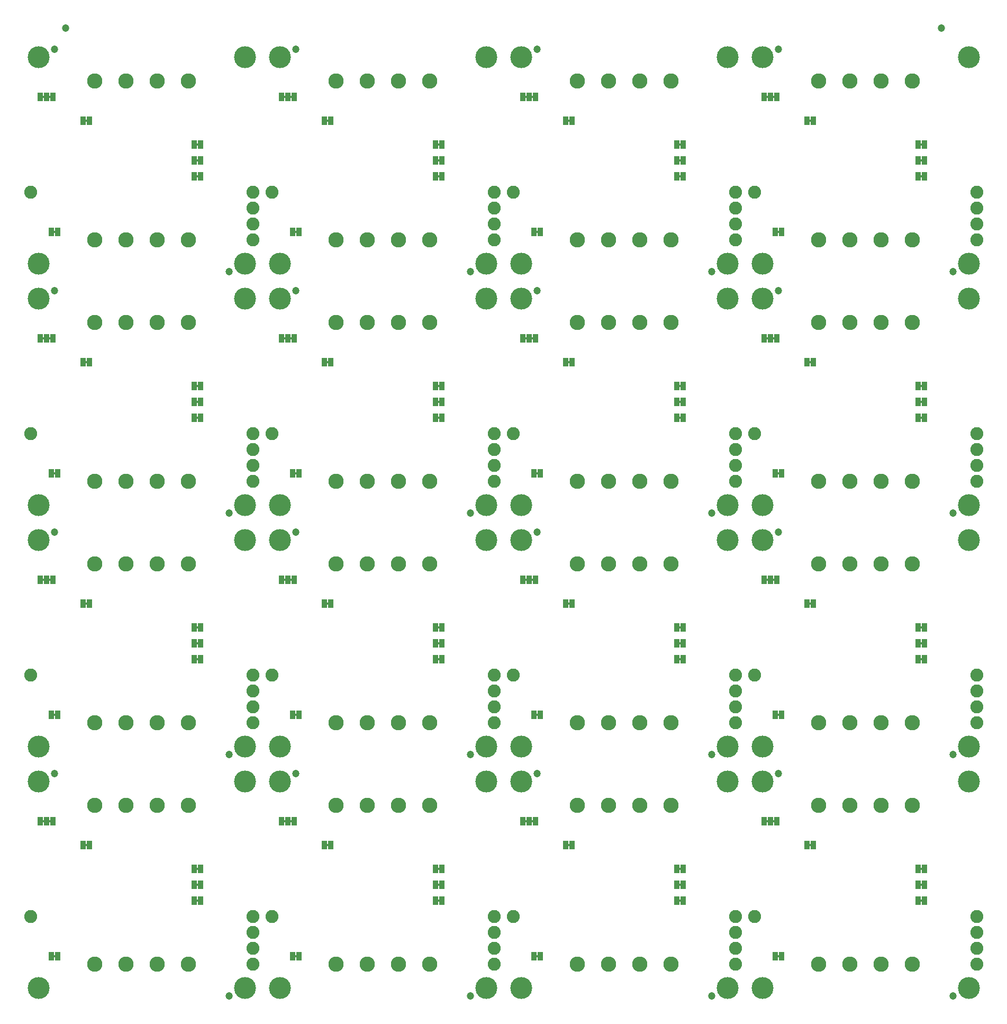
<source format=gbs>
G04 EAGLE Gerber RS-274X export*
G75*
%MOMM*%
%FSLAX34Y34*%
%LPD*%
%INSoldermask Bottom*%
%IPPOS*%
%AMOC8*
5,1,8,0,0,1.08239X$1,22.5*%
G01*
%ADD10C,3.505200*%
%ADD11C,2.082800*%
%ADD12R,0.838200X1.473200*%
%ADD13C,1.203200*%
%ADD14C,2.453200*%

G36*
X103570Y252107D02*
X103570Y252107D01*
X103636Y252109D01*
X103679Y252127D01*
X103726Y252135D01*
X103783Y252169D01*
X103843Y252194D01*
X103878Y252225D01*
X103919Y252250D01*
X103961Y252301D01*
X104009Y252345D01*
X104031Y252387D01*
X104060Y252424D01*
X104081Y252486D01*
X104112Y252545D01*
X104120Y252599D01*
X104132Y252636D01*
X104131Y252676D01*
X104139Y252730D01*
X104139Y255270D01*
X104128Y255335D01*
X104126Y255401D01*
X104108Y255444D01*
X104100Y255491D01*
X104066Y255548D01*
X104041Y255608D01*
X104010Y255643D01*
X103985Y255684D01*
X103934Y255726D01*
X103890Y255774D01*
X103848Y255796D01*
X103811Y255825D01*
X103749Y255846D01*
X103690Y255877D01*
X103636Y255885D01*
X103599Y255897D01*
X103559Y255896D01*
X103505Y255904D01*
X99695Y255904D01*
X99630Y255893D01*
X99564Y255891D01*
X99521Y255873D01*
X99474Y255865D01*
X99417Y255831D01*
X99357Y255806D01*
X99322Y255775D01*
X99281Y255750D01*
X99240Y255699D01*
X99191Y255655D01*
X99169Y255613D01*
X99140Y255576D01*
X99119Y255514D01*
X99088Y255455D01*
X99080Y255401D01*
X99068Y255364D01*
X99068Y255361D01*
X99069Y255324D01*
X99061Y255270D01*
X99061Y252730D01*
X99072Y252665D01*
X99074Y252599D01*
X99092Y252556D01*
X99100Y252509D01*
X99134Y252452D01*
X99159Y252392D01*
X99190Y252357D01*
X99215Y252316D01*
X99266Y252275D01*
X99310Y252226D01*
X99352Y252204D01*
X99389Y252175D01*
X99451Y252154D01*
X99510Y252123D01*
X99564Y252115D01*
X99601Y252103D01*
X99641Y252104D01*
X99695Y252096D01*
X103505Y252096D01*
X103570Y252107D01*
G37*
G36*
X875730Y252107D02*
X875730Y252107D01*
X875796Y252109D01*
X875839Y252127D01*
X875886Y252135D01*
X875943Y252169D01*
X876003Y252194D01*
X876038Y252225D01*
X876079Y252250D01*
X876121Y252301D01*
X876169Y252345D01*
X876191Y252387D01*
X876220Y252424D01*
X876241Y252486D01*
X876272Y252545D01*
X876280Y252599D01*
X876292Y252636D01*
X876291Y252676D01*
X876299Y252730D01*
X876299Y255270D01*
X876288Y255335D01*
X876286Y255401D01*
X876268Y255444D01*
X876260Y255491D01*
X876226Y255548D01*
X876201Y255608D01*
X876170Y255643D01*
X876145Y255684D01*
X876094Y255726D01*
X876050Y255774D01*
X876008Y255796D01*
X875971Y255825D01*
X875909Y255846D01*
X875850Y255877D01*
X875796Y255885D01*
X875759Y255897D01*
X875719Y255896D01*
X875665Y255904D01*
X871855Y255904D01*
X871790Y255893D01*
X871724Y255891D01*
X871681Y255873D01*
X871634Y255865D01*
X871577Y255831D01*
X871517Y255806D01*
X871482Y255775D01*
X871441Y255750D01*
X871400Y255699D01*
X871351Y255655D01*
X871329Y255613D01*
X871300Y255576D01*
X871279Y255514D01*
X871248Y255455D01*
X871240Y255401D01*
X871228Y255364D01*
X871228Y255361D01*
X871229Y255324D01*
X871221Y255270D01*
X871221Y252730D01*
X871232Y252665D01*
X871234Y252599D01*
X871252Y252556D01*
X871260Y252509D01*
X871294Y252452D01*
X871319Y252392D01*
X871350Y252357D01*
X871375Y252316D01*
X871426Y252275D01*
X871470Y252226D01*
X871512Y252204D01*
X871549Y252175D01*
X871611Y252154D01*
X871670Y252123D01*
X871724Y252115D01*
X871761Y252103D01*
X871801Y252104D01*
X871855Y252096D01*
X875665Y252096D01*
X875730Y252107D01*
G37*
G36*
X489650Y252107D02*
X489650Y252107D01*
X489716Y252109D01*
X489759Y252127D01*
X489806Y252135D01*
X489863Y252169D01*
X489923Y252194D01*
X489958Y252225D01*
X489999Y252250D01*
X490041Y252301D01*
X490089Y252345D01*
X490111Y252387D01*
X490140Y252424D01*
X490161Y252486D01*
X490192Y252545D01*
X490200Y252599D01*
X490212Y252636D01*
X490211Y252676D01*
X490219Y252730D01*
X490219Y255270D01*
X490208Y255335D01*
X490206Y255401D01*
X490188Y255444D01*
X490180Y255491D01*
X490146Y255548D01*
X490121Y255608D01*
X490090Y255643D01*
X490065Y255684D01*
X490014Y255726D01*
X489970Y255774D01*
X489928Y255796D01*
X489891Y255825D01*
X489829Y255846D01*
X489770Y255877D01*
X489716Y255885D01*
X489679Y255897D01*
X489639Y255896D01*
X489585Y255904D01*
X485775Y255904D01*
X485710Y255893D01*
X485644Y255891D01*
X485601Y255873D01*
X485554Y255865D01*
X485497Y255831D01*
X485437Y255806D01*
X485402Y255775D01*
X485361Y255750D01*
X485320Y255699D01*
X485271Y255655D01*
X485249Y255613D01*
X485220Y255576D01*
X485199Y255514D01*
X485168Y255455D01*
X485160Y255401D01*
X485148Y255364D01*
X485148Y255361D01*
X485149Y255324D01*
X485141Y255270D01*
X485141Y252730D01*
X485152Y252665D01*
X485154Y252599D01*
X485172Y252556D01*
X485180Y252509D01*
X485214Y252452D01*
X485239Y252392D01*
X485270Y252357D01*
X485295Y252316D01*
X485346Y252275D01*
X485390Y252226D01*
X485432Y252204D01*
X485469Y252175D01*
X485531Y252154D01*
X485590Y252123D01*
X485644Y252115D01*
X485681Y252103D01*
X485721Y252104D01*
X485775Y252096D01*
X489585Y252096D01*
X489650Y252107D01*
G37*
G36*
X1261810Y252107D02*
X1261810Y252107D01*
X1261876Y252109D01*
X1261919Y252127D01*
X1261966Y252135D01*
X1262023Y252169D01*
X1262083Y252194D01*
X1262118Y252225D01*
X1262159Y252250D01*
X1262201Y252301D01*
X1262249Y252345D01*
X1262271Y252387D01*
X1262300Y252424D01*
X1262321Y252486D01*
X1262352Y252545D01*
X1262360Y252599D01*
X1262372Y252636D01*
X1262371Y252676D01*
X1262379Y252730D01*
X1262379Y255270D01*
X1262368Y255335D01*
X1262366Y255401D01*
X1262348Y255444D01*
X1262340Y255491D01*
X1262306Y255548D01*
X1262281Y255608D01*
X1262250Y255643D01*
X1262225Y255684D01*
X1262174Y255726D01*
X1262130Y255774D01*
X1262088Y255796D01*
X1262051Y255825D01*
X1261989Y255846D01*
X1261930Y255877D01*
X1261876Y255885D01*
X1261839Y255897D01*
X1261799Y255896D01*
X1261745Y255904D01*
X1257935Y255904D01*
X1257870Y255893D01*
X1257804Y255891D01*
X1257761Y255873D01*
X1257714Y255865D01*
X1257657Y255831D01*
X1257597Y255806D01*
X1257562Y255775D01*
X1257521Y255750D01*
X1257480Y255699D01*
X1257431Y255655D01*
X1257409Y255613D01*
X1257380Y255576D01*
X1257359Y255514D01*
X1257328Y255455D01*
X1257320Y255401D01*
X1257308Y255364D01*
X1257308Y255361D01*
X1257309Y255324D01*
X1257301Y255270D01*
X1257301Y252730D01*
X1257312Y252665D01*
X1257314Y252599D01*
X1257332Y252556D01*
X1257340Y252509D01*
X1257374Y252452D01*
X1257399Y252392D01*
X1257430Y252357D01*
X1257455Y252316D01*
X1257506Y252275D01*
X1257550Y252226D01*
X1257592Y252204D01*
X1257629Y252175D01*
X1257691Y252154D01*
X1257750Y252123D01*
X1257804Y252115D01*
X1257841Y252103D01*
X1257881Y252104D01*
X1257935Y252096D01*
X1261745Y252096D01*
X1261810Y252107D01*
G37*
G36*
X817310Y1448447D02*
X817310Y1448447D01*
X817376Y1448449D01*
X817419Y1448467D01*
X817466Y1448475D01*
X817523Y1448509D01*
X817583Y1448534D01*
X817618Y1448565D01*
X817659Y1448590D01*
X817701Y1448641D01*
X817749Y1448685D01*
X817771Y1448727D01*
X817800Y1448764D01*
X817821Y1448826D01*
X817852Y1448885D01*
X817860Y1448939D01*
X817872Y1448976D01*
X817871Y1449016D01*
X817879Y1449070D01*
X817879Y1451610D01*
X817868Y1451675D01*
X817866Y1451741D01*
X817848Y1451784D01*
X817840Y1451831D01*
X817806Y1451888D01*
X817781Y1451948D01*
X817750Y1451983D01*
X817725Y1452024D01*
X817674Y1452066D01*
X817630Y1452114D01*
X817588Y1452136D01*
X817551Y1452165D01*
X817489Y1452186D01*
X817430Y1452217D01*
X817376Y1452225D01*
X817339Y1452237D01*
X817299Y1452236D01*
X817245Y1452244D01*
X813435Y1452244D01*
X813370Y1452233D01*
X813304Y1452231D01*
X813261Y1452213D01*
X813214Y1452205D01*
X813157Y1452171D01*
X813097Y1452146D01*
X813062Y1452115D01*
X813021Y1452090D01*
X812980Y1452039D01*
X812931Y1451995D01*
X812909Y1451953D01*
X812880Y1451916D01*
X812859Y1451854D01*
X812828Y1451795D01*
X812820Y1451741D01*
X812808Y1451704D01*
X812808Y1451701D01*
X812809Y1451664D01*
X812801Y1451610D01*
X812801Y1449070D01*
X812812Y1449005D01*
X812814Y1448939D01*
X812832Y1448896D01*
X812840Y1448849D01*
X812874Y1448792D01*
X812899Y1448732D01*
X812930Y1448697D01*
X812955Y1448656D01*
X813006Y1448615D01*
X813050Y1448566D01*
X813092Y1448544D01*
X813129Y1448515D01*
X813191Y1448494D01*
X813250Y1448463D01*
X813304Y1448455D01*
X813341Y1448443D01*
X813381Y1448444D01*
X813435Y1448436D01*
X817245Y1448436D01*
X817310Y1448447D01*
G37*
G36*
X807150Y1448447D02*
X807150Y1448447D01*
X807216Y1448449D01*
X807259Y1448467D01*
X807306Y1448475D01*
X807363Y1448509D01*
X807423Y1448534D01*
X807458Y1448565D01*
X807499Y1448590D01*
X807541Y1448641D01*
X807589Y1448685D01*
X807611Y1448727D01*
X807640Y1448764D01*
X807661Y1448826D01*
X807692Y1448885D01*
X807700Y1448939D01*
X807712Y1448976D01*
X807711Y1449016D01*
X807719Y1449070D01*
X807719Y1451610D01*
X807708Y1451675D01*
X807706Y1451741D01*
X807688Y1451784D01*
X807680Y1451831D01*
X807646Y1451888D01*
X807621Y1451948D01*
X807590Y1451983D01*
X807565Y1452024D01*
X807514Y1452066D01*
X807470Y1452114D01*
X807428Y1452136D01*
X807391Y1452165D01*
X807329Y1452186D01*
X807270Y1452217D01*
X807216Y1452225D01*
X807179Y1452237D01*
X807139Y1452236D01*
X807085Y1452244D01*
X803275Y1452244D01*
X803210Y1452233D01*
X803144Y1452231D01*
X803101Y1452213D01*
X803054Y1452205D01*
X802997Y1452171D01*
X802937Y1452146D01*
X802902Y1452115D01*
X802861Y1452090D01*
X802820Y1452039D01*
X802771Y1451995D01*
X802749Y1451953D01*
X802720Y1451916D01*
X802699Y1451854D01*
X802668Y1451795D01*
X802660Y1451741D01*
X802648Y1451704D01*
X802648Y1451701D01*
X802649Y1451664D01*
X802641Y1451610D01*
X802641Y1449070D01*
X802652Y1449005D01*
X802654Y1448939D01*
X802672Y1448896D01*
X802680Y1448849D01*
X802714Y1448792D01*
X802739Y1448732D01*
X802770Y1448697D01*
X802795Y1448656D01*
X802846Y1448615D01*
X802890Y1448566D01*
X802932Y1448544D01*
X802969Y1448515D01*
X803031Y1448494D01*
X803090Y1448463D01*
X803144Y1448455D01*
X803181Y1448443D01*
X803221Y1448444D01*
X803275Y1448436D01*
X807085Y1448436D01*
X807150Y1448447D01*
G37*
G36*
X1203390Y1448447D02*
X1203390Y1448447D01*
X1203456Y1448449D01*
X1203499Y1448467D01*
X1203546Y1448475D01*
X1203603Y1448509D01*
X1203663Y1448534D01*
X1203698Y1448565D01*
X1203739Y1448590D01*
X1203781Y1448641D01*
X1203829Y1448685D01*
X1203851Y1448727D01*
X1203880Y1448764D01*
X1203901Y1448826D01*
X1203932Y1448885D01*
X1203940Y1448939D01*
X1203952Y1448976D01*
X1203951Y1449016D01*
X1203959Y1449070D01*
X1203959Y1451610D01*
X1203948Y1451675D01*
X1203946Y1451741D01*
X1203928Y1451784D01*
X1203920Y1451831D01*
X1203886Y1451888D01*
X1203861Y1451948D01*
X1203830Y1451983D01*
X1203805Y1452024D01*
X1203754Y1452066D01*
X1203710Y1452114D01*
X1203668Y1452136D01*
X1203631Y1452165D01*
X1203569Y1452186D01*
X1203510Y1452217D01*
X1203456Y1452225D01*
X1203419Y1452237D01*
X1203379Y1452236D01*
X1203325Y1452244D01*
X1199515Y1452244D01*
X1199450Y1452233D01*
X1199384Y1452231D01*
X1199341Y1452213D01*
X1199294Y1452205D01*
X1199237Y1452171D01*
X1199177Y1452146D01*
X1199142Y1452115D01*
X1199101Y1452090D01*
X1199060Y1452039D01*
X1199011Y1451995D01*
X1198989Y1451953D01*
X1198960Y1451916D01*
X1198939Y1451854D01*
X1198908Y1451795D01*
X1198900Y1451741D01*
X1198888Y1451704D01*
X1198888Y1451701D01*
X1198889Y1451664D01*
X1198881Y1451610D01*
X1198881Y1449070D01*
X1198892Y1449005D01*
X1198894Y1448939D01*
X1198912Y1448896D01*
X1198920Y1448849D01*
X1198954Y1448792D01*
X1198979Y1448732D01*
X1199010Y1448697D01*
X1199035Y1448656D01*
X1199086Y1448615D01*
X1199130Y1448566D01*
X1199172Y1448544D01*
X1199209Y1448515D01*
X1199271Y1448494D01*
X1199330Y1448463D01*
X1199384Y1448455D01*
X1199421Y1448443D01*
X1199461Y1448444D01*
X1199515Y1448436D01*
X1203325Y1448436D01*
X1203390Y1448447D01*
G37*
G36*
X1193230Y1448447D02*
X1193230Y1448447D01*
X1193296Y1448449D01*
X1193339Y1448467D01*
X1193386Y1448475D01*
X1193443Y1448509D01*
X1193503Y1448534D01*
X1193538Y1448565D01*
X1193579Y1448590D01*
X1193621Y1448641D01*
X1193669Y1448685D01*
X1193691Y1448727D01*
X1193720Y1448764D01*
X1193741Y1448826D01*
X1193772Y1448885D01*
X1193780Y1448939D01*
X1193792Y1448976D01*
X1193791Y1449016D01*
X1193799Y1449070D01*
X1193799Y1451610D01*
X1193788Y1451675D01*
X1193786Y1451741D01*
X1193768Y1451784D01*
X1193760Y1451831D01*
X1193726Y1451888D01*
X1193701Y1451948D01*
X1193670Y1451983D01*
X1193645Y1452024D01*
X1193594Y1452066D01*
X1193550Y1452114D01*
X1193508Y1452136D01*
X1193471Y1452165D01*
X1193409Y1452186D01*
X1193350Y1452217D01*
X1193296Y1452225D01*
X1193259Y1452237D01*
X1193219Y1452236D01*
X1193165Y1452244D01*
X1189355Y1452244D01*
X1189290Y1452233D01*
X1189224Y1452231D01*
X1189181Y1452213D01*
X1189134Y1452205D01*
X1189077Y1452171D01*
X1189017Y1452146D01*
X1188982Y1452115D01*
X1188941Y1452090D01*
X1188900Y1452039D01*
X1188851Y1451995D01*
X1188829Y1451953D01*
X1188800Y1451916D01*
X1188779Y1451854D01*
X1188748Y1451795D01*
X1188740Y1451741D01*
X1188728Y1451704D01*
X1188728Y1451701D01*
X1188729Y1451664D01*
X1188721Y1451610D01*
X1188721Y1449070D01*
X1188732Y1449005D01*
X1188734Y1448939D01*
X1188752Y1448896D01*
X1188760Y1448849D01*
X1188794Y1448792D01*
X1188819Y1448732D01*
X1188850Y1448697D01*
X1188875Y1448656D01*
X1188926Y1448615D01*
X1188970Y1448566D01*
X1189012Y1448544D01*
X1189049Y1448515D01*
X1189111Y1448494D01*
X1189170Y1448463D01*
X1189224Y1448455D01*
X1189261Y1448443D01*
X1189301Y1448444D01*
X1189355Y1448436D01*
X1193165Y1448436D01*
X1193230Y1448447D01*
G37*
G36*
X489650Y1410347D02*
X489650Y1410347D01*
X489716Y1410349D01*
X489759Y1410367D01*
X489806Y1410375D01*
X489863Y1410409D01*
X489923Y1410434D01*
X489958Y1410465D01*
X489999Y1410490D01*
X490041Y1410541D01*
X490089Y1410585D01*
X490111Y1410627D01*
X490140Y1410664D01*
X490161Y1410726D01*
X490192Y1410785D01*
X490200Y1410839D01*
X490212Y1410876D01*
X490211Y1410916D01*
X490219Y1410970D01*
X490219Y1413510D01*
X490208Y1413575D01*
X490206Y1413641D01*
X490188Y1413684D01*
X490180Y1413731D01*
X490146Y1413788D01*
X490121Y1413848D01*
X490090Y1413883D01*
X490065Y1413924D01*
X490014Y1413966D01*
X489970Y1414014D01*
X489928Y1414036D01*
X489891Y1414065D01*
X489829Y1414086D01*
X489770Y1414117D01*
X489716Y1414125D01*
X489679Y1414137D01*
X489639Y1414136D01*
X489585Y1414144D01*
X485775Y1414144D01*
X485710Y1414133D01*
X485644Y1414131D01*
X485601Y1414113D01*
X485554Y1414105D01*
X485497Y1414071D01*
X485437Y1414046D01*
X485402Y1414015D01*
X485361Y1413990D01*
X485320Y1413939D01*
X485271Y1413895D01*
X485249Y1413853D01*
X485220Y1413816D01*
X485199Y1413754D01*
X485168Y1413695D01*
X485160Y1413641D01*
X485148Y1413604D01*
X485148Y1413601D01*
X485149Y1413564D01*
X485141Y1413510D01*
X485141Y1410970D01*
X485152Y1410905D01*
X485154Y1410839D01*
X485172Y1410796D01*
X485180Y1410749D01*
X485214Y1410692D01*
X485239Y1410632D01*
X485270Y1410597D01*
X485295Y1410556D01*
X485346Y1410515D01*
X485390Y1410466D01*
X485432Y1410444D01*
X485469Y1410415D01*
X485531Y1410394D01*
X485590Y1410363D01*
X485644Y1410355D01*
X485681Y1410343D01*
X485721Y1410344D01*
X485775Y1410336D01*
X489585Y1410336D01*
X489650Y1410347D01*
G37*
G36*
X103570Y1410347D02*
X103570Y1410347D01*
X103636Y1410349D01*
X103679Y1410367D01*
X103726Y1410375D01*
X103783Y1410409D01*
X103843Y1410434D01*
X103878Y1410465D01*
X103919Y1410490D01*
X103961Y1410541D01*
X104009Y1410585D01*
X104031Y1410627D01*
X104060Y1410664D01*
X104081Y1410726D01*
X104112Y1410785D01*
X104120Y1410839D01*
X104132Y1410876D01*
X104131Y1410916D01*
X104139Y1410970D01*
X104139Y1413510D01*
X104128Y1413575D01*
X104126Y1413641D01*
X104108Y1413684D01*
X104100Y1413731D01*
X104066Y1413788D01*
X104041Y1413848D01*
X104010Y1413883D01*
X103985Y1413924D01*
X103934Y1413966D01*
X103890Y1414014D01*
X103848Y1414036D01*
X103811Y1414065D01*
X103749Y1414086D01*
X103690Y1414117D01*
X103636Y1414125D01*
X103599Y1414137D01*
X103559Y1414136D01*
X103505Y1414144D01*
X99695Y1414144D01*
X99630Y1414133D01*
X99564Y1414131D01*
X99521Y1414113D01*
X99474Y1414105D01*
X99417Y1414071D01*
X99357Y1414046D01*
X99322Y1414015D01*
X99281Y1413990D01*
X99240Y1413939D01*
X99191Y1413895D01*
X99169Y1413853D01*
X99140Y1413816D01*
X99119Y1413754D01*
X99088Y1413695D01*
X99080Y1413641D01*
X99068Y1413604D01*
X99068Y1413601D01*
X99069Y1413564D01*
X99061Y1413510D01*
X99061Y1410970D01*
X99072Y1410905D01*
X99074Y1410839D01*
X99092Y1410796D01*
X99100Y1410749D01*
X99134Y1410692D01*
X99159Y1410632D01*
X99190Y1410597D01*
X99215Y1410556D01*
X99266Y1410515D01*
X99310Y1410466D01*
X99352Y1410444D01*
X99389Y1410415D01*
X99451Y1410394D01*
X99510Y1410363D01*
X99564Y1410355D01*
X99601Y1410343D01*
X99641Y1410344D01*
X99695Y1410336D01*
X103505Y1410336D01*
X103570Y1410347D01*
G37*
G36*
X1261810Y1410347D02*
X1261810Y1410347D01*
X1261876Y1410349D01*
X1261919Y1410367D01*
X1261966Y1410375D01*
X1262023Y1410409D01*
X1262083Y1410434D01*
X1262118Y1410465D01*
X1262159Y1410490D01*
X1262201Y1410541D01*
X1262249Y1410585D01*
X1262271Y1410627D01*
X1262300Y1410664D01*
X1262321Y1410726D01*
X1262352Y1410785D01*
X1262360Y1410839D01*
X1262372Y1410876D01*
X1262371Y1410916D01*
X1262379Y1410970D01*
X1262379Y1413510D01*
X1262368Y1413575D01*
X1262366Y1413641D01*
X1262348Y1413684D01*
X1262340Y1413731D01*
X1262306Y1413788D01*
X1262281Y1413848D01*
X1262250Y1413883D01*
X1262225Y1413924D01*
X1262174Y1413966D01*
X1262130Y1414014D01*
X1262088Y1414036D01*
X1262051Y1414065D01*
X1261989Y1414086D01*
X1261930Y1414117D01*
X1261876Y1414125D01*
X1261839Y1414137D01*
X1261799Y1414136D01*
X1261745Y1414144D01*
X1257935Y1414144D01*
X1257870Y1414133D01*
X1257804Y1414131D01*
X1257761Y1414113D01*
X1257714Y1414105D01*
X1257657Y1414071D01*
X1257597Y1414046D01*
X1257562Y1414015D01*
X1257521Y1413990D01*
X1257480Y1413939D01*
X1257431Y1413895D01*
X1257409Y1413853D01*
X1257380Y1413816D01*
X1257359Y1413754D01*
X1257328Y1413695D01*
X1257320Y1413641D01*
X1257308Y1413604D01*
X1257308Y1413601D01*
X1257309Y1413564D01*
X1257301Y1413510D01*
X1257301Y1410970D01*
X1257312Y1410905D01*
X1257314Y1410839D01*
X1257332Y1410796D01*
X1257340Y1410749D01*
X1257374Y1410692D01*
X1257399Y1410632D01*
X1257430Y1410597D01*
X1257455Y1410556D01*
X1257506Y1410515D01*
X1257550Y1410466D01*
X1257592Y1410444D01*
X1257629Y1410415D01*
X1257691Y1410394D01*
X1257750Y1410363D01*
X1257804Y1410355D01*
X1257841Y1410343D01*
X1257881Y1410344D01*
X1257935Y1410336D01*
X1261745Y1410336D01*
X1261810Y1410347D01*
G37*
G36*
X875730Y1410347D02*
X875730Y1410347D01*
X875796Y1410349D01*
X875839Y1410367D01*
X875886Y1410375D01*
X875943Y1410409D01*
X876003Y1410434D01*
X876038Y1410465D01*
X876079Y1410490D01*
X876121Y1410541D01*
X876169Y1410585D01*
X876191Y1410627D01*
X876220Y1410664D01*
X876241Y1410726D01*
X876272Y1410785D01*
X876280Y1410839D01*
X876292Y1410876D01*
X876291Y1410916D01*
X876299Y1410970D01*
X876299Y1413510D01*
X876288Y1413575D01*
X876286Y1413641D01*
X876268Y1413684D01*
X876260Y1413731D01*
X876226Y1413788D01*
X876201Y1413848D01*
X876170Y1413883D01*
X876145Y1413924D01*
X876094Y1413966D01*
X876050Y1414014D01*
X876008Y1414036D01*
X875971Y1414065D01*
X875909Y1414086D01*
X875850Y1414117D01*
X875796Y1414125D01*
X875759Y1414137D01*
X875719Y1414136D01*
X875665Y1414144D01*
X871855Y1414144D01*
X871790Y1414133D01*
X871724Y1414131D01*
X871681Y1414113D01*
X871634Y1414105D01*
X871577Y1414071D01*
X871517Y1414046D01*
X871482Y1414015D01*
X871441Y1413990D01*
X871400Y1413939D01*
X871351Y1413895D01*
X871329Y1413853D01*
X871300Y1413816D01*
X871279Y1413754D01*
X871248Y1413695D01*
X871240Y1413641D01*
X871228Y1413604D01*
X871228Y1413601D01*
X871229Y1413564D01*
X871221Y1413510D01*
X871221Y1410970D01*
X871232Y1410905D01*
X871234Y1410839D01*
X871252Y1410796D01*
X871260Y1410749D01*
X871294Y1410692D01*
X871319Y1410632D01*
X871350Y1410597D01*
X871375Y1410556D01*
X871426Y1410515D01*
X871470Y1410466D01*
X871512Y1410444D01*
X871549Y1410415D01*
X871611Y1410394D01*
X871670Y1410363D01*
X871724Y1410355D01*
X871761Y1410343D01*
X871801Y1410344D01*
X871855Y1410336D01*
X875665Y1410336D01*
X875730Y1410347D01*
G37*
G36*
X1439610Y1372247D02*
X1439610Y1372247D01*
X1439676Y1372249D01*
X1439719Y1372267D01*
X1439766Y1372275D01*
X1439823Y1372309D01*
X1439883Y1372334D01*
X1439918Y1372365D01*
X1439959Y1372390D01*
X1440001Y1372441D01*
X1440049Y1372485D01*
X1440071Y1372527D01*
X1440100Y1372564D01*
X1440121Y1372626D01*
X1440152Y1372685D01*
X1440160Y1372739D01*
X1440172Y1372776D01*
X1440171Y1372816D01*
X1440179Y1372870D01*
X1440179Y1375410D01*
X1440168Y1375475D01*
X1440166Y1375541D01*
X1440148Y1375584D01*
X1440140Y1375631D01*
X1440106Y1375688D01*
X1440081Y1375748D01*
X1440050Y1375783D01*
X1440025Y1375824D01*
X1439974Y1375866D01*
X1439930Y1375914D01*
X1439888Y1375936D01*
X1439851Y1375965D01*
X1439789Y1375986D01*
X1439730Y1376017D01*
X1439676Y1376025D01*
X1439639Y1376037D01*
X1439599Y1376036D01*
X1439545Y1376044D01*
X1435735Y1376044D01*
X1435670Y1376033D01*
X1435604Y1376031D01*
X1435561Y1376013D01*
X1435514Y1376005D01*
X1435457Y1375971D01*
X1435397Y1375946D01*
X1435362Y1375915D01*
X1435321Y1375890D01*
X1435280Y1375839D01*
X1435231Y1375795D01*
X1435209Y1375753D01*
X1435180Y1375716D01*
X1435159Y1375654D01*
X1435128Y1375595D01*
X1435120Y1375541D01*
X1435108Y1375504D01*
X1435108Y1375501D01*
X1435109Y1375464D01*
X1435101Y1375410D01*
X1435101Y1372870D01*
X1435112Y1372805D01*
X1435114Y1372739D01*
X1435132Y1372696D01*
X1435140Y1372649D01*
X1435174Y1372592D01*
X1435199Y1372532D01*
X1435230Y1372497D01*
X1435255Y1372456D01*
X1435306Y1372415D01*
X1435350Y1372366D01*
X1435392Y1372344D01*
X1435429Y1372315D01*
X1435491Y1372294D01*
X1435550Y1372263D01*
X1435604Y1372255D01*
X1435641Y1372243D01*
X1435681Y1372244D01*
X1435735Y1372236D01*
X1439545Y1372236D01*
X1439610Y1372247D01*
G37*
G36*
X1053530Y1372247D02*
X1053530Y1372247D01*
X1053596Y1372249D01*
X1053639Y1372267D01*
X1053686Y1372275D01*
X1053743Y1372309D01*
X1053803Y1372334D01*
X1053838Y1372365D01*
X1053879Y1372390D01*
X1053921Y1372441D01*
X1053969Y1372485D01*
X1053991Y1372527D01*
X1054020Y1372564D01*
X1054041Y1372626D01*
X1054072Y1372685D01*
X1054080Y1372739D01*
X1054092Y1372776D01*
X1054091Y1372816D01*
X1054099Y1372870D01*
X1054099Y1375410D01*
X1054088Y1375475D01*
X1054086Y1375541D01*
X1054068Y1375584D01*
X1054060Y1375631D01*
X1054026Y1375688D01*
X1054001Y1375748D01*
X1053970Y1375783D01*
X1053945Y1375824D01*
X1053894Y1375866D01*
X1053850Y1375914D01*
X1053808Y1375936D01*
X1053771Y1375965D01*
X1053709Y1375986D01*
X1053650Y1376017D01*
X1053596Y1376025D01*
X1053559Y1376037D01*
X1053519Y1376036D01*
X1053465Y1376044D01*
X1049655Y1376044D01*
X1049590Y1376033D01*
X1049524Y1376031D01*
X1049481Y1376013D01*
X1049434Y1376005D01*
X1049377Y1375971D01*
X1049317Y1375946D01*
X1049282Y1375915D01*
X1049241Y1375890D01*
X1049200Y1375839D01*
X1049151Y1375795D01*
X1049129Y1375753D01*
X1049100Y1375716D01*
X1049079Y1375654D01*
X1049048Y1375595D01*
X1049040Y1375541D01*
X1049028Y1375504D01*
X1049028Y1375501D01*
X1049029Y1375464D01*
X1049021Y1375410D01*
X1049021Y1372870D01*
X1049032Y1372805D01*
X1049034Y1372739D01*
X1049052Y1372696D01*
X1049060Y1372649D01*
X1049094Y1372592D01*
X1049119Y1372532D01*
X1049150Y1372497D01*
X1049175Y1372456D01*
X1049226Y1372415D01*
X1049270Y1372366D01*
X1049312Y1372344D01*
X1049349Y1372315D01*
X1049411Y1372294D01*
X1049470Y1372263D01*
X1049524Y1372255D01*
X1049561Y1372243D01*
X1049601Y1372244D01*
X1049655Y1372236D01*
X1053465Y1372236D01*
X1053530Y1372247D01*
G37*
G36*
X281370Y1372247D02*
X281370Y1372247D01*
X281436Y1372249D01*
X281479Y1372267D01*
X281526Y1372275D01*
X281583Y1372309D01*
X281643Y1372334D01*
X281678Y1372365D01*
X281719Y1372390D01*
X281761Y1372441D01*
X281809Y1372485D01*
X281831Y1372527D01*
X281860Y1372564D01*
X281881Y1372626D01*
X281912Y1372685D01*
X281920Y1372739D01*
X281932Y1372776D01*
X281931Y1372816D01*
X281939Y1372870D01*
X281939Y1375410D01*
X281928Y1375475D01*
X281926Y1375541D01*
X281908Y1375584D01*
X281900Y1375631D01*
X281866Y1375688D01*
X281841Y1375748D01*
X281810Y1375783D01*
X281785Y1375824D01*
X281734Y1375866D01*
X281690Y1375914D01*
X281648Y1375936D01*
X281611Y1375965D01*
X281549Y1375986D01*
X281490Y1376017D01*
X281436Y1376025D01*
X281399Y1376037D01*
X281359Y1376036D01*
X281305Y1376044D01*
X277495Y1376044D01*
X277430Y1376033D01*
X277364Y1376031D01*
X277321Y1376013D01*
X277274Y1376005D01*
X277217Y1375971D01*
X277157Y1375946D01*
X277122Y1375915D01*
X277081Y1375890D01*
X277040Y1375839D01*
X276991Y1375795D01*
X276969Y1375753D01*
X276940Y1375716D01*
X276919Y1375654D01*
X276888Y1375595D01*
X276880Y1375541D01*
X276868Y1375504D01*
X276868Y1375501D01*
X276869Y1375464D01*
X276861Y1375410D01*
X276861Y1372870D01*
X276872Y1372805D01*
X276874Y1372739D01*
X276892Y1372696D01*
X276900Y1372649D01*
X276934Y1372592D01*
X276959Y1372532D01*
X276990Y1372497D01*
X277015Y1372456D01*
X277066Y1372415D01*
X277110Y1372366D01*
X277152Y1372344D01*
X277189Y1372315D01*
X277251Y1372294D01*
X277310Y1372263D01*
X277364Y1372255D01*
X277401Y1372243D01*
X277441Y1372244D01*
X277495Y1372236D01*
X281305Y1372236D01*
X281370Y1372247D01*
G37*
G36*
X667450Y1372247D02*
X667450Y1372247D01*
X667516Y1372249D01*
X667559Y1372267D01*
X667606Y1372275D01*
X667663Y1372309D01*
X667723Y1372334D01*
X667758Y1372365D01*
X667799Y1372390D01*
X667841Y1372441D01*
X667889Y1372485D01*
X667911Y1372527D01*
X667940Y1372564D01*
X667961Y1372626D01*
X667992Y1372685D01*
X668000Y1372739D01*
X668012Y1372776D01*
X668011Y1372816D01*
X668019Y1372870D01*
X668019Y1375410D01*
X668008Y1375475D01*
X668006Y1375541D01*
X667988Y1375584D01*
X667980Y1375631D01*
X667946Y1375688D01*
X667921Y1375748D01*
X667890Y1375783D01*
X667865Y1375824D01*
X667814Y1375866D01*
X667770Y1375914D01*
X667728Y1375936D01*
X667691Y1375965D01*
X667629Y1375986D01*
X667570Y1376017D01*
X667516Y1376025D01*
X667479Y1376037D01*
X667439Y1376036D01*
X667385Y1376044D01*
X663575Y1376044D01*
X663510Y1376033D01*
X663444Y1376031D01*
X663401Y1376013D01*
X663354Y1376005D01*
X663297Y1375971D01*
X663237Y1375946D01*
X663202Y1375915D01*
X663161Y1375890D01*
X663120Y1375839D01*
X663071Y1375795D01*
X663049Y1375753D01*
X663020Y1375716D01*
X662999Y1375654D01*
X662968Y1375595D01*
X662960Y1375541D01*
X662948Y1375504D01*
X662948Y1375501D01*
X662949Y1375464D01*
X662941Y1375410D01*
X662941Y1372870D01*
X662952Y1372805D01*
X662954Y1372739D01*
X662972Y1372696D01*
X662980Y1372649D01*
X663014Y1372592D01*
X663039Y1372532D01*
X663070Y1372497D01*
X663095Y1372456D01*
X663146Y1372415D01*
X663190Y1372366D01*
X663232Y1372344D01*
X663269Y1372315D01*
X663331Y1372294D01*
X663390Y1372263D01*
X663444Y1372255D01*
X663481Y1372243D01*
X663521Y1372244D01*
X663575Y1372236D01*
X667385Y1372236D01*
X667450Y1372247D01*
G37*
G36*
X281370Y1346847D02*
X281370Y1346847D01*
X281436Y1346849D01*
X281479Y1346867D01*
X281526Y1346875D01*
X281583Y1346909D01*
X281643Y1346934D01*
X281678Y1346965D01*
X281719Y1346990D01*
X281761Y1347041D01*
X281809Y1347085D01*
X281831Y1347127D01*
X281860Y1347164D01*
X281881Y1347226D01*
X281912Y1347285D01*
X281920Y1347339D01*
X281932Y1347376D01*
X281931Y1347416D01*
X281939Y1347470D01*
X281939Y1350010D01*
X281928Y1350075D01*
X281926Y1350141D01*
X281908Y1350184D01*
X281900Y1350231D01*
X281866Y1350288D01*
X281841Y1350348D01*
X281810Y1350383D01*
X281785Y1350424D01*
X281734Y1350466D01*
X281690Y1350514D01*
X281648Y1350536D01*
X281611Y1350565D01*
X281549Y1350586D01*
X281490Y1350617D01*
X281436Y1350625D01*
X281399Y1350637D01*
X281359Y1350636D01*
X281305Y1350644D01*
X277495Y1350644D01*
X277430Y1350633D01*
X277364Y1350631D01*
X277321Y1350613D01*
X277274Y1350605D01*
X277217Y1350571D01*
X277157Y1350546D01*
X277122Y1350515D01*
X277081Y1350490D01*
X277040Y1350439D01*
X276991Y1350395D01*
X276969Y1350353D01*
X276940Y1350316D01*
X276919Y1350254D01*
X276888Y1350195D01*
X276880Y1350141D01*
X276868Y1350104D01*
X276868Y1350101D01*
X276869Y1350064D01*
X276861Y1350010D01*
X276861Y1347470D01*
X276872Y1347405D01*
X276874Y1347339D01*
X276892Y1347296D01*
X276900Y1347249D01*
X276934Y1347192D01*
X276959Y1347132D01*
X276990Y1347097D01*
X277015Y1347056D01*
X277066Y1347015D01*
X277110Y1346966D01*
X277152Y1346944D01*
X277189Y1346915D01*
X277251Y1346894D01*
X277310Y1346863D01*
X277364Y1346855D01*
X277401Y1346843D01*
X277441Y1346844D01*
X277495Y1346836D01*
X281305Y1346836D01*
X281370Y1346847D01*
G37*
G36*
X667450Y1346847D02*
X667450Y1346847D01*
X667516Y1346849D01*
X667559Y1346867D01*
X667606Y1346875D01*
X667663Y1346909D01*
X667723Y1346934D01*
X667758Y1346965D01*
X667799Y1346990D01*
X667841Y1347041D01*
X667889Y1347085D01*
X667911Y1347127D01*
X667940Y1347164D01*
X667961Y1347226D01*
X667992Y1347285D01*
X668000Y1347339D01*
X668012Y1347376D01*
X668011Y1347416D01*
X668019Y1347470D01*
X668019Y1350010D01*
X668008Y1350075D01*
X668006Y1350141D01*
X667988Y1350184D01*
X667980Y1350231D01*
X667946Y1350288D01*
X667921Y1350348D01*
X667890Y1350383D01*
X667865Y1350424D01*
X667814Y1350466D01*
X667770Y1350514D01*
X667728Y1350536D01*
X667691Y1350565D01*
X667629Y1350586D01*
X667570Y1350617D01*
X667516Y1350625D01*
X667479Y1350637D01*
X667439Y1350636D01*
X667385Y1350644D01*
X663575Y1350644D01*
X663510Y1350633D01*
X663444Y1350631D01*
X663401Y1350613D01*
X663354Y1350605D01*
X663297Y1350571D01*
X663237Y1350546D01*
X663202Y1350515D01*
X663161Y1350490D01*
X663120Y1350439D01*
X663071Y1350395D01*
X663049Y1350353D01*
X663020Y1350316D01*
X662999Y1350254D01*
X662968Y1350195D01*
X662960Y1350141D01*
X662948Y1350104D01*
X662948Y1350101D01*
X662949Y1350064D01*
X662941Y1350010D01*
X662941Y1347470D01*
X662952Y1347405D01*
X662954Y1347339D01*
X662972Y1347296D01*
X662980Y1347249D01*
X663014Y1347192D01*
X663039Y1347132D01*
X663070Y1347097D01*
X663095Y1347056D01*
X663146Y1347015D01*
X663190Y1346966D01*
X663232Y1346944D01*
X663269Y1346915D01*
X663331Y1346894D01*
X663390Y1346863D01*
X663444Y1346855D01*
X663481Y1346843D01*
X663521Y1346844D01*
X663575Y1346836D01*
X667385Y1346836D01*
X667450Y1346847D01*
G37*
G36*
X1439610Y1346847D02*
X1439610Y1346847D01*
X1439676Y1346849D01*
X1439719Y1346867D01*
X1439766Y1346875D01*
X1439823Y1346909D01*
X1439883Y1346934D01*
X1439918Y1346965D01*
X1439959Y1346990D01*
X1440001Y1347041D01*
X1440049Y1347085D01*
X1440071Y1347127D01*
X1440100Y1347164D01*
X1440121Y1347226D01*
X1440152Y1347285D01*
X1440160Y1347339D01*
X1440172Y1347376D01*
X1440171Y1347416D01*
X1440179Y1347470D01*
X1440179Y1350010D01*
X1440168Y1350075D01*
X1440166Y1350141D01*
X1440148Y1350184D01*
X1440140Y1350231D01*
X1440106Y1350288D01*
X1440081Y1350348D01*
X1440050Y1350383D01*
X1440025Y1350424D01*
X1439974Y1350466D01*
X1439930Y1350514D01*
X1439888Y1350536D01*
X1439851Y1350565D01*
X1439789Y1350586D01*
X1439730Y1350617D01*
X1439676Y1350625D01*
X1439639Y1350637D01*
X1439599Y1350636D01*
X1439545Y1350644D01*
X1435735Y1350644D01*
X1435670Y1350633D01*
X1435604Y1350631D01*
X1435561Y1350613D01*
X1435514Y1350605D01*
X1435457Y1350571D01*
X1435397Y1350546D01*
X1435362Y1350515D01*
X1435321Y1350490D01*
X1435280Y1350439D01*
X1435231Y1350395D01*
X1435209Y1350353D01*
X1435180Y1350316D01*
X1435159Y1350254D01*
X1435128Y1350195D01*
X1435120Y1350141D01*
X1435108Y1350104D01*
X1435108Y1350101D01*
X1435109Y1350064D01*
X1435101Y1350010D01*
X1435101Y1347470D01*
X1435112Y1347405D01*
X1435114Y1347339D01*
X1435132Y1347296D01*
X1435140Y1347249D01*
X1435174Y1347192D01*
X1435199Y1347132D01*
X1435230Y1347097D01*
X1435255Y1347056D01*
X1435306Y1347015D01*
X1435350Y1346966D01*
X1435392Y1346944D01*
X1435429Y1346915D01*
X1435491Y1346894D01*
X1435550Y1346863D01*
X1435604Y1346855D01*
X1435641Y1346843D01*
X1435681Y1346844D01*
X1435735Y1346836D01*
X1439545Y1346836D01*
X1439610Y1346847D01*
G37*
G36*
X1053530Y1346847D02*
X1053530Y1346847D01*
X1053596Y1346849D01*
X1053639Y1346867D01*
X1053686Y1346875D01*
X1053743Y1346909D01*
X1053803Y1346934D01*
X1053838Y1346965D01*
X1053879Y1346990D01*
X1053921Y1347041D01*
X1053969Y1347085D01*
X1053991Y1347127D01*
X1054020Y1347164D01*
X1054041Y1347226D01*
X1054072Y1347285D01*
X1054080Y1347339D01*
X1054092Y1347376D01*
X1054091Y1347416D01*
X1054099Y1347470D01*
X1054099Y1350010D01*
X1054088Y1350075D01*
X1054086Y1350141D01*
X1054068Y1350184D01*
X1054060Y1350231D01*
X1054026Y1350288D01*
X1054001Y1350348D01*
X1053970Y1350383D01*
X1053945Y1350424D01*
X1053894Y1350466D01*
X1053850Y1350514D01*
X1053808Y1350536D01*
X1053771Y1350565D01*
X1053709Y1350586D01*
X1053650Y1350617D01*
X1053596Y1350625D01*
X1053559Y1350637D01*
X1053519Y1350636D01*
X1053465Y1350644D01*
X1049655Y1350644D01*
X1049590Y1350633D01*
X1049524Y1350631D01*
X1049481Y1350613D01*
X1049434Y1350605D01*
X1049377Y1350571D01*
X1049317Y1350546D01*
X1049282Y1350515D01*
X1049241Y1350490D01*
X1049200Y1350439D01*
X1049151Y1350395D01*
X1049129Y1350353D01*
X1049100Y1350316D01*
X1049079Y1350254D01*
X1049048Y1350195D01*
X1049040Y1350141D01*
X1049028Y1350104D01*
X1049028Y1350101D01*
X1049029Y1350064D01*
X1049021Y1350010D01*
X1049021Y1347470D01*
X1049032Y1347405D01*
X1049034Y1347339D01*
X1049052Y1347296D01*
X1049060Y1347249D01*
X1049094Y1347192D01*
X1049119Y1347132D01*
X1049150Y1347097D01*
X1049175Y1347056D01*
X1049226Y1347015D01*
X1049270Y1346966D01*
X1049312Y1346944D01*
X1049349Y1346915D01*
X1049411Y1346894D01*
X1049470Y1346863D01*
X1049524Y1346855D01*
X1049561Y1346843D01*
X1049601Y1346844D01*
X1049655Y1346836D01*
X1053465Y1346836D01*
X1053530Y1346847D01*
G37*
G36*
X281370Y1321447D02*
X281370Y1321447D01*
X281436Y1321449D01*
X281479Y1321467D01*
X281526Y1321475D01*
X281583Y1321509D01*
X281643Y1321534D01*
X281678Y1321565D01*
X281719Y1321590D01*
X281761Y1321641D01*
X281809Y1321685D01*
X281831Y1321727D01*
X281860Y1321764D01*
X281881Y1321826D01*
X281912Y1321885D01*
X281920Y1321939D01*
X281932Y1321976D01*
X281931Y1322016D01*
X281939Y1322070D01*
X281939Y1324610D01*
X281928Y1324675D01*
X281926Y1324741D01*
X281908Y1324784D01*
X281900Y1324831D01*
X281866Y1324888D01*
X281841Y1324948D01*
X281810Y1324983D01*
X281785Y1325024D01*
X281734Y1325066D01*
X281690Y1325114D01*
X281648Y1325136D01*
X281611Y1325165D01*
X281549Y1325186D01*
X281490Y1325217D01*
X281436Y1325225D01*
X281399Y1325237D01*
X281359Y1325236D01*
X281305Y1325244D01*
X277495Y1325244D01*
X277430Y1325233D01*
X277364Y1325231D01*
X277321Y1325213D01*
X277274Y1325205D01*
X277217Y1325171D01*
X277157Y1325146D01*
X277122Y1325115D01*
X277081Y1325090D01*
X277040Y1325039D01*
X276991Y1324995D01*
X276969Y1324953D01*
X276940Y1324916D01*
X276919Y1324854D01*
X276888Y1324795D01*
X276880Y1324741D01*
X276868Y1324704D01*
X276868Y1324701D01*
X276869Y1324664D01*
X276861Y1324610D01*
X276861Y1322070D01*
X276872Y1322005D01*
X276874Y1321939D01*
X276892Y1321896D01*
X276900Y1321849D01*
X276934Y1321792D01*
X276959Y1321732D01*
X276990Y1321697D01*
X277015Y1321656D01*
X277066Y1321615D01*
X277110Y1321566D01*
X277152Y1321544D01*
X277189Y1321515D01*
X277251Y1321494D01*
X277310Y1321463D01*
X277364Y1321455D01*
X277401Y1321443D01*
X277441Y1321444D01*
X277495Y1321436D01*
X281305Y1321436D01*
X281370Y1321447D01*
G37*
G36*
X1053530Y1321447D02*
X1053530Y1321447D01*
X1053596Y1321449D01*
X1053639Y1321467D01*
X1053686Y1321475D01*
X1053743Y1321509D01*
X1053803Y1321534D01*
X1053838Y1321565D01*
X1053879Y1321590D01*
X1053921Y1321641D01*
X1053969Y1321685D01*
X1053991Y1321727D01*
X1054020Y1321764D01*
X1054041Y1321826D01*
X1054072Y1321885D01*
X1054080Y1321939D01*
X1054092Y1321976D01*
X1054091Y1322016D01*
X1054099Y1322070D01*
X1054099Y1324610D01*
X1054088Y1324675D01*
X1054086Y1324741D01*
X1054068Y1324784D01*
X1054060Y1324831D01*
X1054026Y1324888D01*
X1054001Y1324948D01*
X1053970Y1324983D01*
X1053945Y1325024D01*
X1053894Y1325066D01*
X1053850Y1325114D01*
X1053808Y1325136D01*
X1053771Y1325165D01*
X1053709Y1325186D01*
X1053650Y1325217D01*
X1053596Y1325225D01*
X1053559Y1325237D01*
X1053519Y1325236D01*
X1053465Y1325244D01*
X1049655Y1325244D01*
X1049590Y1325233D01*
X1049524Y1325231D01*
X1049481Y1325213D01*
X1049434Y1325205D01*
X1049377Y1325171D01*
X1049317Y1325146D01*
X1049282Y1325115D01*
X1049241Y1325090D01*
X1049200Y1325039D01*
X1049151Y1324995D01*
X1049129Y1324953D01*
X1049100Y1324916D01*
X1049079Y1324854D01*
X1049048Y1324795D01*
X1049040Y1324741D01*
X1049028Y1324704D01*
X1049028Y1324701D01*
X1049029Y1324664D01*
X1049021Y1324610D01*
X1049021Y1322070D01*
X1049032Y1322005D01*
X1049034Y1321939D01*
X1049052Y1321896D01*
X1049060Y1321849D01*
X1049094Y1321792D01*
X1049119Y1321732D01*
X1049150Y1321697D01*
X1049175Y1321656D01*
X1049226Y1321615D01*
X1049270Y1321566D01*
X1049312Y1321544D01*
X1049349Y1321515D01*
X1049411Y1321494D01*
X1049470Y1321463D01*
X1049524Y1321455D01*
X1049561Y1321443D01*
X1049601Y1321444D01*
X1049655Y1321436D01*
X1053465Y1321436D01*
X1053530Y1321447D01*
G37*
G36*
X667450Y1321447D02*
X667450Y1321447D01*
X667516Y1321449D01*
X667559Y1321467D01*
X667606Y1321475D01*
X667663Y1321509D01*
X667723Y1321534D01*
X667758Y1321565D01*
X667799Y1321590D01*
X667841Y1321641D01*
X667889Y1321685D01*
X667911Y1321727D01*
X667940Y1321764D01*
X667961Y1321826D01*
X667992Y1321885D01*
X668000Y1321939D01*
X668012Y1321976D01*
X668011Y1322016D01*
X668019Y1322070D01*
X668019Y1324610D01*
X668008Y1324675D01*
X668006Y1324741D01*
X667988Y1324784D01*
X667980Y1324831D01*
X667946Y1324888D01*
X667921Y1324948D01*
X667890Y1324983D01*
X667865Y1325024D01*
X667814Y1325066D01*
X667770Y1325114D01*
X667728Y1325136D01*
X667691Y1325165D01*
X667629Y1325186D01*
X667570Y1325217D01*
X667516Y1325225D01*
X667479Y1325237D01*
X667439Y1325236D01*
X667385Y1325244D01*
X663575Y1325244D01*
X663510Y1325233D01*
X663444Y1325231D01*
X663401Y1325213D01*
X663354Y1325205D01*
X663297Y1325171D01*
X663237Y1325146D01*
X663202Y1325115D01*
X663161Y1325090D01*
X663120Y1325039D01*
X663071Y1324995D01*
X663049Y1324953D01*
X663020Y1324916D01*
X662999Y1324854D01*
X662968Y1324795D01*
X662960Y1324741D01*
X662948Y1324704D01*
X662948Y1324701D01*
X662949Y1324664D01*
X662941Y1324610D01*
X662941Y1322070D01*
X662952Y1322005D01*
X662954Y1321939D01*
X662972Y1321896D01*
X662980Y1321849D01*
X663014Y1321792D01*
X663039Y1321732D01*
X663070Y1321697D01*
X663095Y1321656D01*
X663146Y1321615D01*
X663190Y1321566D01*
X663232Y1321544D01*
X663269Y1321515D01*
X663331Y1321494D01*
X663390Y1321463D01*
X663444Y1321455D01*
X663481Y1321443D01*
X663521Y1321444D01*
X663575Y1321436D01*
X667385Y1321436D01*
X667450Y1321447D01*
G37*
G36*
X1439610Y1321447D02*
X1439610Y1321447D01*
X1439676Y1321449D01*
X1439719Y1321467D01*
X1439766Y1321475D01*
X1439823Y1321509D01*
X1439883Y1321534D01*
X1439918Y1321565D01*
X1439959Y1321590D01*
X1440001Y1321641D01*
X1440049Y1321685D01*
X1440071Y1321727D01*
X1440100Y1321764D01*
X1440121Y1321826D01*
X1440152Y1321885D01*
X1440160Y1321939D01*
X1440172Y1321976D01*
X1440171Y1322016D01*
X1440179Y1322070D01*
X1440179Y1324610D01*
X1440168Y1324675D01*
X1440166Y1324741D01*
X1440148Y1324784D01*
X1440140Y1324831D01*
X1440106Y1324888D01*
X1440081Y1324948D01*
X1440050Y1324983D01*
X1440025Y1325024D01*
X1439974Y1325066D01*
X1439930Y1325114D01*
X1439888Y1325136D01*
X1439851Y1325165D01*
X1439789Y1325186D01*
X1439730Y1325217D01*
X1439676Y1325225D01*
X1439639Y1325237D01*
X1439599Y1325236D01*
X1439545Y1325244D01*
X1435735Y1325244D01*
X1435670Y1325233D01*
X1435604Y1325231D01*
X1435561Y1325213D01*
X1435514Y1325205D01*
X1435457Y1325171D01*
X1435397Y1325146D01*
X1435362Y1325115D01*
X1435321Y1325090D01*
X1435280Y1325039D01*
X1435231Y1324995D01*
X1435209Y1324953D01*
X1435180Y1324916D01*
X1435159Y1324854D01*
X1435128Y1324795D01*
X1435120Y1324741D01*
X1435108Y1324704D01*
X1435108Y1324701D01*
X1435109Y1324664D01*
X1435101Y1324610D01*
X1435101Y1322070D01*
X1435112Y1322005D01*
X1435114Y1321939D01*
X1435132Y1321896D01*
X1435140Y1321849D01*
X1435174Y1321792D01*
X1435199Y1321732D01*
X1435230Y1321697D01*
X1435255Y1321656D01*
X1435306Y1321615D01*
X1435350Y1321566D01*
X1435392Y1321544D01*
X1435429Y1321515D01*
X1435491Y1321494D01*
X1435550Y1321463D01*
X1435604Y1321455D01*
X1435641Y1321443D01*
X1435681Y1321444D01*
X1435735Y1321436D01*
X1439545Y1321436D01*
X1439610Y1321447D01*
G37*
G36*
X438850Y1232547D02*
X438850Y1232547D01*
X438916Y1232549D01*
X438959Y1232567D01*
X439006Y1232575D01*
X439063Y1232609D01*
X439123Y1232634D01*
X439158Y1232665D01*
X439199Y1232690D01*
X439241Y1232741D01*
X439289Y1232785D01*
X439311Y1232827D01*
X439340Y1232864D01*
X439361Y1232926D01*
X439392Y1232985D01*
X439400Y1233039D01*
X439412Y1233076D01*
X439411Y1233116D01*
X439419Y1233170D01*
X439419Y1235710D01*
X439408Y1235775D01*
X439406Y1235841D01*
X439388Y1235884D01*
X439380Y1235931D01*
X439346Y1235988D01*
X439321Y1236048D01*
X439290Y1236083D01*
X439265Y1236124D01*
X439214Y1236166D01*
X439170Y1236214D01*
X439128Y1236236D01*
X439091Y1236265D01*
X439029Y1236286D01*
X438970Y1236317D01*
X438916Y1236325D01*
X438879Y1236337D01*
X438839Y1236336D01*
X438785Y1236344D01*
X434975Y1236344D01*
X434910Y1236333D01*
X434844Y1236331D01*
X434801Y1236313D01*
X434754Y1236305D01*
X434697Y1236271D01*
X434637Y1236246D01*
X434602Y1236215D01*
X434561Y1236190D01*
X434520Y1236139D01*
X434471Y1236095D01*
X434449Y1236053D01*
X434420Y1236016D01*
X434399Y1235954D01*
X434368Y1235895D01*
X434360Y1235841D01*
X434348Y1235804D01*
X434348Y1235801D01*
X434349Y1235764D01*
X434341Y1235710D01*
X434341Y1233170D01*
X434352Y1233105D01*
X434354Y1233039D01*
X434372Y1232996D01*
X434380Y1232949D01*
X434414Y1232892D01*
X434439Y1232832D01*
X434470Y1232797D01*
X434495Y1232756D01*
X434546Y1232715D01*
X434590Y1232666D01*
X434632Y1232644D01*
X434669Y1232615D01*
X434731Y1232594D01*
X434790Y1232563D01*
X434844Y1232555D01*
X434881Y1232543D01*
X434921Y1232544D01*
X434975Y1232536D01*
X438785Y1232536D01*
X438850Y1232547D01*
G37*
G36*
X52770Y1232547D02*
X52770Y1232547D01*
X52836Y1232549D01*
X52879Y1232567D01*
X52926Y1232575D01*
X52983Y1232609D01*
X53043Y1232634D01*
X53078Y1232665D01*
X53119Y1232690D01*
X53161Y1232741D01*
X53209Y1232785D01*
X53231Y1232827D01*
X53260Y1232864D01*
X53281Y1232926D01*
X53312Y1232985D01*
X53320Y1233039D01*
X53332Y1233076D01*
X53331Y1233116D01*
X53339Y1233170D01*
X53339Y1235710D01*
X53328Y1235775D01*
X53326Y1235841D01*
X53308Y1235884D01*
X53300Y1235931D01*
X53266Y1235988D01*
X53241Y1236048D01*
X53210Y1236083D01*
X53185Y1236124D01*
X53134Y1236166D01*
X53090Y1236214D01*
X53048Y1236236D01*
X53011Y1236265D01*
X52949Y1236286D01*
X52890Y1236317D01*
X52836Y1236325D01*
X52799Y1236337D01*
X52759Y1236336D01*
X52705Y1236344D01*
X48895Y1236344D01*
X48830Y1236333D01*
X48764Y1236331D01*
X48721Y1236313D01*
X48674Y1236305D01*
X48617Y1236271D01*
X48557Y1236246D01*
X48522Y1236215D01*
X48481Y1236190D01*
X48440Y1236139D01*
X48391Y1236095D01*
X48369Y1236053D01*
X48340Y1236016D01*
X48319Y1235954D01*
X48288Y1235895D01*
X48280Y1235841D01*
X48268Y1235804D01*
X48268Y1235801D01*
X48269Y1235764D01*
X48261Y1235710D01*
X48261Y1233170D01*
X48272Y1233105D01*
X48274Y1233039D01*
X48292Y1232996D01*
X48300Y1232949D01*
X48334Y1232892D01*
X48359Y1232832D01*
X48390Y1232797D01*
X48415Y1232756D01*
X48466Y1232715D01*
X48510Y1232666D01*
X48552Y1232644D01*
X48589Y1232615D01*
X48651Y1232594D01*
X48710Y1232563D01*
X48764Y1232555D01*
X48801Y1232543D01*
X48841Y1232544D01*
X48895Y1232536D01*
X52705Y1232536D01*
X52770Y1232547D01*
G37*
G36*
X824930Y1232547D02*
X824930Y1232547D01*
X824996Y1232549D01*
X825039Y1232567D01*
X825086Y1232575D01*
X825143Y1232609D01*
X825203Y1232634D01*
X825238Y1232665D01*
X825279Y1232690D01*
X825321Y1232741D01*
X825369Y1232785D01*
X825391Y1232827D01*
X825420Y1232864D01*
X825441Y1232926D01*
X825472Y1232985D01*
X825480Y1233039D01*
X825492Y1233076D01*
X825491Y1233116D01*
X825499Y1233170D01*
X825499Y1235710D01*
X825488Y1235775D01*
X825486Y1235841D01*
X825468Y1235884D01*
X825460Y1235931D01*
X825426Y1235988D01*
X825401Y1236048D01*
X825370Y1236083D01*
X825345Y1236124D01*
X825294Y1236166D01*
X825250Y1236214D01*
X825208Y1236236D01*
X825171Y1236265D01*
X825109Y1236286D01*
X825050Y1236317D01*
X824996Y1236325D01*
X824959Y1236337D01*
X824919Y1236336D01*
X824865Y1236344D01*
X821055Y1236344D01*
X820990Y1236333D01*
X820924Y1236331D01*
X820881Y1236313D01*
X820834Y1236305D01*
X820777Y1236271D01*
X820717Y1236246D01*
X820682Y1236215D01*
X820641Y1236190D01*
X820600Y1236139D01*
X820551Y1236095D01*
X820529Y1236053D01*
X820500Y1236016D01*
X820479Y1235954D01*
X820448Y1235895D01*
X820440Y1235841D01*
X820428Y1235804D01*
X820428Y1235801D01*
X820429Y1235764D01*
X820421Y1235710D01*
X820421Y1233170D01*
X820432Y1233105D01*
X820434Y1233039D01*
X820452Y1232996D01*
X820460Y1232949D01*
X820494Y1232892D01*
X820519Y1232832D01*
X820550Y1232797D01*
X820575Y1232756D01*
X820626Y1232715D01*
X820670Y1232666D01*
X820712Y1232644D01*
X820749Y1232615D01*
X820811Y1232594D01*
X820870Y1232563D01*
X820924Y1232555D01*
X820961Y1232543D01*
X821001Y1232544D01*
X821055Y1232536D01*
X824865Y1232536D01*
X824930Y1232547D01*
G37*
G36*
X1211010Y1232547D02*
X1211010Y1232547D01*
X1211076Y1232549D01*
X1211119Y1232567D01*
X1211166Y1232575D01*
X1211223Y1232609D01*
X1211283Y1232634D01*
X1211318Y1232665D01*
X1211359Y1232690D01*
X1211401Y1232741D01*
X1211449Y1232785D01*
X1211471Y1232827D01*
X1211500Y1232864D01*
X1211521Y1232926D01*
X1211552Y1232985D01*
X1211560Y1233039D01*
X1211572Y1233076D01*
X1211571Y1233116D01*
X1211579Y1233170D01*
X1211579Y1235710D01*
X1211568Y1235775D01*
X1211566Y1235841D01*
X1211548Y1235884D01*
X1211540Y1235931D01*
X1211506Y1235988D01*
X1211481Y1236048D01*
X1211450Y1236083D01*
X1211425Y1236124D01*
X1211374Y1236166D01*
X1211330Y1236214D01*
X1211288Y1236236D01*
X1211251Y1236265D01*
X1211189Y1236286D01*
X1211130Y1236317D01*
X1211076Y1236325D01*
X1211039Y1236337D01*
X1210999Y1236336D01*
X1210945Y1236344D01*
X1207135Y1236344D01*
X1207070Y1236333D01*
X1207004Y1236331D01*
X1206961Y1236313D01*
X1206914Y1236305D01*
X1206857Y1236271D01*
X1206797Y1236246D01*
X1206762Y1236215D01*
X1206721Y1236190D01*
X1206680Y1236139D01*
X1206631Y1236095D01*
X1206609Y1236053D01*
X1206580Y1236016D01*
X1206559Y1235954D01*
X1206528Y1235895D01*
X1206520Y1235841D01*
X1206508Y1235804D01*
X1206508Y1235801D01*
X1206509Y1235764D01*
X1206501Y1235710D01*
X1206501Y1233170D01*
X1206512Y1233105D01*
X1206514Y1233039D01*
X1206532Y1232996D01*
X1206540Y1232949D01*
X1206574Y1232892D01*
X1206599Y1232832D01*
X1206630Y1232797D01*
X1206655Y1232756D01*
X1206706Y1232715D01*
X1206750Y1232666D01*
X1206792Y1232644D01*
X1206829Y1232615D01*
X1206891Y1232594D01*
X1206950Y1232563D01*
X1207004Y1232555D01*
X1207041Y1232543D01*
X1207081Y1232544D01*
X1207135Y1232536D01*
X1210945Y1232536D01*
X1211010Y1232547D01*
G37*
G36*
X34990Y1062367D02*
X34990Y1062367D01*
X35056Y1062369D01*
X35099Y1062387D01*
X35146Y1062395D01*
X35203Y1062429D01*
X35263Y1062454D01*
X35298Y1062485D01*
X35339Y1062510D01*
X35381Y1062561D01*
X35429Y1062605D01*
X35451Y1062647D01*
X35480Y1062684D01*
X35501Y1062746D01*
X35532Y1062805D01*
X35540Y1062859D01*
X35552Y1062896D01*
X35551Y1062936D01*
X35559Y1062990D01*
X35559Y1065530D01*
X35548Y1065595D01*
X35546Y1065661D01*
X35528Y1065704D01*
X35520Y1065751D01*
X35486Y1065808D01*
X35461Y1065868D01*
X35430Y1065903D01*
X35405Y1065944D01*
X35354Y1065986D01*
X35310Y1066034D01*
X35268Y1066056D01*
X35231Y1066085D01*
X35169Y1066106D01*
X35110Y1066137D01*
X35056Y1066145D01*
X35019Y1066157D01*
X34979Y1066156D01*
X34925Y1066164D01*
X31115Y1066164D01*
X31050Y1066153D01*
X30984Y1066151D01*
X30941Y1066133D01*
X30894Y1066125D01*
X30837Y1066091D01*
X30777Y1066066D01*
X30742Y1066035D01*
X30701Y1066010D01*
X30660Y1065959D01*
X30611Y1065915D01*
X30589Y1065873D01*
X30560Y1065836D01*
X30539Y1065774D01*
X30508Y1065715D01*
X30500Y1065661D01*
X30488Y1065624D01*
X30488Y1065621D01*
X30489Y1065584D01*
X30481Y1065530D01*
X30481Y1062990D01*
X30492Y1062925D01*
X30494Y1062859D01*
X30512Y1062816D01*
X30520Y1062769D01*
X30554Y1062712D01*
X30579Y1062652D01*
X30610Y1062617D01*
X30635Y1062576D01*
X30686Y1062535D01*
X30730Y1062486D01*
X30772Y1062464D01*
X30809Y1062435D01*
X30871Y1062414D01*
X30930Y1062383D01*
X30984Y1062375D01*
X31021Y1062363D01*
X31061Y1062364D01*
X31115Y1062356D01*
X34925Y1062356D01*
X34990Y1062367D01*
G37*
G36*
X807150Y1062367D02*
X807150Y1062367D01*
X807216Y1062369D01*
X807259Y1062387D01*
X807306Y1062395D01*
X807363Y1062429D01*
X807423Y1062454D01*
X807458Y1062485D01*
X807499Y1062510D01*
X807541Y1062561D01*
X807589Y1062605D01*
X807611Y1062647D01*
X807640Y1062684D01*
X807661Y1062746D01*
X807692Y1062805D01*
X807700Y1062859D01*
X807712Y1062896D01*
X807711Y1062936D01*
X807719Y1062990D01*
X807719Y1065530D01*
X807708Y1065595D01*
X807706Y1065661D01*
X807688Y1065704D01*
X807680Y1065751D01*
X807646Y1065808D01*
X807621Y1065868D01*
X807590Y1065903D01*
X807565Y1065944D01*
X807514Y1065986D01*
X807470Y1066034D01*
X807428Y1066056D01*
X807391Y1066085D01*
X807329Y1066106D01*
X807270Y1066137D01*
X807216Y1066145D01*
X807179Y1066157D01*
X807139Y1066156D01*
X807085Y1066164D01*
X803275Y1066164D01*
X803210Y1066153D01*
X803144Y1066151D01*
X803101Y1066133D01*
X803054Y1066125D01*
X802997Y1066091D01*
X802937Y1066066D01*
X802902Y1066035D01*
X802861Y1066010D01*
X802820Y1065959D01*
X802771Y1065915D01*
X802749Y1065873D01*
X802720Y1065836D01*
X802699Y1065774D01*
X802668Y1065715D01*
X802660Y1065661D01*
X802648Y1065624D01*
X802648Y1065621D01*
X802649Y1065584D01*
X802641Y1065530D01*
X802641Y1062990D01*
X802652Y1062925D01*
X802654Y1062859D01*
X802672Y1062816D01*
X802680Y1062769D01*
X802714Y1062712D01*
X802739Y1062652D01*
X802770Y1062617D01*
X802795Y1062576D01*
X802846Y1062535D01*
X802890Y1062486D01*
X802932Y1062464D01*
X802969Y1062435D01*
X803031Y1062414D01*
X803090Y1062383D01*
X803144Y1062375D01*
X803181Y1062363D01*
X803221Y1062364D01*
X803275Y1062356D01*
X807085Y1062356D01*
X807150Y1062367D01*
G37*
G36*
X431230Y1062367D02*
X431230Y1062367D01*
X431296Y1062369D01*
X431339Y1062387D01*
X431386Y1062395D01*
X431443Y1062429D01*
X431503Y1062454D01*
X431538Y1062485D01*
X431579Y1062510D01*
X431621Y1062561D01*
X431669Y1062605D01*
X431691Y1062647D01*
X431720Y1062684D01*
X431741Y1062746D01*
X431772Y1062805D01*
X431780Y1062859D01*
X431792Y1062896D01*
X431791Y1062936D01*
X431799Y1062990D01*
X431799Y1065530D01*
X431788Y1065595D01*
X431786Y1065661D01*
X431768Y1065704D01*
X431760Y1065751D01*
X431726Y1065808D01*
X431701Y1065868D01*
X431670Y1065903D01*
X431645Y1065944D01*
X431594Y1065986D01*
X431550Y1066034D01*
X431508Y1066056D01*
X431471Y1066085D01*
X431409Y1066106D01*
X431350Y1066137D01*
X431296Y1066145D01*
X431259Y1066157D01*
X431219Y1066156D01*
X431165Y1066164D01*
X427355Y1066164D01*
X427290Y1066153D01*
X427224Y1066151D01*
X427181Y1066133D01*
X427134Y1066125D01*
X427077Y1066091D01*
X427017Y1066066D01*
X426982Y1066035D01*
X426941Y1066010D01*
X426900Y1065959D01*
X426851Y1065915D01*
X426829Y1065873D01*
X426800Y1065836D01*
X426779Y1065774D01*
X426748Y1065715D01*
X426740Y1065661D01*
X426728Y1065624D01*
X426728Y1065621D01*
X426729Y1065584D01*
X426721Y1065530D01*
X426721Y1062990D01*
X426732Y1062925D01*
X426734Y1062859D01*
X426752Y1062816D01*
X426760Y1062769D01*
X426794Y1062712D01*
X426819Y1062652D01*
X426850Y1062617D01*
X426875Y1062576D01*
X426926Y1062535D01*
X426970Y1062486D01*
X427012Y1062464D01*
X427049Y1062435D01*
X427111Y1062414D01*
X427170Y1062383D01*
X427224Y1062375D01*
X427261Y1062363D01*
X427301Y1062364D01*
X427355Y1062356D01*
X431165Y1062356D01*
X431230Y1062367D01*
G37*
G36*
X1193230Y1062367D02*
X1193230Y1062367D01*
X1193296Y1062369D01*
X1193339Y1062387D01*
X1193386Y1062395D01*
X1193443Y1062429D01*
X1193503Y1062454D01*
X1193538Y1062485D01*
X1193579Y1062510D01*
X1193621Y1062561D01*
X1193669Y1062605D01*
X1193691Y1062647D01*
X1193720Y1062684D01*
X1193741Y1062746D01*
X1193772Y1062805D01*
X1193780Y1062859D01*
X1193792Y1062896D01*
X1193791Y1062936D01*
X1193799Y1062990D01*
X1193799Y1065530D01*
X1193788Y1065595D01*
X1193786Y1065661D01*
X1193768Y1065704D01*
X1193760Y1065751D01*
X1193726Y1065808D01*
X1193701Y1065868D01*
X1193670Y1065903D01*
X1193645Y1065944D01*
X1193594Y1065986D01*
X1193550Y1066034D01*
X1193508Y1066056D01*
X1193471Y1066085D01*
X1193409Y1066106D01*
X1193350Y1066137D01*
X1193296Y1066145D01*
X1193259Y1066157D01*
X1193219Y1066156D01*
X1193165Y1066164D01*
X1189355Y1066164D01*
X1189290Y1066153D01*
X1189224Y1066151D01*
X1189181Y1066133D01*
X1189134Y1066125D01*
X1189077Y1066091D01*
X1189017Y1066066D01*
X1188982Y1066035D01*
X1188941Y1066010D01*
X1188900Y1065959D01*
X1188851Y1065915D01*
X1188829Y1065873D01*
X1188800Y1065836D01*
X1188779Y1065774D01*
X1188748Y1065715D01*
X1188740Y1065661D01*
X1188728Y1065624D01*
X1188728Y1065621D01*
X1188729Y1065584D01*
X1188721Y1065530D01*
X1188721Y1062990D01*
X1188732Y1062925D01*
X1188734Y1062859D01*
X1188752Y1062816D01*
X1188760Y1062769D01*
X1188794Y1062712D01*
X1188819Y1062652D01*
X1188850Y1062617D01*
X1188875Y1062576D01*
X1188926Y1062535D01*
X1188970Y1062486D01*
X1189012Y1062464D01*
X1189049Y1062435D01*
X1189111Y1062414D01*
X1189170Y1062383D01*
X1189224Y1062375D01*
X1189261Y1062363D01*
X1189301Y1062364D01*
X1189355Y1062356D01*
X1193165Y1062356D01*
X1193230Y1062367D01*
G37*
G36*
X421070Y1062367D02*
X421070Y1062367D01*
X421136Y1062369D01*
X421179Y1062387D01*
X421226Y1062395D01*
X421283Y1062429D01*
X421343Y1062454D01*
X421378Y1062485D01*
X421419Y1062510D01*
X421461Y1062561D01*
X421509Y1062605D01*
X421531Y1062647D01*
X421560Y1062684D01*
X421581Y1062746D01*
X421612Y1062805D01*
X421620Y1062859D01*
X421632Y1062896D01*
X421631Y1062936D01*
X421639Y1062990D01*
X421639Y1065530D01*
X421628Y1065595D01*
X421626Y1065661D01*
X421608Y1065704D01*
X421600Y1065751D01*
X421566Y1065808D01*
X421541Y1065868D01*
X421510Y1065903D01*
X421485Y1065944D01*
X421434Y1065986D01*
X421390Y1066034D01*
X421348Y1066056D01*
X421311Y1066085D01*
X421249Y1066106D01*
X421190Y1066137D01*
X421136Y1066145D01*
X421099Y1066157D01*
X421059Y1066156D01*
X421005Y1066164D01*
X417195Y1066164D01*
X417130Y1066153D01*
X417064Y1066151D01*
X417021Y1066133D01*
X416974Y1066125D01*
X416917Y1066091D01*
X416857Y1066066D01*
X416822Y1066035D01*
X416781Y1066010D01*
X416740Y1065959D01*
X416691Y1065915D01*
X416669Y1065873D01*
X416640Y1065836D01*
X416619Y1065774D01*
X416588Y1065715D01*
X416580Y1065661D01*
X416568Y1065624D01*
X416568Y1065621D01*
X416569Y1065584D01*
X416561Y1065530D01*
X416561Y1062990D01*
X416572Y1062925D01*
X416574Y1062859D01*
X416592Y1062816D01*
X416600Y1062769D01*
X416634Y1062712D01*
X416659Y1062652D01*
X416690Y1062617D01*
X416715Y1062576D01*
X416766Y1062535D01*
X416810Y1062486D01*
X416852Y1062464D01*
X416889Y1062435D01*
X416951Y1062414D01*
X417010Y1062383D01*
X417064Y1062375D01*
X417101Y1062363D01*
X417141Y1062364D01*
X417195Y1062356D01*
X421005Y1062356D01*
X421070Y1062367D01*
G37*
G36*
X817310Y1062367D02*
X817310Y1062367D01*
X817376Y1062369D01*
X817419Y1062387D01*
X817466Y1062395D01*
X817523Y1062429D01*
X817583Y1062454D01*
X817618Y1062485D01*
X817659Y1062510D01*
X817701Y1062561D01*
X817749Y1062605D01*
X817771Y1062647D01*
X817800Y1062684D01*
X817821Y1062746D01*
X817852Y1062805D01*
X817860Y1062859D01*
X817872Y1062896D01*
X817871Y1062936D01*
X817879Y1062990D01*
X817879Y1065530D01*
X817868Y1065595D01*
X817866Y1065661D01*
X817848Y1065704D01*
X817840Y1065751D01*
X817806Y1065808D01*
X817781Y1065868D01*
X817750Y1065903D01*
X817725Y1065944D01*
X817674Y1065986D01*
X817630Y1066034D01*
X817588Y1066056D01*
X817551Y1066085D01*
X817489Y1066106D01*
X817430Y1066137D01*
X817376Y1066145D01*
X817339Y1066157D01*
X817299Y1066156D01*
X817245Y1066164D01*
X813435Y1066164D01*
X813370Y1066153D01*
X813304Y1066151D01*
X813261Y1066133D01*
X813214Y1066125D01*
X813157Y1066091D01*
X813097Y1066066D01*
X813062Y1066035D01*
X813021Y1066010D01*
X812980Y1065959D01*
X812931Y1065915D01*
X812909Y1065873D01*
X812880Y1065836D01*
X812859Y1065774D01*
X812828Y1065715D01*
X812820Y1065661D01*
X812808Y1065624D01*
X812808Y1065621D01*
X812809Y1065584D01*
X812801Y1065530D01*
X812801Y1062990D01*
X812812Y1062925D01*
X812814Y1062859D01*
X812832Y1062816D01*
X812840Y1062769D01*
X812874Y1062712D01*
X812899Y1062652D01*
X812930Y1062617D01*
X812955Y1062576D01*
X813006Y1062535D01*
X813050Y1062486D01*
X813092Y1062464D01*
X813129Y1062435D01*
X813191Y1062414D01*
X813250Y1062383D01*
X813304Y1062375D01*
X813341Y1062363D01*
X813381Y1062364D01*
X813435Y1062356D01*
X817245Y1062356D01*
X817310Y1062367D01*
G37*
G36*
X1203390Y1062367D02*
X1203390Y1062367D01*
X1203456Y1062369D01*
X1203499Y1062387D01*
X1203546Y1062395D01*
X1203603Y1062429D01*
X1203663Y1062454D01*
X1203698Y1062485D01*
X1203739Y1062510D01*
X1203781Y1062561D01*
X1203829Y1062605D01*
X1203851Y1062647D01*
X1203880Y1062684D01*
X1203901Y1062746D01*
X1203932Y1062805D01*
X1203940Y1062859D01*
X1203952Y1062896D01*
X1203951Y1062936D01*
X1203959Y1062990D01*
X1203959Y1065530D01*
X1203948Y1065595D01*
X1203946Y1065661D01*
X1203928Y1065704D01*
X1203920Y1065751D01*
X1203886Y1065808D01*
X1203861Y1065868D01*
X1203830Y1065903D01*
X1203805Y1065944D01*
X1203754Y1065986D01*
X1203710Y1066034D01*
X1203668Y1066056D01*
X1203631Y1066085D01*
X1203569Y1066106D01*
X1203510Y1066137D01*
X1203456Y1066145D01*
X1203419Y1066157D01*
X1203379Y1066156D01*
X1203325Y1066164D01*
X1199515Y1066164D01*
X1199450Y1066153D01*
X1199384Y1066151D01*
X1199341Y1066133D01*
X1199294Y1066125D01*
X1199237Y1066091D01*
X1199177Y1066066D01*
X1199142Y1066035D01*
X1199101Y1066010D01*
X1199060Y1065959D01*
X1199011Y1065915D01*
X1198989Y1065873D01*
X1198960Y1065836D01*
X1198939Y1065774D01*
X1198908Y1065715D01*
X1198900Y1065661D01*
X1198888Y1065624D01*
X1198888Y1065621D01*
X1198889Y1065584D01*
X1198881Y1065530D01*
X1198881Y1062990D01*
X1198892Y1062925D01*
X1198894Y1062859D01*
X1198912Y1062816D01*
X1198920Y1062769D01*
X1198954Y1062712D01*
X1198979Y1062652D01*
X1199010Y1062617D01*
X1199035Y1062576D01*
X1199086Y1062535D01*
X1199130Y1062486D01*
X1199172Y1062464D01*
X1199209Y1062435D01*
X1199271Y1062414D01*
X1199330Y1062383D01*
X1199384Y1062375D01*
X1199421Y1062363D01*
X1199461Y1062364D01*
X1199515Y1062356D01*
X1203325Y1062356D01*
X1203390Y1062367D01*
G37*
G36*
X45150Y1062367D02*
X45150Y1062367D01*
X45216Y1062369D01*
X45259Y1062387D01*
X45306Y1062395D01*
X45363Y1062429D01*
X45423Y1062454D01*
X45458Y1062485D01*
X45499Y1062510D01*
X45541Y1062561D01*
X45589Y1062605D01*
X45611Y1062647D01*
X45640Y1062684D01*
X45661Y1062746D01*
X45692Y1062805D01*
X45700Y1062859D01*
X45712Y1062896D01*
X45711Y1062936D01*
X45719Y1062990D01*
X45719Y1065530D01*
X45708Y1065595D01*
X45706Y1065661D01*
X45688Y1065704D01*
X45680Y1065751D01*
X45646Y1065808D01*
X45621Y1065868D01*
X45590Y1065903D01*
X45565Y1065944D01*
X45514Y1065986D01*
X45470Y1066034D01*
X45428Y1066056D01*
X45391Y1066085D01*
X45329Y1066106D01*
X45270Y1066137D01*
X45216Y1066145D01*
X45179Y1066157D01*
X45139Y1066156D01*
X45085Y1066164D01*
X41275Y1066164D01*
X41210Y1066153D01*
X41144Y1066151D01*
X41101Y1066133D01*
X41054Y1066125D01*
X40997Y1066091D01*
X40937Y1066066D01*
X40902Y1066035D01*
X40861Y1066010D01*
X40820Y1065959D01*
X40771Y1065915D01*
X40749Y1065873D01*
X40720Y1065836D01*
X40699Y1065774D01*
X40668Y1065715D01*
X40660Y1065661D01*
X40648Y1065624D01*
X40648Y1065621D01*
X40649Y1065584D01*
X40641Y1065530D01*
X40641Y1062990D01*
X40652Y1062925D01*
X40654Y1062859D01*
X40672Y1062816D01*
X40680Y1062769D01*
X40714Y1062712D01*
X40739Y1062652D01*
X40770Y1062617D01*
X40795Y1062576D01*
X40846Y1062535D01*
X40890Y1062486D01*
X40932Y1062464D01*
X40969Y1062435D01*
X41031Y1062414D01*
X41090Y1062383D01*
X41144Y1062375D01*
X41181Y1062363D01*
X41221Y1062364D01*
X41275Y1062356D01*
X45085Y1062356D01*
X45150Y1062367D01*
G37*
G36*
X489650Y1024267D02*
X489650Y1024267D01*
X489716Y1024269D01*
X489759Y1024287D01*
X489806Y1024295D01*
X489863Y1024329D01*
X489923Y1024354D01*
X489958Y1024385D01*
X489999Y1024410D01*
X490041Y1024461D01*
X490089Y1024505D01*
X490111Y1024547D01*
X490140Y1024584D01*
X490161Y1024646D01*
X490192Y1024705D01*
X490200Y1024759D01*
X490212Y1024796D01*
X490211Y1024836D01*
X490219Y1024890D01*
X490219Y1027430D01*
X490208Y1027495D01*
X490206Y1027561D01*
X490188Y1027604D01*
X490180Y1027651D01*
X490146Y1027708D01*
X490121Y1027768D01*
X490090Y1027803D01*
X490065Y1027844D01*
X490014Y1027886D01*
X489970Y1027934D01*
X489928Y1027956D01*
X489891Y1027985D01*
X489829Y1028006D01*
X489770Y1028037D01*
X489716Y1028045D01*
X489679Y1028057D01*
X489639Y1028056D01*
X489585Y1028064D01*
X485775Y1028064D01*
X485710Y1028053D01*
X485644Y1028051D01*
X485601Y1028033D01*
X485554Y1028025D01*
X485497Y1027991D01*
X485437Y1027966D01*
X485402Y1027935D01*
X485361Y1027910D01*
X485320Y1027859D01*
X485271Y1027815D01*
X485249Y1027773D01*
X485220Y1027736D01*
X485199Y1027674D01*
X485168Y1027615D01*
X485160Y1027561D01*
X485148Y1027524D01*
X485148Y1027521D01*
X485149Y1027484D01*
X485141Y1027430D01*
X485141Y1024890D01*
X485152Y1024825D01*
X485154Y1024759D01*
X485172Y1024716D01*
X485180Y1024669D01*
X485214Y1024612D01*
X485239Y1024552D01*
X485270Y1024517D01*
X485295Y1024476D01*
X485346Y1024435D01*
X485390Y1024386D01*
X485432Y1024364D01*
X485469Y1024335D01*
X485531Y1024314D01*
X485590Y1024283D01*
X485644Y1024275D01*
X485681Y1024263D01*
X485721Y1024264D01*
X485775Y1024256D01*
X489585Y1024256D01*
X489650Y1024267D01*
G37*
G36*
X1261810Y1024267D02*
X1261810Y1024267D01*
X1261876Y1024269D01*
X1261919Y1024287D01*
X1261966Y1024295D01*
X1262023Y1024329D01*
X1262083Y1024354D01*
X1262118Y1024385D01*
X1262159Y1024410D01*
X1262201Y1024461D01*
X1262249Y1024505D01*
X1262271Y1024547D01*
X1262300Y1024584D01*
X1262321Y1024646D01*
X1262352Y1024705D01*
X1262360Y1024759D01*
X1262372Y1024796D01*
X1262371Y1024836D01*
X1262379Y1024890D01*
X1262379Y1027430D01*
X1262368Y1027495D01*
X1262366Y1027561D01*
X1262348Y1027604D01*
X1262340Y1027651D01*
X1262306Y1027708D01*
X1262281Y1027768D01*
X1262250Y1027803D01*
X1262225Y1027844D01*
X1262174Y1027886D01*
X1262130Y1027934D01*
X1262088Y1027956D01*
X1262051Y1027985D01*
X1261989Y1028006D01*
X1261930Y1028037D01*
X1261876Y1028045D01*
X1261839Y1028057D01*
X1261799Y1028056D01*
X1261745Y1028064D01*
X1257935Y1028064D01*
X1257870Y1028053D01*
X1257804Y1028051D01*
X1257761Y1028033D01*
X1257714Y1028025D01*
X1257657Y1027991D01*
X1257597Y1027966D01*
X1257562Y1027935D01*
X1257521Y1027910D01*
X1257480Y1027859D01*
X1257431Y1027815D01*
X1257409Y1027773D01*
X1257380Y1027736D01*
X1257359Y1027674D01*
X1257328Y1027615D01*
X1257320Y1027561D01*
X1257308Y1027524D01*
X1257308Y1027521D01*
X1257309Y1027484D01*
X1257301Y1027430D01*
X1257301Y1024890D01*
X1257312Y1024825D01*
X1257314Y1024759D01*
X1257332Y1024716D01*
X1257340Y1024669D01*
X1257374Y1024612D01*
X1257399Y1024552D01*
X1257430Y1024517D01*
X1257455Y1024476D01*
X1257506Y1024435D01*
X1257550Y1024386D01*
X1257592Y1024364D01*
X1257629Y1024335D01*
X1257691Y1024314D01*
X1257750Y1024283D01*
X1257804Y1024275D01*
X1257841Y1024263D01*
X1257881Y1024264D01*
X1257935Y1024256D01*
X1261745Y1024256D01*
X1261810Y1024267D01*
G37*
G36*
X103570Y1024267D02*
X103570Y1024267D01*
X103636Y1024269D01*
X103679Y1024287D01*
X103726Y1024295D01*
X103783Y1024329D01*
X103843Y1024354D01*
X103878Y1024385D01*
X103919Y1024410D01*
X103961Y1024461D01*
X104009Y1024505D01*
X104031Y1024547D01*
X104060Y1024584D01*
X104081Y1024646D01*
X104112Y1024705D01*
X104120Y1024759D01*
X104132Y1024796D01*
X104131Y1024836D01*
X104139Y1024890D01*
X104139Y1027430D01*
X104128Y1027495D01*
X104126Y1027561D01*
X104108Y1027604D01*
X104100Y1027651D01*
X104066Y1027708D01*
X104041Y1027768D01*
X104010Y1027803D01*
X103985Y1027844D01*
X103934Y1027886D01*
X103890Y1027934D01*
X103848Y1027956D01*
X103811Y1027985D01*
X103749Y1028006D01*
X103690Y1028037D01*
X103636Y1028045D01*
X103599Y1028057D01*
X103559Y1028056D01*
X103505Y1028064D01*
X99695Y1028064D01*
X99630Y1028053D01*
X99564Y1028051D01*
X99521Y1028033D01*
X99474Y1028025D01*
X99417Y1027991D01*
X99357Y1027966D01*
X99322Y1027935D01*
X99281Y1027910D01*
X99240Y1027859D01*
X99191Y1027815D01*
X99169Y1027773D01*
X99140Y1027736D01*
X99119Y1027674D01*
X99088Y1027615D01*
X99080Y1027561D01*
X99068Y1027524D01*
X99068Y1027521D01*
X99069Y1027484D01*
X99061Y1027430D01*
X99061Y1024890D01*
X99072Y1024825D01*
X99074Y1024759D01*
X99092Y1024716D01*
X99100Y1024669D01*
X99134Y1024612D01*
X99159Y1024552D01*
X99190Y1024517D01*
X99215Y1024476D01*
X99266Y1024435D01*
X99310Y1024386D01*
X99352Y1024364D01*
X99389Y1024335D01*
X99451Y1024314D01*
X99510Y1024283D01*
X99564Y1024275D01*
X99601Y1024263D01*
X99641Y1024264D01*
X99695Y1024256D01*
X103505Y1024256D01*
X103570Y1024267D01*
G37*
G36*
X875730Y1024267D02*
X875730Y1024267D01*
X875796Y1024269D01*
X875839Y1024287D01*
X875886Y1024295D01*
X875943Y1024329D01*
X876003Y1024354D01*
X876038Y1024385D01*
X876079Y1024410D01*
X876121Y1024461D01*
X876169Y1024505D01*
X876191Y1024547D01*
X876220Y1024584D01*
X876241Y1024646D01*
X876272Y1024705D01*
X876280Y1024759D01*
X876292Y1024796D01*
X876291Y1024836D01*
X876299Y1024890D01*
X876299Y1027430D01*
X876288Y1027495D01*
X876286Y1027561D01*
X876268Y1027604D01*
X876260Y1027651D01*
X876226Y1027708D01*
X876201Y1027768D01*
X876170Y1027803D01*
X876145Y1027844D01*
X876094Y1027886D01*
X876050Y1027934D01*
X876008Y1027956D01*
X875971Y1027985D01*
X875909Y1028006D01*
X875850Y1028037D01*
X875796Y1028045D01*
X875759Y1028057D01*
X875719Y1028056D01*
X875665Y1028064D01*
X871855Y1028064D01*
X871790Y1028053D01*
X871724Y1028051D01*
X871681Y1028033D01*
X871634Y1028025D01*
X871577Y1027991D01*
X871517Y1027966D01*
X871482Y1027935D01*
X871441Y1027910D01*
X871400Y1027859D01*
X871351Y1027815D01*
X871329Y1027773D01*
X871300Y1027736D01*
X871279Y1027674D01*
X871248Y1027615D01*
X871240Y1027561D01*
X871228Y1027524D01*
X871228Y1027521D01*
X871229Y1027484D01*
X871221Y1027430D01*
X871221Y1024890D01*
X871232Y1024825D01*
X871234Y1024759D01*
X871252Y1024716D01*
X871260Y1024669D01*
X871294Y1024612D01*
X871319Y1024552D01*
X871350Y1024517D01*
X871375Y1024476D01*
X871426Y1024435D01*
X871470Y1024386D01*
X871512Y1024364D01*
X871549Y1024335D01*
X871611Y1024314D01*
X871670Y1024283D01*
X871724Y1024275D01*
X871761Y1024263D01*
X871801Y1024264D01*
X871855Y1024256D01*
X875665Y1024256D01*
X875730Y1024267D01*
G37*
G36*
X1053530Y986167D02*
X1053530Y986167D01*
X1053596Y986169D01*
X1053639Y986187D01*
X1053686Y986195D01*
X1053743Y986229D01*
X1053803Y986254D01*
X1053838Y986285D01*
X1053879Y986310D01*
X1053921Y986361D01*
X1053969Y986405D01*
X1053991Y986447D01*
X1054020Y986484D01*
X1054041Y986546D01*
X1054072Y986605D01*
X1054080Y986659D01*
X1054092Y986696D01*
X1054091Y986736D01*
X1054099Y986790D01*
X1054099Y989330D01*
X1054088Y989395D01*
X1054086Y989461D01*
X1054068Y989504D01*
X1054060Y989551D01*
X1054026Y989608D01*
X1054001Y989668D01*
X1053970Y989703D01*
X1053945Y989744D01*
X1053894Y989786D01*
X1053850Y989834D01*
X1053808Y989856D01*
X1053771Y989885D01*
X1053709Y989906D01*
X1053650Y989937D01*
X1053596Y989945D01*
X1053559Y989957D01*
X1053519Y989956D01*
X1053465Y989964D01*
X1049655Y989964D01*
X1049590Y989953D01*
X1049524Y989951D01*
X1049481Y989933D01*
X1049434Y989925D01*
X1049377Y989891D01*
X1049317Y989866D01*
X1049282Y989835D01*
X1049241Y989810D01*
X1049200Y989759D01*
X1049151Y989715D01*
X1049129Y989673D01*
X1049100Y989636D01*
X1049079Y989574D01*
X1049048Y989515D01*
X1049040Y989461D01*
X1049028Y989424D01*
X1049028Y989421D01*
X1049029Y989384D01*
X1049021Y989330D01*
X1049021Y986790D01*
X1049032Y986725D01*
X1049034Y986659D01*
X1049052Y986616D01*
X1049060Y986569D01*
X1049094Y986512D01*
X1049119Y986452D01*
X1049150Y986417D01*
X1049175Y986376D01*
X1049226Y986335D01*
X1049270Y986286D01*
X1049312Y986264D01*
X1049349Y986235D01*
X1049411Y986214D01*
X1049470Y986183D01*
X1049524Y986175D01*
X1049561Y986163D01*
X1049601Y986164D01*
X1049655Y986156D01*
X1053465Y986156D01*
X1053530Y986167D01*
G37*
G36*
X1439610Y986167D02*
X1439610Y986167D01*
X1439676Y986169D01*
X1439719Y986187D01*
X1439766Y986195D01*
X1439823Y986229D01*
X1439883Y986254D01*
X1439918Y986285D01*
X1439959Y986310D01*
X1440001Y986361D01*
X1440049Y986405D01*
X1440071Y986447D01*
X1440100Y986484D01*
X1440121Y986546D01*
X1440152Y986605D01*
X1440160Y986659D01*
X1440172Y986696D01*
X1440171Y986736D01*
X1440179Y986790D01*
X1440179Y989330D01*
X1440168Y989395D01*
X1440166Y989461D01*
X1440148Y989504D01*
X1440140Y989551D01*
X1440106Y989608D01*
X1440081Y989668D01*
X1440050Y989703D01*
X1440025Y989744D01*
X1439974Y989786D01*
X1439930Y989834D01*
X1439888Y989856D01*
X1439851Y989885D01*
X1439789Y989906D01*
X1439730Y989937D01*
X1439676Y989945D01*
X1439639Y989957D01*
X1439599Y989956D01*
X1439545Y989964D01*
X1435735Y989964D01*
X1435670Y989953D01*
X1435604Y989951D01*
X1435561Y989933D01*
X1435514Y989925D01*
X1435457Y989891D01*
X1435397Y989866D01*
X1435362Y989835D01*
X1435321Y989810D01*
X1435280Y989759D01*
X1435231Y989715D01*
X1435209Y989673D01*
X1435180Y989636D01*
X1435159Y989574D01*
X1435128Y989515D01*
X1435120Y989461D01*
X1435108Y989424D01*
X1435108Y989421D01*
X1435109Y989384D01*
X1435101Y989330D01*
X1435101Y986790D01*
X1435112Y986725D01*
X1435114Y986659D01*
X1435132Y986616D01*
X1435140Y986569D01*
X1435174Y986512D01*
X1435199Y986452D01*
X1435230Y986417D01*
X1435255Y986376D01*
X1435306Y986335D01*
X1435350Y986286D01*
X1435392Y986264D01*
X1435429Y986235D01*
X1435491Y986214D01*
X1435550Y986183D01*
X1435604Y986175D01*
X1435641Y986163D01*
X1435681Y986164D01*
X1435735Y986156D01*
X1439545Y986156D01*
X1439610Y986167D01*
G37*
G36*
X667450Y986167D02*
X667450Y986167D01*
X667516Y986169D01*
X667559Y986187D01*
X667606Y986195D01*
X667663Y986229D01*
X667723Y986254D01*
X667758Y986285D01*
X667799Y986310D01*
X667841Y986361D01*
X667889Y986405D01*
X667911Y986447D01*
X667940Y986484D01*
X667961Y986546D01*
X667992Y986605D01*
X668000Y986659D01*
X668012Y986696D01*
X668011Y986736D01*
X668019Y986790D01*
X668019Y989330D01*
X668008Y989395D01*
X668006Y989461D01*
X667988Y989504D01*
X667980Y989551D01*
X667946Y989608D01*
X667921Y989668D01*
X667890Y989703D01*
X667865Y989744D01*
X667814Y989786D01*
X667770Y989834D01*
X667728Y989856D01*
X667691Y989885D01*
X667629Y989906D01*
X667570Y989937D01*
X667516Y989945D01*
X667479Y989957D01*
X667439Y989956D01*
X667385Y989964D01*
X663575Y989964D01*
X663510Y989953D01*
X663444Y989951D01*
X663401Y989933D01*
X663354Y989925D01*
X663297Y989891D01*
X663237Y989866D01*
X663202Y989835D01*
X663161Y989810D01*
X663120Y989759D01*
X663071Y989715D01*
X663049Y989673D01*
X663020Y989636D01*
X662999Y989574D01*
X662968Y989515D01*
X662960Y989461D01*
X662948Y989424D01*
X662948Y989421D01*
X662949Y989384D01*
X662941Y989330D01*
X662941Y986790D01*
X662952Y986725D01*
X662954Y986659D01*
X662972Y986616D01*
X662980Y986569D01*
X663014Y986512D01*
X663039Y986452D01*
X663070Y986417D01*
X663095Y986376D01*
X663146Y986335D01*
X663190Y986286D01*
X663232Y986264D01*
X663269Y986235D01*
X663331Y986214D01*
X663390Y986183D01*
X663444Y986175D01*
X663481Y986163D01*
X663521Y986164D01*
X663575Y986156D01*
X667385Y986156D01*
X667450Y986167D01*
G37*
G36*
X281370Y986167D02*
X281370Y986167D01*
X281436Y986169D01*
X281479Y986187D01*
X281526Y986195D01*
X281583Y986229D01*
X281643Y986254D01*
X281678Y986285D01*
X281719Y986310D01*
X281761Y986361D01*
X281809Y986405D01*
X281831Y986447D01*
X281860Y986484D01*
X281881Y986546D01*
X281912Y986605D01*
X281920Y986659D01*
X281932Y986696D01*
X281931Y986736D01*
X281939Y986790D01*
X281939Y989330D01*
X281928Y989395D01*
X281926Y989461D01*
X281908Y989504D01*
X281900Y989551D01*
X281866Y989608D01*
X281841Y989668D01*
X281810Y989703D01*
X281785Y989744D01*
X281734Y989786D01*
X281690Y989834D01*
X281648Y989856D01*
X281611Y989885D01*
X281549Y989906D01*
X281490Y989937D01*
X281436Y989945D01*
X281399Y989957D01*
X281359Y989956D01*
X281305Y989964D01*
X277495Y989964D01*
X277430Y989953D01*
X277364Y989951D01*
X277321Y989933D01*
X277274Y989925D01*
X277217Y989891D01*
X277157Y989866D01*
X277122Y989835D01*
X277081Y989810D01*
X277040Y989759D01*
X276991Y989715D01*
X276969Y989673D01*
X276940Y989636D01*
X276919Y989574D01*
X276888Y989515D01*
X276880Y989461D01*
X276868Y989424D01*
X276868Y989421D01*
X276869Y989384D01*
X276861Y989330D01*
X276861Y986790D01*
X276872Y986725D01*
X276874Y986659D01*
X276892Y986616D01*
X276900Y986569D01*
X276934Y986512D01*
X276959Y986452D01*
X276990Y986417D01*
X277015Y986376D01*
X277066Y986335D01*
X277110Y986286D01*
X277152Y986264D01*
X277189Y986235D01*
X277251Y986214D01*
X277310Y986183D01*
X277364Y986175D01*
X277401Y986163D01*
X277441Y986164D01*
X277495Y986156D01*
X281305Y986156D01*
X281370Y986167D01*
G37*
G36*
X1439610Y960767D02*
X1439610Y960767D01*
X1439676Y960769D01*
X1439719Y960787D01*
X1439766Y960795D01*
X1439823Y960829D01*
X1439883Y960854D01*
X1439918Y960885D01*
X1439959Y960910D01*
X1440001Y960961D01*
X1440049Y961005D01*
X1440071Y961047D01*
X1440100Y961084D01*
X1440121Y961146D01*
X1440152Y961205D01*
X1440160Y961259D01*
X1440172Y961296D01*
X1440171Y961336D01*
X1440179Y961390D01*
X1440179Y963930D01*
X1440168Y963995D01*
X1440166Y964061D01*
X1440148Y964104D01*
X1440140Y964151D01*
X1440106Y964208D01*
X1440081Y964268D01*
X1440050Y964303D01*
X1440025Y964344D01*
X1439974Y964386D01*
X1439930Y964434D01*
X1439888Y964456D01*
X1439851Y964485D01*
X1439789Y964506D01*
X1439730Y964537D01*
X1439676Y964545D01*
X1439639Y964557D01*
X1439599Y964556D01*
X1439545Y964564D01*
X1435735Y964564D01*
X1435670Y964553D01*
X1435604Y964551D01*
X1435561Y964533D01*
X1435514Y964525D01*
X1435457Y964491D01*
X1435397Y964466D01*
X1435362Y964435D01*
X1435321Y964410D01*
X1435280Y964359D01*
X1435231Y964315D01*
X1435209Y964273D01*
X1435180Y964236D01*
X1435159Y964174D01*
X1435128Y964115D01*
X1435120Y964061D01*
X1435108Y964024D01*
X1435108Y964021D01*
X1435109Y963984D01*
X1435101Y963930D01*
X1435101Y961390D01*
X1435112Y961325D01*
X1435114Y961259D01*
X1435132Y961216D01*
X1435140Y961169D01*
X1435174Y961112D01*
X1435199Y961052D01*
X1435230Y961017D01*
X1435255Y960976D01*
X1435306Y960935D01*
X1435350Y960886D01*
X1435392Y960864D01*
X1435429Y960835D01*
X1435491Y960814D01*
X1435550Y960783D01*
X1435604Y960775D01*
X1435641Y960763D01*
X1435681Y960764D01*
X1435735Y960756D01*
X1439545Y960756D01*
X1439610Y960767D01*
G37*
G36*
X667450Y960767D02*
X667450Y960767D01*
X667516Y960769D01*
X667559Y960787D01*
X667606Y960795D01*
X667663Y960829D01*
X667723Y960854D01*
X667758Y960885D01*
X667799Y960910D01*
X667841Y960961D01*
X667889Y961005D01*
X667911Y961047D01*
X667940Y961084D01*
X667961Y961146D01*
X667992Y961205D01*
X668000Y961259D01*
X668012Y961296D01*
X668011Y961336D01*
X668019Y961390D01*
X668019Y963930D01*
X668008Y963995D01*
X668006Y964061D01*
X667988Y964104D01*
X667980Y964151D01*
X667946Y964208D01*
X667921Y964268D01*
X667890Y964303D01*
X667865Y964344D01*
X667814Y964386D01*
X667770Y964434D01*
X667728Y964456D01*
X667691Y964485D01*
X667629Y964506D01*
X667570Y964537D01*
X667516Y964545D01*
X667479Y964557D01*
X667439Y964556D01*
X667385Y964564D01*
X663575Y964564D01*
X663510Y964553D01*
X663444Y964551D01*
X663401Y964533D01*
X663354Y964525D01*
X663297Y964491D01*
X663237Y964466D01*
X663202Y964435D01*
X663161Y964410D01*
X663120Y964359D01*
X663071Y964315D01*
X663049Y964273D01*
X663020Y964236D01*
X662999Y964174D01*
X662968Y964115D01*
X662960Y964061D01*
X662948Y964024D01*
X662948Y964021D01*
X662949Y963984D01*
X662941Y963930D01*
X662941Y961390D01*
X662952Y961325D01*
X662954Y961259D01*
X662972Y961216D01*
X662980Y961169D01*
X663014Y961112D01*
X663039Y961052D01*
X663070Y961017D01*
X663095Y960976D01*
X663146Y960935D01*
X663190Y960886D01*
X663232Y960864D01*
X663269Y960835D01*
X663331Y960814D01*
X663390Y960783D01*
X663444Y960775D01*
X663481Y960763D01*
X663521Y960764D01*
X663575Y960756D01*
X667385Y960756D01*
X667450Y960767D01*
G37*
G36*
X281370Y960767D02*
X281370Y960767D01*
X281436Y960769D01*
X281479Y960787D01*
X281526Y960795D01*
X281583Y960829D01*
X281643Y960854D01*
X281678Y960885D01*
X281719Y960910D01*
X281761Y960961D01*
X281809Y961005D01*
X281831Y961047D01*
X281860Y961084D01*
X281881Y961146D01*
X281912Y961205D01*
X281920Y961259D01*
X281932Y961296D01*
X281931Y961336D01*
X281939Y961390D01*
X281939Y963930D01*
X281928Y963995D01*
X281926Y964061D01*
X281908Y964104D01*
X281900Y964151D01*
X281866Y964208D01*
X281841Y964268D01*
X281810Y964303D01*
X281785Y964344D01*
X281734Y964386D01*
X281690Y964434D01*
X281648Y964456D01*
X281611Y964485D01*
X281549Y964506D01*
X281490Y964537D01*
X281436Y964545D01*
X281399Y964557D01*
X281359Y964556D01*
X281305Y964564D01*
X277495Y964564D01*
X277430Y964553D01*
X277364Y964551D01*
X277321Y964533D01*
X277274Y964525D01*
X277217Y964491D01*
X277157Y964466D01*
X277122Y964435D01*
X277081Y964410D01*
X277040Y964359D01*
X276991Y964315D01*
X276969Y964273D01*
X276940Y964236D01*
X276919Y964174D01*
X276888Y964115D01*
X276880Y964061D01*
X276868Y964024D01*
X276868Y964021D01*
X276869Y963984D01*
X276861Y963930D01*
X276861Y961390D01*
X276872Y961325D01*
X276874Y961259D01*
X276892Y961216D01*
X276900Y961169D01*
X276934Y961112D01*
X276959Y961052D01*
X276990Y961017D01*
X277015Y960976D01*
X277066Y960935D01*
X277110Y960886D01*
X277152Y960864D01*
X277189Y960835D01*
X277251Y960814D01*
X277310Y960783D01*
X277364Y960775D01*
X277401Y960763D01*
X277441Y960764D01*
X277495Y960756D01*
X281305Y960756D01*
X281370Y960767D01*
G37*
G36*
X1053530Y960767D02*
X1053530Y960767D01*
X1053596Y960769D01*
X1053639Y960787D01*
X1053686Y960795D01*
X1053743Y960829D01*
X1053803Y960854D01*
X1053838Y960885D01*
X1053879Y960910D01*
X1053921Y960961D01*
X1053969Y961005D01*
X1053991Y961047D01*
X1054020Y961084D01*
X1054041Y961146D01*
X1054072Y961205D01*
X1054080Y961259D01*
X1054092Y961296D01*
X1054091Y961336D01*
X1054099Y961390D01*
X1054099Y963930D01*
X1054088Y963995D01*
X1054086Y964061D01*
X1054068Y964104D01*
X1054060Y964151D01*
X1054026Y964208D01*
X1054001Y964268D01*
X1053970Y964303D01*
X1053945Y964344D01*
X1053894Y964386D01*
X1053850Y964434D01*
X1053808Y964456D01*
X1053771Y964485D01*
X1053709Y964506D01*
X1053650Y964537D01*
X1053596Y964545D01*
X1053559Y964557D01*
X1053519Y964556D01*
X1053465Y964564D01*
X1049655Y964564D01*
X1049590Y964553D01*
X1049524Y964551D01*
X1049481Y964533D01*
X1049434Y964525D01*
X1049377Y964491D01*
X1049317Y964466D01*
X1049282Y964435D01*
X1049241Y964410D01*
X1049200Y964359D01*
X1049151Y964315D01*
X1049129Y964273D01*
X1049100Y964236D01*
X1049079Y964174D01*
X1049048Y964115D01*
X1049040Y964061D01*
X1049028Y964024D01*
X1049028Y964021D01*
X1049029Y963984D01*
X1049021Y963930D01*
X1049021Y961390D01*
X1049032Y961325D01*
X1049034Y961259D01*
X1049052Y961216D01*
X1049060Y961169D01*
X1049094Y961112D01*
X1049119Y961052D01*
X1049150Y961017D01*
X1049175Y960976D01*
X1049226Y960935D01*
X1049270Y960886D01*
X1049312Y960864D01*
X1049349Y960835D01*
X1049411Y960814D01*
X1049470Y960783D01*
X1049524Y960775D01*
X1049561Y960763D01*
X1049601Y960764D01*
X1049655Y960756D01*
X1053465Y960756D01*
X1053530Y960767D01*
G37*
G36*
X281370Y935367D02*
X281370Y935367D01*
X281436Y935369D01*
X281479Y935387D01*
X281526Y935395D01*
X281583Y935429D01*
X281643Y935454D01*
X281678Y935485D01*
X281719Y935510D01*
X281761Y935561D01*
X281809Y935605D01*
X281831Y935647D01*
X281860Y935684D01*
X281881Y935746D01*
X281912Y935805D01*
X281920Y935859D01*
X281932Y935896D01*
X281931Y935936D01*
X281939Y935990D01*
X281939Y938530D01*
X281928Y938595D01*
X281926Y938661D01*
X281908Y938704D01*
X281900Y938751D01*
X281866Y938808D01*
X281841Y938868D01*
X281810Y938903D01*
X281785Y938944D01*
X281734Y938986D01*
X281690Y939034D01*
X281648Y939056D01*
X281611Y939085D01*
X281549Y939106D01*
X281490Y939137D01*
X281436Y939145D01*
X281399Y939157D01*
X281359Y939156D01*
X281305Y939164D01*
X277495Y939164D01*
X277430Y939153D01*
X277364Y939151D01*
X277321Y939133D01*
X277274Y939125D01*
X277217Y939091D01*
X277157Y939066D01*
X277122Y939035D01*
X277081Y939010D01*
X277040Y938959D01*
X276991Y938915D01*
X276969Y938873D01*
X276940Y938836D01*
X276919Y938774D01*
X276888Y938715D01*
X276880Y938661D01*
X276868Y938624D01*
X276868Y938621D01*
X276869Y938584D01*
X276861Y938530D01*
X276861Y935990D01*
X276872Y935925D01*
X276874Y935859D01*
X276892Y935816D01*
X276900Y935769D01*
X276934Y935712D01*
X276959Y935652D01*
X276990Y935617D01*
X277015Y935576D01*
X277066Y935535D01*
X277110Y935486D01*
X277152Y935464D01*
X277189Y935435D01*
X277251Y935414D01*
X277310Y935383D01*
X277364Y935375D01*
X277401Y935363D01*
X277441Y935364D01*
X277495Y935356D01*
X281305Y935356D01*
X281370Y935367D01*
G37*
G36*
X1053530Y935367D02*
X1053530Y935367D01*
X1053596Y935369D01*
X1053639Y935387D01*
X1053686Y935395D01*
X1053743Y935429D01*
X1053803Y935454D01*
X1053838Y935485D01*
X1053879Y935510D01*
X1053921Y935561D01*
X1053969Y935605D01*
X1053991Y935647D01*
X1054020Y935684D01*
X1054041Y935746D01*
X1054072Y935805D01*
X1054080Y935859D01*
X1054092Y935896D01*
X1054091Y935936D01*
X1054099Y935990D01*
X1054099Y938530D01*
X1054088Y938595D01*
X1054086Y938661D01*
X1054068Y938704D01*
X1054060Y938751D01*
X1054026Y938808D01*
X1054001Y938868D01*
X1053970Y938903D01*
X1053945Y938944D01*
X1053894Y938986D01*
X1053850Y939034D01*
X1053808Y939056D01*
X1053771Y939085D01*
X1053709Y939106D01*
X1053650Y939137D01*
X1053596Y939145D01*
X1053559Y939157D01*
X1053519Y939156D01*
X1053465Y939164D01*
X1049655Y939164D01*
X1049590Y939153D01*
X1049524Y939151D01*
X1049481Y939133D01*
X1049434Y939125D01*
X1049377Y939091D01*
X1049317Y939066D01*
X1049282Y939035D01*
X1049241Y939010D01*
X1049200Y938959D01*
X1049151Y938915D01*
X1049129Y938873D01*
X1049100Y938836D01*
X1049079Y938774D01*
X1049048Y938715D01*
X1049040Y938661D01*
X1049028Y938624D01*
X1049028Y938621D01*
X1049029Y938584D01*
X1049021Y938530D01*
X1049021Y935990D01*
X1049032Y935925D01*
X1049034Y935859D01*
X1049052Y935816D01*
X1049060Y935769D01*
X1049094Y935712D01*
X1049119Y935652D01*
X1049150Y935617D01*
X1049175Y935576D01*
X1049226Y935535D01*
X1049270Y935486D01*
X1049312Y935464D01*
X1049349Y935435D01*
X1049411Y935414D01*
X1049470Y935383D01*
X1049524Y935375D01*
X1049561Y935363D01*
X1049601Y935364D01*
X1049655Y935356D01*
X1053465Y935356D01*
X1053530Y935367D01*
G37*
G36*
X1439610Y935367D02*
X1439610Y935367D01*
X1439676Y935369D01*
X1439719Y935387D01*
X1439766Y935395D01*
X1439823Y935429D01*
X1439883Y935454D01*
X1439918Y935485D01*
X1439959Y935510D01*
X1440001Y935561D01*
X1440049Y935605D01*
X1440071Y935647D01*
X1440100Y935684D01*
X1440121Y935746D01*
X1440152Y935805D01*
X1440160Y935859D01*
X1440172Y935896D01*
X1440171Y935936D01*
X1440179Y935990D01*
X1440179Y938530D01*
X1440168Y938595D01*
X1440166Y938661D01*
X1440148Y938704D01*
X1440140Y938751D01*
X1440106Y938808D01*
X1440081Y938868D01*
X1440050Y938903D01*
X1440025Y938944D01*
X1439974Y938986D01*
X1439930Y939034D01*
X1439888Y939056D01*
X1439851Y939085D01*
X1439789Y939106D01*
X1439730Y939137D01*
X1439676Y939145D01*
X1439639Y939157D01*
X1439599Y939156D01*
X1439545Y939164D01*
X1435735Y939164D01*
X1435670Y939153D01*
X1435604Y939151D01*
X1435561Y939133D01*
X1435514Y939125D01*
X1435457Y939091D01*
X1435397Y939066D01*
X1435362Y939035D01*
X1435321Y939010D01*
X1435280Y938959D01*
X1435231Y938915D01*
X1435209Y938873D01*
X1435180Y938836D01*
X1435159Y938774D01*
X1435128Y938715D01*
X1435120Y938661D01*
X1435108Y938624D01*
X1435108Y938621D01*
X1435109Y938584D01*
X1435101Y938530D01*
X1435101Y935990D01*
X1435112Y935925D01*
X1435114Y935859D01*
X1435132Y935816D01*
X1435140Y935769D01*
X1435174Y935712D01*
X1435199Y935652D01*
X1435230Y935617D01*
X1435255Y935576D01*
X1435306Y935535D01*
X1435350Y935486D01*
X1435392Y935464D01*
X1435429Y935435D01*
X1435491Y935414D01*
X1435550Y935383D01*
X1435604Y935375D01*
X1435641Y935363D01*
X1435681Y935364D01*
X1435735Y935356D01*
X1439545Y935356D01*
X1439610Y935367D01*
G37*
G36*
X667450Y935367D02*
X667450Y935367D01*
X667516Y935369D01*
X667559Y935387D01*
X667606Y935395D01*
X667663Y935429D01*
X667723Y935454D01*
X667758Y935485D01*
X667799Y935510D01*
X667841Y935561D01*
X667889Y935605D01*
X667911Y935647D01*
X667940Y935684D01*
X667961Y935746D01*
X667992Y935805D01*
X668000Y935859D01*
X668012Y935896D01*
X668011Y935936D01*
X668019Y935990D01*
X668019Y938530D01*
X668008Y938595D01*
X668006Y938661D01*
X667988Y938704D01*
X667980Y938751D01*
X667946Y938808D01*
X667921Y938868D01*
X667890Y938903D01*
X667865Y938944D01*
X667814Y938986D01*
X667770Y939034D01*
X667728Y939056D01*
X667691Y939085D01*
X667629Y939106D01*
X667570Y939137D01*
X667516Y939145D01*
X667479Y939157D01*
X667439Y939156D01*
X667385Y939164D01*
X663575Y939164D01*
X663510Y939153D01*
X663444Y939151D01*
X663401Y939133D01*
X663354Y939125D01*
X663297Y939091D01*
X663237Y939066D01*
X663202Y939035D01*
X663161Y939010D01*
X663120Y938959D01*
X663071Y938915D01*
X663049Y938873D01*
X663020Y938836D01*
X662999Y938774D01*
X662968Y938715D01*
X662960Y938661D01*
X662948Y938624D01*
X662948Y938621D01*
X662949Y938584D01*
X662941Y938530D01*
X662941Y935990D01*
X662952Y935925D01*
X662954Y935859D01*
X662972Y935816D01*
X662980Y935769D01*
X663014Y935712D01*
X663039Y935652D01*
X663070Y935617D01*
X663095Y935576D01*
X663146Y935535D01*
X663190Y935486D01*
X663232Y935464D01*
X663269Y935435D01*
X663331Y935414D01*
X663390Y935383D01*
X663444Y935375D01*
X663481Y935363D01*
X663521Y935364D01*
X663575Y935356D01*
X667385Y935356D01*
X667450Y935367D01*
G37*
G36*
X52770Y846467D02*
X52770Y846467D01*
X52836Y846469D01*
X52879Y846487D01*
X52926Y846495D01*
X52983Y846529D01*
X53043Y846554D01*
X53078Y846585D01*
X53119Y846610D01*
X53161Y846661D01*
X53209Y846705D01*
X53231Y846747D01*
X53260Y846784D01*
X53281Y846846D01*
X53312Y846905D01*
X53320Y846959D01*
X53332Y846996D01*
X53331Y847036D01*
X53339Y847090D01*
X53339Y849630D01*
X53328Y849695D01*
X53326Y849761D01*
X53308Y849804D01*
X53300Y849851D01*
X53266Y849908D01*
X53241Y849968D01*
X53210Y850003D01*
X53185Y850044D01*
X53134Y850086D01*
X53090Y850134D01*
X53048Y850156D01*
X53011Y850185D01*
X52949Y850206D01*
X52890Y850237D01*
X52836Y850245D01*
X52799Y850257D01*
X52759Y850256D01*
X52705Y850264D01*
X48895Y850264D01*
X48830Y850253D01*
X48764Y850251D01*
X48721Y850233D01*
X48674Y850225D01*
X48617Y850191D01*
X48557Y850166D01*
X48522Y850135D01*
X48481Y850110D01*
X48440Y850059D01*
X48391Y850015D01*
X48369Y849973D01*
X48340Y849936D01*
X48319Y849874D01*
X48288Y849815D01*
X48280Y849761D01*
X48268Y849724D01*
X48268Y849721D01*
X48269Y849684D01*
X48261Y849630D01*
X48261Y847090D01*
X48272Y847025D01*
X48274Y846959D01*
X48292Y846916D01*
X48300Y846869D01*
X48334Y846812D01*
X48359Y846752D01*
X48390Y846717D01*
X48415Y846676D01*
X48466Y846635D01*
X48510Y846586D01*
X48552Y846564D01*
X48589Y846535D01*
X48651Y846514D01*
X48710Y846483D01*
X48764Y846475D01*
X48801Y846463D01*
X48841Y846464D01*
X48895Y846456D01*
X52705Y846456D01*
X52770Y846467D01*
G37*
G36*
X824930Y846467D02*
X824930Y846467D01*
X824996Y846469D01*
X825039Y846487D01*
X825086Y846495D01*
X825143Y846529D01*
X825203Y846554D01*
X825238Y846585D01*
X825279Y846610D01*
X825321Y846661D01*
X825369Y846705D01*
X825391Y846747D01*
X825420Y846784D01*
X825441Y846846D01*
X825472Y846905D01*
X825480Y846959D01*
X825492Y846996D01*
X825491Y847036D01*
X825499Y847090D01*
X825499Y849630D01*
X825488Y849695D01*
X825486Y849761D01*
X825468Y849804D01*
X825460Y849851D01*
X825426Y849908D01*
X825401Y849968D01*
X825370Y850003D01*
X825345Y850044D01*
X825294Y850086D01*
X825250Y850134D01*
X825208Y850156D01*
X825171Y850185D01*
X825109Y850206D01*
X825050Y850237D01*
X824996Y850245D01*
X824959Y850257D01*
X824919Y850256D01*
X824865Y850264D01*
X821055Y850264D01*
X820990Y850253D01*
X820924Y850251D01*
X820881Y850233D01*
X820834Y850225D01*
X820777Y850191D01*
X820717Y850166D01*
X820682Y850135D01*
X820641Y850110D01*
X820600Y850059D01*
X820551Y850015D01*
X820529Y849973D01*
X820500Y849936D01*
X820479Y849874D01*
X820448Y849815D01*
X820440Y849761D01*
X820428Y849724D01*
X820428Y849721D01*
X820429Y849684D01*
X820421Y849630D01*
X820421Y847090D01*
X820432Y847025D01*
X820434Y846959D01*
X820452Y846916D01*
X820460Y846869D01*
X820494Y846812D01*
X820519Y846752D01*
X820550Y846717D01*
X820575Y846676D01*
X820626Y846635D01*
X820670Y846586D01*
X820712Y846564D01*
X820749Y846535D01*
X820811Y846514D01*
X820870Y846483D01*
X820924Y846475D01*
X820961Y846463D01*
X821001Y846464D01*
X821055Y846456D01*
X824865Y846456D01*
X824930Y846467D01*
G37*
G36*
X1211010Y846467D02*
X1211010Y846467D01*
X1211076Y846469D01*
X1211119Y846487D01*
X1211166Y846495D01*
X1211223Y846529D01*
X1211283Y846554D01*
X1211318Y846585D01*
X1211359Y846610D01*
X1211401Y846661D01*
X1211449Y846705D01*
X1211471Y846747D01*
X1211500Y846784D01*
X1211521Y846846D01*
X1211552Y846905D01*
X1211560Y846959D01*
X1211572Y846996D01*
X1211571Y847036D01*
X1211579Y847090D01*
X1211579Y849630D01*
X1211568Y849695D01*
X1211566Y849761D01*
X1211548Y849804D01*
X1211540Y849851D01*
X1211506Y849908D01*
X1211481Y849968D01*
X1211450Y850003D01*
X1211425Y850044D01*
X1211374Y850086D01*
X1211330Y850134D01*
X1211288Y850156D01*
X1211251Y850185D01*
X1211189Y850206D01*
X1211130Y850237D01*
X1211076Y850245D01*
X1211039Y850257D01*
X1210999Y850256D01*
X1210945Y850264D01*
X1207135Y850264D01*
X1207070Y850253D01*
X1207004Y850251D01*
X1206961Y850233D01*
X1206914Y850225D01*
X1206857Y850191D01*
X1206797Y850166D01*
X1206762Y850135D01*
X1206721Y850110D01*
X1206680Y850059D01*
X1206631Y850015D01*
X1206609Y849973D01*
X1206580Y849936D01*
X1206559Y849874D01*
X1206528Y849815D01*
X1206520Y849761D01*
X1206508Y849724D01*
X1206508Y849721D01*
X1206509Y849684D01*
X1206501Y849630D01*
X1206501Y847090D01*
X1206512Y847025D01*
X1206514Y846959D01*
X1206532Y846916D01*
X1206540Y846869D01*
X1206574Y846812D01*
X1206599Y846752D01*
X1206630Y846717D01*
X1206655Y846676D01*
X1206706Y846635D01*
X1206750Y846586D01*
X1206792Y846564D01*
X1206829Y846535D01*
X1206891Y846514D01*
X1206950Y846483D01*
X1207004Y846475D01*
X1207041Y846463D01*
X1207081Y846464D01*
X1207135Y846456D01*
X1210945Y846456D01*
X1211010Y846467D01*
G37*
G36*
X438850Y846467D02*
X438850Y846467D01*
X438916Y846469D01*
X438959Y846487D01*
X439006Y846495D01*
X439063Y846529D01*
X439123Y846554D01*
X439158Y846585D01*
X439199Y846610D01*
X439241Y846661D01*
X439289Y846705D01*
X439311Y846747D01*
X439340Y846784D01*
X439361Y846846D01*
X439392Y846905D01*
X439400Y846959D01*
X439412Y846996D01*
X439411Y847036D01*
X439419Y847090D01*
X439419Y849630D01*
X439408Y849695D01*
X439406Y849761D01*
X439388Y849804D01*
X439380Y849851D01*
X439346Y849908D01*
X439321Y849968D01*
X439290Y850003D01*
X439265Y850044D01*
X439214Y850086D01*
X439170Y850134D01*
X439128Y850156D01*
X439091Y850185D01*
X439029Y850206D01*
X438970Y850237D01*
X438916Y850245D01*
X438879Y850257D01*
X438839Y850256D01*
X438785Y850264D01*
X434975Y850264D01*
X434910Y850253D01*
X434844Y850251D01*
X434801Y850233D01*
X434754Y850225D01*
X434697Y850191D01*
X434637Y850166D01*
X434602Y850135D01*
X434561Y850110D01*
X434520Y850059D01*
X434471Y850015D01*
X434449Y849973D01*
X434420Y849936D01*
X434399Y849874D01*
X434368Y849815D01*
X434360Y849761D01*
X434348Y849724D01*
X434348Y849721D01*
X434349Y849684D01*
X434341Y849630D01*
X434341Y847090D01*
X434352Y847025D01*
X434354Y846959D01*
X434372Y846916D01*
X434380Y846869D01*
X434414Y846812D01*
X434439Y846752D01*
X434470Y846717D01*
X434495Y846676D01*
X434546Y846635D01*
X434590Y846586D01*
X434632Y846564D01*
X434669Y846535D01*
X434731Y846514D01*
X434790Y846483D01*
X434844Y846475D01*
X434881Y846463D01*
X434921Y846464D01*
X434975Y846456D01*
X438785Y846456D01*
X438850Y846467D01*
G37*
G36*
X34990Y676287D02*
X34990Y676287D01*
X35056Y676289D01*
X35099Y676307D01*
X35146Y676315D01*
X35203Y676349D01*
X35263Y676374D01*
X35298Y676405D01*
X35339Y676430D01*
X35381Y676481D01*
X35429Y676525D01*
X35451Y676567D01*
X35480Y676604D01*
X35501Y676666D01*
X35532Y676725D01*
X35540Y676779D01*
X35552Y676816D01*
X35551Y676856D01*
X35559Y676910D01*
X35559Y679450D01*
X35548Y679515D01*
X35546Y679581D01*
X35528Y679624D01*
X35520Y679671D01*
X35486Y679728D01*
X35461Y679788D01*
X35430Y679823D01*
X35405Y679864D01*
X35354Y679906D01*
X35310Y679954D01*
X35268Y679976D01*
X35231Y680005D01*
X35169Y680026D01*
X35110Y680057D01*
X35056Y680065D01*
X35019Y680077D01*
X34979Y680076D01*
X34925Y680084D01*
X31115Y680084D01*
X31050Y680073D01*
X30984Y680071D01*
X30941Y680053D01*
X30894Y680045D01*
X30837Y680011D01*
X30777Y679986D01*
X30742Y679955D01*
X30701Y679930D01*
X30660Y679879D01*
X30611Y679835D01*
X30589Y679793D01*
X30560Y679756D01*
X30539Y679694D01*
X30508Y679635D01*
X30500Y679581D01*
X30488Y679544D01*
X30488Y679541D01*
X30489Y679504D01*
X30481Y679450D01*
X30481Y676910D01*
X30492Y676845D01*
X30494Y676779D01*
X30512Y676736D01*
X30520Y676689D01*
X30554Y676632D01*
X30579Y676572D01*
X30610Y676537D01*
X30635Y676496D01*
X30686Y676455D01*
X30730Y676406D01*
X30772Y676384D01*
X30809Y676355D01*
X30871Y676334D01*
X30930Y676303D01*
X30984Y676295D01*
X31021Y676283D01*
X31061Y676284D01*
X31115Y676276D01*
X34925Y676276D01*
X34990Y676287D01*
G37*
G36*
X1193230Y676287D02*
X1193230Y676287D01*
X1193296Y676289D01*
X1193339Y676307D01*
X1193386Y676315D01*
X1193443Y676349D01*
X1193503Y676374D01*
X1193538Y676405D01*
X1193579Y676430D01*
X1193621Y676481D01*
X1193669Y676525D01*
X1193691Y676567D01*
X1193720Y676604D01*
X1193741Y676666D01*
X1193772Y676725D01*
X1193780Y676779D01*
X1193792Y676816D01*
X1193791Y676856D01*
X1193799Y676910D01*
X1193799Y679450D01*
X1193788Y679515D01*
X1193786Y679581D01*
X1193768Y679624D01*
X1193760Y679671D01*
X1193726Y679728D01*
X1193701Y679788D01*
X1193670Y679823D01*
X1193645Y679864D01*
X1193594Y679906D01*
X1193550Y679954D01*
X1193508Y679976D01*
X1193471Y680005D01*
X1193409Y680026D01*
X1193350Y680057D01*
X1193296Y680065D01*
X1193259Y680077D01*
X1193219Y680076D01*
X1193165Y680084D01*
X1189355Y680084D01*
X1189290Y680073D01*
X1189224Y680071D01*
X1189181Y680053D01*
X1189134Y680045D01*
X1189077Y680011D01*
X1189017Y679986D01*
X1188982Y679955D01*
X1188941Y679930D01*
X1188900Y679879D01*
X1188851Y679835D01*
X1188829Y679793D01*
X1188800Y679756D01*
X1188779Y679694D01*
X1188748Y679635D01*
X1188740Y679581D01*
X1188728Y679544D01*
X1188728Y679541D01*
X1188729Y679504D01*
X1188721Y679450D01*
X1188721Y676910D01*
X1188732Y676845D01*
X1188734Y676779D01*
X1188752Y676736D01*
X1188760Y676689D01*
X1188794Y676632D01*
X1188819Y676572D01*
X1188850Y676537D01*
X1188875Y676496D01*
X1188926Y676455D01*
X1188970Y676406D01*
X1189012Y676384D01*
X1189049Y676355D01*
X1189111Y676334D01*
X1189170Y676303D01*
X1189224Y676295D01*
X1189261Y676283D01*
X1189301Y676284D01*
X1189355Y676276D01*
X1193165Y676276D01*
X1193230Y676287D01*
G37*
G36*
X431230Y676287D02*
X431230Y676287D01*
X431296Y676289D01*
X431339Y676307D01*
X431386Y676315D01*
X431443Y676349D01*
X431503Y676374D01*
X431538Y676405D01*
X431579Y676430D01*
X431621Y676481D01*
X431669Y676525D01*
X431691Y676567D01*
X431720Y676604D01*
X431741Y676666D01*
X431772Y676725D01*
X431780Y676779D01*
X431792Y676816D01*
X431791Y676856D01*
X431799Y676910D01*
X431799Y679450D01*
X431788Y679515D01*
X431786Y679581D01*
X431768Y679624D01*
X431760Y679671D01*
X431726Y679728D01*
X431701Y679788D01*
X431670Y679823D01*
X431645Y679864D01*
X431594Y679906D01*
X431550Y679954D01*
X431508Y679976D01*
X431471Y680005D01*
X431409Y680026D01*
X431350Y680057D01*
X431296Y680065D01*
X431259Y680077D01*
X431219Y680076D01*
X431165Y680084D01*
X427355Y680084D01*
X427290Y680073D01*
X427224Y680071D01*
X427181Y680053D01*
X427134Y680045D01*
X427077Y680011D01*
X427017Y679986D01*
X426982Y679955D01*
X426941Y679930D01*
X426900Y679879D01*
X426851Y679835D01*
X426829Y679793D01*
X426800Y679756D01*
X426779Y679694D01*
X426748Y679635D01*
X426740Y679581D01*
X426728Y679544D01*
X426728Y679541D01*
X426729Y679504D01*
X426721Y679450D01*
X426721Y676910D01*
X426732Y676845D01*
X426734Y676779D01*
X426752Y676736D01*
X426760Y676689D01*
X426794Y676632D01*
X426819Y676572D01*
X426850Y676537D01*
X426875Y676496D01*
X426926Y676455D01*
X426970Y676406D01*
X427012Y676384D01*
X427049Y676355D01*
X427111Y676334D01*
X427170Y676303D01*
X427224Y676295D01*
X427261Y676283D01*
X427301Y676284D01*
X427355Y676276D01*
X431165Y676276D01*
X431230Y676287D01*
G37*
G36*
X1203390Y676287D02*
X1203390Y676287D01*
X1203456Y676289D01*
X1203499Y676307D01*
X1203546Y676315D01*
X1203603Y676349D01*
X1203663Y676374D01*
X1203698Y676405D01*
X1203739Y676430D01*
X1203781Y676481D01*
X1203829Y676525D01*
X1203851Y676567D01*
X1203880Y676604D01*
X1203901Y676666D01*
X1203932Y676725D01*
X1203940Y676779D01*
X1203952Y676816D01*
X1203951Y676856D01*
X1203959Y676910D01*
X1203959Y679450D01*
X1203948Y679515D01*
X1203946Y679581D01*
X1203928Y679624D01*
X1203920Y679671D01*
X1203886Y679728D01*
X1203861Y679788D01*
X1203830Y679823D01*
X1203805Y679864D01*
X1203754Y679906D01*
X1203710Y679954D01*
X1203668Y679976D01*
X1203631Y680005D01*
X1203569Y680026D01*
X1203510Y680057D01*
X1203456Y680065D01*
X1203419Y680077D01*
X1203379Y680076D01*
X1203325Y680084D01*
X1199515Y680084D01*
X1199450Y680073D01*
X1199384Y680071D01*
X1199341Y680053D01*
X1199294Y680045D01*
X1199237Y680011D01*
X1199177Y679986D01*
X1199142Y679955D01*
X1199101Y679930D01*
X1199060Y679879D01*
X1199011Y679835D01*
X1198989Y679793D01*
X1198960Y679756D01*
X1198939Y679694D01*
X1198908Y679635D01*
X1198900Y679581D01*
X1198888Y679544D01*
X1198888Y679541D01*
X1198889Y679504D01*
X1198881Y679450D01*
X1198881Y676910D01*
X1198892Y676845D01*
X1198894Y676779D01*
X1198912Y676736D01*
X1198920Y676689D01*
X1198954Y676632D01*
X1198979Y676572D01*
X1199010Y676537D01*
X1199035Y676496D01*
X1199086Y676455D01*
X1199130Y676406D01*
X1199172Y676384D01*
X1199209Y676355D01*
X1199271Y676334D01*
X1199330Y676303D01*
X1199384Y676295D01*
X1199421Y676283D01*
X1199461Y676284D01*
X1199515Y676276D01*
X1203325Y676276D01*
X1203390Y676287D01*
G37*
G36*
X807150Y676287D02*
X807150Y676287D01*
X807216Y676289D01*
X807259Y676307D01*
X807306Y676315D01*
X807363Y676349D01*
X807423Y676374D01*
X807458Y676405D01*
X807499Y676430D01*
X807541Y676481D01*
X807589Y676525D01*
X807611Y676567D01*
X807640Y676604D01*
X807661Y676666D01*
X807692Y676725D01*
X807700Y676779D01*
X807712Y676816D01*
X807711Y676856D01*
X807719Y676910D01*
X807719Y679450D01*
X807708Y679515D01*
X807706Y679581D01*
X807688Y679624D01*
X807680Y679671D01*
X807646Y679728D01*
X807621Y679788D01*
X807590Y679823D01*
X807565Y679864D01*
X807514Y679906D01*
X807470Y679954D01*
X807428Y679976D01*
X807391Y680005D01*
X807329Y680026D01*
X807270Y680057D01*
X807216Y680065D01*
X807179Y680077D01*
X807139Y680076D01*
X807085Y680084D01*
X803275Y680084D01*
X803210Y680073D01*
X803144Y680071D01*
X803101Y680053D01*
X803054Y680045D01*
X802997Y680011D01*
X802937Y679986D01*
X802902Y679955D01*
X802861Y679930D01*
X802820Y679879D01*
X802771Y679835D01*
X802749Y679793D01*
X802720Y679756D01*
X802699Y679694D01*
X802668Y679635D01*
X802660Y679581D01*
X802648Y679544D01*
X802648Y679541D01*
X802649Y679504D01*
X802641Y679450D01*
X802641Y676910D01*
X802652Y676845D01*
X802654Y676779D01*
X802672Y676736D01*
X802680Y676689D01*
X802714Y676632D01*
X802739Y676572D01*
X802770Y676537D01*
X802795Y676496D01*
X802846Y676455D01*
X802890Y676406D01*
X802932Y676384D01*
X802969Y676355D01*
X803031Y676334D01*
X803090Y676303D01*
X803144Y676295D01*
X803181Y676283D01*
X803221Y676284D01*
X803275Y676276D01*
X807085Y676276D01*
X807150Y676287D01*
G37*
G36*
X817310Y676287D02*
X817310Y676287D01*
X817376Y676289D01*
X817419Y676307D01*
X817466Y676315D01*
X817523Y676349D01*
X817583Y676374D01*
X817618Y676405D01*
X817659Y676430D01*
X817701Y676481D01*
X817749Y676525D01*
X817771Y676567D01*
X817800Y676604D01*
X817821Y676666D01*
X817852Y676725D01*
X817860Y676779D01*
X817872Y676816D01*
X817871Y676856D01*
X817879Y676910D01*
X817879Y679450D01*
X817868Y679515D01*
X817866Y679581D01*
X817848Y679624D01*
X817840Y679671D01*
X817806Y679728D01*
X817781Y679788D01*
X817750Y679823D01*
X817725Y679864D01*
X817674Y679906D01*
X817630Y679954D01*
X817588Y679976D01*
X817551Y680005D01*
X817489Y680026D01*
X817430Y680057D01*
X817376Y680065D01*
X817339Y680077D01*
X817299Y680076D01*
X817245Y680084D01*
X813435Y680084D01*
X813370Y680073D01*
X813304Y680071D01*
X813261Y680053D01*
X813214Y680045D01*
X813157Y680011D01*
X813097Y679986D01*
X813062Y679955D01*
X813021Y679930D01*
X812980Y679879D01*
X812931Y679835D01*
X812909Y679793D01*
X812880Y679756D01*
X812859Y679694D01*
X812828Y679635D01*
X812820Y679581D01*
X812808Y679544D01*
X812808Y679541D01*
X812809Y679504D01*
X812801Y679450D01*
X812801Y676910D01*
X812812Y676845D01*
X812814Y676779D01*
X812832Y676736D01*
X812840Y676689D01*
X812874Y676632D01*
X812899Y676572D01*
X812930Y676537D01*
X812955Y676496D01*
X813006Y676455D01*
X813050Y676406D01*
X813092Y676384D01*
X813129Y676355D01*
X813191Y676334D01*
X813250Y676303D01*
X813304Y676295D01*
X813341Y676283D01*
X813381Y676284D01*
X813435Y676276D01*
X817245Y676276D01*
X817310Y676287D01*
G37*
G36*
X45150Y676287D02*
X45150Y676287D01*
X45216Y676289D01*
X45259Y676307D01*
X45306Y676315D01*
X45363Y676349D01*
X45423Y676374D01*
X45458Y676405D01*
X45499Y676430D01*
X45541Y676481D01*
X45589Y676525D01*
X45611Y676567D01*
X45640Y676604D01*
X45661Y676666D01*
X45692Y676725D01*
X45700Y676779D01*
X45712Y676816D01*
X45711Y676856D01*
X45719Y676910D01*
X45719Y679450D01*
X45708Y679515D01*
X45706Y679581D01*
X45688Y679624D01*
X45680Y679671D01*
X45646Y679728D01*
X45621Y679788D01*
X45590Y679823D01*
X45565Y679864D01*
X45514Y679906D01*
X45470Y679954D01*
X45428Y679976D01*
X45391Y680005D01*
X45329Y680026D01*
X45270Y680057D01*
X45216Y680065D01*
X45179Y680077D01*
X45139Y680076D01*
X45085Y680084D01*
X41275Y680084D01*
X41210Y680073D01*
X41144Y680071D01*
X41101Y680053D01*
X41054Y680045D01*
X40997Y680011D01*
X40937Y679986D01*
X40902Y679955D01*
X40861Y679930D01*
X40820Y679879D01*
X40771Y679835D01*
X40749Y679793D01*
X40720Y679756D01*
X40699Y679694D01*
X40668Y679635D01*
X40660Y679581D01*
X40648Y679544D01*
X40648Y679541D01*
X40649Y679504D01*
X40641Y679450D01*
X40641Y676910D01*
X40652Y676845D01*
X40654Y676779D01*
X40672Y676736D01*
X40680Y676689D01*
X40714Y676632D01*
X40739Y676572D01*
X40770Y676537D01*
X40795Y676496D01*
X40846Y676455D01*
X40890Y676406D01*
X40932Y676384D01*
X40969Y676355D01*
X41031Y676334D01*
X41090Y676303D01*
X41144Y676295D01*
X41181Y676283D01*
X41221Y676284D01*
X41275Y676276D01*
X45085Y676276D01*
X45150Y676287D01*
G37*
G36*
X421070Y676287D02*
X421070Y676287D01*
X421136Y676289D01*
X421179Y676307D01*
X421226Y676315D01*
X421283Y676349D01*
X421343Y676374D01*
X421378Y676405D01*
X421419Y676430D01*
X421461Y676481D01*
X421509Y676525D01*
X421531Y676567D01*
X421560Y676604D01*
X421581Y676666D01*
X421612Y676725D01*
X421620Y676779D01*
X421632Y676816D01*
X421631Y676856D01*
X421639Y676910D01*
X421639Y679450D01*
X421628Y679515D01*
X421626Y679581D01*
X421608Y679624D01*
X421600Y679671D01*
X421566Y679728D01*
X421541Y679788D01*
X421510Y679823D01*
X421485Y679864D01*
X421434Y679906D01*
X421390Y679954D01*
X421348Y679976D01*
X421311Y680005D01*
X421249Y680026D01*
X421190Y680057D01*
X421136Y680065D01*
X421099Y680077D01*
X421059Y680076D01*
X421005Y680084D01*
X417195Y680084D01*
X417130Y680073D01*
X417064Y680071D01*
X417021Y680053D01*
X416974Y680045D01*
X416917Y680011D01*
X416857Y679986D01*
X416822Y679955D01*
X416781Y679930D01*
X416740Y679879D01*
X416691Y679835D01*
X416669Y679793D01*
X416640Y679756D01*
X416619Y679694D01*
X416588Y679635D01*
X416580Y679581D01*
X416568Y679544D01*
X416568Y679541D01*
X416569Y679504D01*
X416561Y679450D01*
X416561Y676910D01*
X416572Y676845D01*
X416574Y676779D01*
X416592Y676736D01*
X416600Y676689D01*
X416634Y676632D01*
X416659Y676572D01*
X416690Y676537D01*
X416715Y676496D01*
X416766Y676455D01*
X416810Y676406D01*
X416852Y676384D01*
X416889Y676355D01*
X416951Y676334D01*
X417010Y676303D01*
X417064Y676295D01*
X417101Y676283D01*
X417141Y676284D01*
X417195Y676276D01*
X421005Y676276D01*
X421070Y676287D01*
G37*
G36*
X489650Y638187D02*
X489650Y638187D01*
X489716Y638189D01*
X489759Y638207D01*
X489806Y638215D01*
X489863Y638249D01*
X489923Y638274D01*
X489958Y638305D01*
X489999Y638330D01*
X490041Y638381D01*
X490089Y638425D01*
X490111Y638467D01*
X490140Y638504D01*
X490161Y638566D01*
X490192Y638625D01*
X490200Y638679D01*
X490212Y638716D01*
X490211Y638756D01*
X490219Y638810D01*
X490219Y641350D01*
X490208Y641415D01*
X490206Y641481D01*
X490188Y641524D01*
X490180Y641571D01*
X490146Y641628D01*
X490121Y641688D01*
X490090Y641723D01*
X490065Y641764D01*
X490014Y641806D01*
X489970Y641854D01*
X489928Y641876D01*
X489891Y641905D01*
X489829Y641926D01*
X489770Y641957D01*
X489716Y641965D01*
X489679Y641977D01*
X489639Y641976D01*
X489585Y641984D01*
X485775Y641984D01*
X485710Y641973D01*
X485644Y641971D01*
X485601Y641953D01*
X485554Y641945D01*
X485497Y641911D01*
X485437Y641886D01*
X485402Y641855D01*
X485361Y641830D01*
X485320Y641779D01*
X485271Y641735D01*
X485249Y641693D01*
X485220Y641656D01*
X485199Y641594D01*
X485168Y641535D01*
X485160Y641481D01*
X485148Y641444D01*
X485148Y641441D01*
X485149Y641404D01*
X485141Y641350D01*
X485141Y638810D01*
X485152Y638745D01*
X485154Y638679D01*
X485172Y638636D01*
X485180Y638589D01*
X485214Y638532D01*
X485239Y638472D01*
X485270Y638437D01*
X485295Y638396D01*
X485346Y638355D01*
X485390Y638306D01*
X485432Y638284D01*
X485469Y638255D01*
X485531Y638234D01*
X485590Y638203D01*
X485644Y638195D01*
X485681Y638183D01*
X485721Y638184D01*
X485775Y638176D01*
X489585Y638176D01*
X489650Y638187D01*
G37*
G36*
X875730Y638187D02*
X875730Y638187D01*
X875796Y638189D01*
X875839Y638207D01*
X875886Y638215D01*
X875943Y638249D01*
X876003Y638274D01*
X876038Y638305D01*
X876079Y638330D01*
X876121Y638381D01*
X876169Y638425D01*
X876191Y638467D01*
X876220Y638504D01*
X876241Y638566D01*
X876272Y638625D01*
X876280Y638679D01*
X876292Y638716D01*
X876291Y638756D01*
X876299Y638810D01*
X876299Y641350D01*
X876288Y641415D01*
X876286Y641481D01*
X876268Y641524D01*
X876260Y641571D01*
X876226Y641628D01*
X876201Y641688D01*
X876170Y641723D01*
X876145Y641764D01*
X876094Y641806D01*
X876050Y641854D01*
X876008Y641876D01*
X875971Y641905D01*
X875909Y641926D01*
X875850Y641957D01*
X875796Y641965D01*
X875759Y641977D01*
X875719Y641976D01*
X875665Y641984D01*
X871855Y641984D01*
X871790Y641973D01*
X871724Y641971D01*
X871681Y641953D01*
X871634Y641945D01*
X871577Y641911D01*
X871517Y641886D01*
X871482Y641855D01*
X871441Y641830D01*
X871400Y641779D01*
X871351Y641735D01*
X871329Y641693D01*
X871300Y641656D01*
X871279Y641594D01*
X871248Y641535D01*
X871240Y641481D01*
X871228Y641444D01*
X871228Y641441D01*
X871229Y641404D01*
X871221Y641350D01*
X871221Y638810D01*
X871232Y638745D01*
X871234Y638679D01*
X871252Y638636D01*
X871260Y638589D01*
X871294Y638532D01*
X871319Y638472D01*
X871350Y638437D01*
X871375Y638396D01*
X871426Y638355D01*
X871470Y638306D01*
X871512Y638284D01*
X871549Y638255D01*
X871611Y638234D01*
X871670Y638203D01*
X871724Y638195D01*
X871761Y638183D01*
X871801Y638184D01*
X871855Y638176D01*
X875665Y638176D01*
X875730Y638187D01*
G37*
G36*
X103570Y638187D02*
X103570Y638187D01*
X103636Y638189D01*
X103679Y638207D01*
X103726Y638215D01*
X103783Y638249D01*
X103843Y638274D01*
X103878Y638305D01*
X103919Y638330D01*
X103961Y638381D01*
X104009Y638425D01*
X104031Y638467D01*
X104060Y638504D01*
X104081Y638566D01*
X104112Y638625D01*
X104120Y638679D01*
X104132Y638716D01*
X104131Y638756D01*
X104139Y638810D01*
X104139Y641350D01*
X104128Y641415D01*
X104126Y641481D01*
X104108Y641524D01*
X104100Y641571D01*
X104066Y641628D01*
X104041Y641688D01*
X104010Y641723D01*
X103985Y641764D01*
X103934Y641806D01*
X103890Y641854D01*
X103848Y641876D01*
X103811Y641905D01*
X103749Y641926D01*
X103690Y641957D01*
X103636Y641965D01*
X103599Y641977D01*
X103559Y641976D01*
X103505Y641984D01*
X99695Y641984D01*
X99630Y641973D01*
X99564Y641971D01*
X99521Y641953D01*
X99474Y641945D01*
X99417Y641911D01*
X99357Y641886D01*
X99322Y641855D01*
X99281Y641830D01*
X99240Y641779D01*
X99191Y641735D01*
X99169Y641693D01*
X99140Y641656D01*
X99119Y641594D01*
X99088Y641535D01*
X99080Y641481D01*
X99068Y641444D01*
X99068Y641441D01*
X99069Y641404D01*
X99061Y641350D01*
X99061Y638810D01*
X99072Y638745D01*
X99074Y638679D01*
X99092Y638636D01*
X99100Y638589D01*
X99134Y638532D01*
X99159Y638472D01*
X99190Y638437D01*
X99215Y638396D01*
X99266Y638355D01*
X99310Y638306D01*
X99352Y638284D01*
X99389Y638255D01*
X99451Y638234D01*
X99510Y638203D01*
X99564Y638195D01*
X99601Y638183D01*
X99641Y638184D01*
X99695Y638176D01*
X103505Y638176D01*
X103570Y638187D01*
G37*
G36*
X1261810Y638187D02*
X1261810Y638187D01*
X1261876Y638189D01*
X1261919Y638207D01*
X1261966Y638215D01*
X1262023Y638249D01*
X1262083Y638274D01*
X1262118Y638305D01*
X1262159Y638330D01*
X1262201Y638381D01*
X1262249Y638425D01*
X1262271Y638467D01*
X1262300Y638504D01*
X1262321Y638566D01*
X1262352Y638625D01*
X1262360Y638679D01*
X1262372Y638716D01*
X1262371Y638756D01*
X1262379Y638810D01*
X1262379Y641350D01*
X1262368Y641415D01*
X1262366Y641481D01*
X1262348Y641524D01*
X1262340Y641571D01*
X1262306Y641628D01*
X1262281Y641688D01*
X1262250Y641723D01*
X1262225Y641764D01*
X1262174Y641806D01*
X1262130Y641854D01*
X1262088Y641876D01*
X1262051Y641905D01*
X1261989Y641926D01*
X1261930Y641957D01*
X1261876Y641965D01*
X1261839Y641977D01*
X1261799Y641976D01*
X1261745Y641984D01*
X1257935Y641984D01*
X1257870Y641973D01*
X1257804Y641971D01*
X1257761Y641953D01*
X1257714Y641945D01*
X1257657Y641911D01*
X1257597Y641886D01*
X1257562Y641855D01*
X1257521Y641830D01*
X1257480Y641779D01*
X1257431Y641735D01*
X1257409Y641693D01*
X1257380Y641656D01*
X1257359Y641594D01*
X1257328Y641535D01*
X1257320Y641481D01*
X1257308Y641444D01*
X1257308Y641441D01*
X1257309Y641404D01*
X1257301Y641350D01*
X1257301Y638810D01*
X1257312Y638745D01*
X1257314Y638679D01*
X1257332Y638636D01*
X1257340Y638589D01*
X1257374Y638532D01*
X1257399Y638472D01*
X1257430Y638437D01*
X1257455Y638396D01*
X1257506Y638355D01*
X1257550Y638306D01*
X1257592Y638284D01*
X1257629Y638255D01*
X1257691Y638234D01*
X1257750Y638203D01*
X1257804Y638195D01*
X1257841Y638183D01*
X1257881Y638184D01*
X1257935Y638176D01*
X1261745Y638176D01*
X1261810Y638187D01*
G37*
G36*
X667450Y600087D02*
X667450Y600087D01*
X667516Y600089D01*
X667559Y600107D01*
X667606Y600115D01*
X667663Y600149D01*
X667723Y600174D01*
X667758Y600205D01*
X667799Y600230D01*
X667841Y600281D01*
X667889Y600325D01*
X667911Y600367D01*
X667940Y600404D01*
X667961Y600466D01*
X667992Y600525D01*
X668000Y600579D01*
X668012Y600616D01*
X668011Y600656D01*
X668019Y600710D01*
X668019Y603250D01*
X668008Y603315D01*
X668006Y603381D01*
X667988Y603424D01*
X667980Y603471D01*
X667946Y603528D01*
X667921Y603588D01*
X667890Y603623D01*
X667865Y603664D01*
X667814Y603706D01*
X667770Y603754D01*
X667728Y603776D01*
X667691Y603805D01*
X667629Y603826D01*
X667570Y603857D01*
X667516Y603865D01*
X667479Y603877D01*
X667439Y603876D01*
X667385Y603884D01*
X663575Y603884D01*
X663510Y603873D01*
X663444Y603871D01*
X663401Y603853D01*
X663354Y603845D01*
X663297Y603811D01*
X663237Y603786D01*
X663202Y603755D01*
X663161Y603730D01*
X663120Y603679D01*
X663071Y603635D01*
X663049Y603593D01*
X663020Y603556D01*
X662999Y603494D01*
X662968Y603435D01*
X662960Y603381D01*
X662948Y603344D01*
X662948Y603341D01*
X662949Y603304D01*
X662941Y603250D01*
X662941Y600710D01*
X662952Y600645D01*
X662954Y600579D01*
X662972Y600536D01*
X662980Y600489D01*
X663014Y600432D01*
X663039Y600372D01*
X663070Y600337D01*
X663095Y600296D01*
X663146Y600255D01*
X663190Y600206D01*
X663232Y600184D01*
X663269Y600155D01*
X663331Y600134D01*
X663390Y600103D01*
X663444Y600095D01*
X663481Y600083D01*
X663521Y600084D01*
X663575Y600076D01*
X667385Y600076D01*
X667450Y600087D01*
G37*
G36*
X1053530Y600087D02*
X1053530Y600087D01*
X1053596Y600089D01*
X1053639Y600107D01*
X1053686Y600115D01*
X1053743Y600149D01*
X1053803Y600174D01*
X1053838Y600205D01*
X1053879Y600230D01*
X1053921Y600281D01*
X1053969Y600325D01*
X1053991Y600367D01*
X1054020Y600404D01*
X1054041Y600466D01*
X1054072Y600525D01*
X1054080Y600579D01*
X1054092Y600616D01*
X1054091Y600656D01*
X1054099Y600710D01*
X1054099Y603250D01*
X1054088Y603315D01*
X1054086Y603381D01*
X1054068Y603424D01*
X1054060Y603471D01*
X1054026Y603528D01*
X1054001Y603588D01*
X1053970Y603623D01*
X1053945Y603664D01*
X1053894Y603706D01*
X1053850Y603754D01*
X1053808Y603776D01*
X1053771Y603805D01*
X1053709Y603826D01*
X1053650Y603857D01*
X1053596Y603865D01*
X1053559Y603877D01*
X1053519Y603876D01*
X1053465Y603884D01*
X1049655Y603884D01*
X1049590Y603873D01*
X1049524Y603871D01*
X1049481Y603853D01*
X1049434Y603845D01*
X1049377Y603811D01*
X1049317Y603786D01*
X1049282Y603755D01*
X1049241Y603730D01*
X1049200Y603679D01*
X1049151Y603635D01*
X1049129Y603593D01*
X1049100Y603556D01*
X1049079Y603494D01*
X1049048Y603435D01*
X1049040Y603381D01*
X1049028Y603344D01*
X1049028Y603341D01*
X1049029Y603304D01*
X1049021Y603250D01*
X1049021Y600710D01*
X1049032Y600645D01*
X1049034Y600579D01*
X1049052Y600536D01*
X1049060Y600489D01*
X1049094Y600432D01*
X1049119Y600372D01*
X1049150Y600337D01*
X1049175Y600296D01*
X1049226Y600255D01*
X1049270Y600206D01*
X1049312Y600184D01*
X1049349Y600155D01*
X1049411Y600134D01*
X1049470Y600103D01*
X1049524Y600095D01*
X1049561Y600083D01*
X1049601Y600084D01*
X1049655Y600076D01*
X1053465Y600076D01*
X1053530Y600087D01*
G37*
G36*
X281370Y600087D02*
X281370Y600087D01*
X281436Y600089D01*
X281479Y600107D01*
X281526Y600115D01*
X281583Y600149D01*
X281643Y600174D01*
X281678Y600205D01*
X281719Y600230D01*
X281761Y600281D01*
X281809Y600325D01*
X281831Y600367D01*
X281860Y600404D01*
X281881Y600466D01*
X281912Y600525D01*
X281920Y600579D01*
X281932Y600616D01*
X281931Y600656D01*
X281939Y600710D01*
X281939Y603250D01*
X281928Y603315D01*
X281926Y603381D01*
X281908Y603424D01*
X281900Y603471D01*
X281866Y603528D01*
X281841Y603588D01*
X281810Y603623D01*
X281785Y603664D01*
X281734Y603706D01*
X281690Y603754D01*
X281648Y603776D01*
X281611Y603805D01*
X281549Y603826D01*
X281490Y603857D01*
X281436Y603865D01*
X281399Y603877D01*
X281359Y603876D01*
X281305Y603884D01*
X277495Y603884D01*
X277430Y603873D01*
X277364Y603871D01*
X277321Y603853D01*
X277274Y603845D01*
X277217Y603811D01*
X277157Y603786D01*
X277122Y603755D01*
X277081Y603730D01*
X277040Y603679D01*
X276991Y603635D01*
X276969Y603593D01*
X276940Y603556D01*
X276919Y603494D01*
X276888Y603435D01*
X276880Y603381D01*
X276868Y603344D01*
X276868Y603341D01*
X276869Y603304D01*
X276861Y603250D01*
X276861Y600710D01*
X276872Y600645D01*
X276874Y600579D01*
X276892Y600536D01*
X276900Y600489D01*
X276934Y600432D01*
X276959Y600372D01*
X276990Y600337D01*
X277015Y600296D01*
X277066Y600255D01*
X277110Y600206D01*
X277152Y600184D01*
X277189Y600155D01*
X277251Y600134D01*
X277310Y600103D01*
X277364Y600095D01*
X277401Y600083D01*
X277441Y600084D01*
X277495Y600076D01*
X281305Y600076D01*
X281370Y600087D01*
G37*
G36*
X1439610Y600087D02*
X1439610Y600087D01*
X1439676Y600089D01*
X1439719Y600107D01*
X1439766Y600115D01*
X1439823Y600149D01*
X1439883Y600174D01*
X1439918Y600205D01*
X1439959Y600230D01*
X1440001Y600281D01*
X1440049Y600325D01*
X1440071Y600367D01*
X1440100Y600404D01*
X1440121Y600466D01*
X1440152Y600525D01*
X1440160Y600579D01*
X1440172Y600616D01*
X1440171Y600656D01*
X1440179Y600710D01*
X1440179Y603250D01*
X1440168Y603315D01*
X1440166Y603381D01*
X1440148Y603424D01*
X1440140Y603471D01*
X1440106Y603528D01*
X1440081Y603588D01*
X1440050Y603623D01*
X1440025Y603664D01*
X1439974Y603706D01*
X1439930Y603754D01*
X1439888Y603776D01*
X1439851Y603805D01*
X1439789Y603826D01*
X1439730Y603857D01*
X1439676Y603865D01*
X1439639Y603877D01*
X1439599Y603876D01*
X1439545Y603884D01*
X1435735Y603884D01*
X1435670Y603873D01*
X1435604Y603871D01*
X1435561Y603853D01*
X1435514Y603845D01*
X1435457Y603811D01*
X1435397Y603786D01*
X1435362Y603755D01*
X1435321Y603730D01*
X1435280Y603679D01*
X1435231Y603635D01*
X1435209Y603593D01*
X1435180Y603556D01*
X1435159Y603494D01*
X1435128Y603435D01*
X1435120Y603381D01*
X1435108Y603344D01*
X1435108Y603341D01*
X1435109Y603304D01*
X1435101Y603250D01*
X1435101Y600710D01*
X1435112Y600645D01*
X1435114Y600579D01*
X1435132Y600536D01*
X1435140Y600489D01*
X1435174Y600432D01*
X1435199Y600372D01*
X1435230Y600337D01*
X1435255Y600296D01*
X1435306Y600255D01*
X1435350Y600206D01*
X1435392Y600184D01*
X1435429Y600155D01*
X1435491Y600134D01*
X1435550Y600103D01*
X1435604Y600095D01*
X1435641Y600083D01*
X1435681Y600084D01*
X1435735Y600076D01*
X1439545Y600076D01*
X1439610Y600087D01*
G37*
G36*
X1053530Y574687D02*
X1053530Y574687D01*
X1053596Y574689D01*
X1053639Y574707D01*
X1053686Y574715D01*
X1053743Y574749D01*
X1053803Y574774D01*
X1053838Y574805D01*
X1053879Y574830D01*
X1053921Y574881D01*
X1053969Y574925D01*
X1053991Y574967D01*
X1054020Y575004D01*
X1054041Y575066D01*
X1054072Y575125D01*
X1054080Y575179D01*
X1054092Y575216D01*
X1054091Y575256D01*
X1054099Y575310D01*
X1054099Y577850D01*
X1054088Y577915D01*
X1054086Y577981D01*
X1054068Y578024D01*
X1054060Y578071D01*
X1054026Y578128D01*
X1054001Y578188D01*
X1053970Y578223D01*
X1053945Y578264D01*
X1053894Y578306D01*
X1053850Y578354D01*
X1053808Y578376D01*
X1053771Y578405D01*
X1053709Y578426D01*
X1053650Y578457D01*
X1053596Y578465D01*
X1053559Y578477D01*
X1053519Y578476D01*
X1053465Y578484D01*
X1049655Y578484D01*
X1049590Y578473D01*
X1049524Y578471D01*
X1049481Y578453D01*
X1049434Y578445D01*
X1049377Y578411D01*
X1049317Y578386D01*
X1049282Y578355D01*
X1049241Y578330D01*
X1049200Y578279D01*
X1049151Y578235D01*
X1049129Y578193D01*
X1049100Y578156D01*
X1049079Y578094D01*
X1049048Y578035D01*
X1049040Y577981D01*
X1049028Y577944D01*
X1049028Y577941D01*
X1049029Y577904D01*
X1049021Y577850D01*
X1049021Y575310D01*
X1049032Y575245D01*
X1049034Y575179D01*
X1049052Y575136D01*
X1049060Y575089D01*
X1049094Y575032D01*
X1049119Y574972D01*
X1049150Y574937D01*
X1049175Y574896D01*
X1049226Y574855D01*
X1049270Y574806D01*
X1049312Y574784D01*
X1049349Y574755D01*
X1049411Y574734D01*
X1049470Y574703D01*
X1049524Y574695D01*
X1049561Y574683D01*
X1049601Y574684D01*
X1049655Y574676D01*
X1053465Y574676D01*
X1053530Y574687D01*
G37*
G36*
X1439610Y574687D02*
X1439610Y574687D01*
X1439676Y574689D01*
X1439719Y574707D01*
X1439766Y574715D01*
X1439823Y574749D01*
X1439883Y574774D01*
X1439918Y574805D01*
X1439959Y574830D01*
X1440001Y574881D01*
X1440049Y574925D01*
X1440071Y574967D01*
X1440100Y575004D01*
X1440121Y575066D01*
X1440152Y575125D01*
X1440160Y575179D01*
X1440172Y575216D01*
X1440171Y575256D01*
X1440179Y575310D01*
X1440179Y577850D01*
X1440168Y577915D01*
X1440166Y577981D01*
X1440148Y578024D01*
X1440140Y578071D01*
X1440106Y578128D01*
X1440081Y578188D01*
X1440050Y578223D01*
X1440025Y578264D01*
X1439974Y578306D01*
X1439930Y578354D01*
X1439888Y578376D01*
X1439851Y578405D01*
X1439789Y578426D01*
X1439730Y578457D01*
X1439676Y578465D01*
X1439639Y578477D01*
X1439599Y578476D01*
X1439545Y578484D01*
X1435735Y578484D01*
X1435670Y578473D01*
X1435604Y578471D01*
X1435561Y578453D01*
X1435514Y578445D01*
X1435457Y578411D01*
X1435397Y578386D01*
X1435362Y578355D01*
X1435321Y578330D01*
X1435280Y578279D01*
X1435231Y578235D01*
X1435209Y578193D01*
X1435180Y578156D01*
X1435159Y578094D01*
X1435128Y578035D01*
X1435120Y577981D01*
X1435108Y577944D01*
X1435108Y577941D01*
X1435109Y577904D01*
X1435101Y577850D01*
X1435101Y575310D01*
X1435112Y575245D01*
X1435114Y575179D01*
X1435132Y575136D01*
X1435140Y575089D01*
X1435174Y575032D01*
X1435199Y574972D01*
X1435230Y574937D01*
X1435255Y574896D01*
X1435306Y574855D01*
X1435350Y574806D01*
X1435392Y574784D01*
X1435429Y574755D01*
X1435491Y574734D01*
X1435550Y574703D01*
X1435604Y574695D01*
X1435641Y574683D01*
X1435681Y574684D01*
X1435735Y574676D01*
X1439545Y574676D01*
X1439610Y574687D01*
G37*
G36*
X667450Y574687D02*
X667450Y574687D01*
X667516Y574689D01*
X667559Y574707D01*
X667606Y574715D01*
X667663Y574749D01*
X667723Y574774D01*
X667758Y574805D01*
X667799Y574830D01*
X667841Y574881D01*
X667889Y574925D01*
X667911Y574967D01*
X667940Y575004D01*
X667961Y575066D01*
X667992Y575125D01*
X668000Y575179D01*
X668012Y575216D01*
X668011Y575256D01*
X668019Y575310D01*
X668019Y577850D01*
X668008Y577915D01*
X668006Y577981D01*
X667988Y578024D01*
X667980Y578071D01*
X667946Y578128D01*
X667921Y578188D01*
X667890Y578223D01*
X667865Y578264D01*
X667814Y578306D01*
X667770Y578354D01*
X667728Y578376D01*
X667691Y578405D01*
X667629Y578426D01*
X667570Y578457D01*
X667516Y578465D01*
X667479Y578477D01*
X667439Y578476D01*
X667385Y578484D01*
X663575Y578484D01*
X663510Y578473D01*
X663444Y578471D01*
X663401Y578453D01*
X663354Y578445D01*
X663297Y578411D01*
X663237Y578386D01*
X663202Y578355D01*
X663161Y578330D01*
X663120Y578279D01*
X663071Y578235D01*
X663049Y578193D01*
X663020Y578156D01*
X662999Y578094D01*
X662968Y578035D01*
X662960Y577981D01*
X662948Y577944D01*
X662948Y577941D01*
X662949Y577904D01*
X662941Y577850D01*
X662941Y575310D01*
X662952Y575245D01*
X662954Y575179D01*
X662972Y575136D01*
X662980Y575089D01*
X663014Y575032D01*
X663039Y574972D01*
X663070Y574937D01*
X663095Y574896D01*
X663146Y574855D01*
X663190Y574806D01*
X663232Y574784D01*
X663269Y574755D01*
X663331Y574734D01*
X663390Y574703D01*
X663444Y574695D01*
X663481Y574683D01*
X663521Y574684D01*
X663575Y574676D01*
X667385Y574676D01*
X667450Y574687D01*
G37*
G36*
X281370Y574687D02*
X281370Y574687D01*
X281436Y574689D01*
X281479Y574707D01*
X281526Y574715D01*
X281583Y574749D01*
X281643Y574774D01*
X281678Y574805D01*
X281719Y574830D01*
X281761Y574881D01*
X281809Y574925D01*
X281831Y574967D01*
X281860Y575004D01*
X281881Y575066D01*
X281912Y575125D01*
X281920Y575179D01*
X281932Y575216D01*
X281931Y575256D01*
X281939Y575310D01*
X281939Y577850D01*
X281928Y577915D01*
X281926Y577981D01*
X281908Y578024D01*
X281900Y578071D01*
X281866Y578128D01*
X281841Y578188D01*
X281810Y578223D01*
X281785Y578264D01*
X281734Y578306D01*
X281690Y578354D01*
X281648Y578376D01*
X281611Y578405D01*
X281549Y578426D01*
X281490Y578457D01*
X281436Y578465D01*
X281399Y578477D01*
X281359Y578476D01*
X281305Y578484D01*
X277495Y578484D01*
X277430Y578473D01*
X277364Y578471D01*
X277321Y578453D01*
X277274Y578445D01*
X277217Y578411D01*
X277157Y578386D01*
X277122Y578355D01*
X277081Y578330D01*
X277040Y578279D01*
X276991Y578235D01*
X276969Y578193D01*
X276940Y578156D01*
X276919Y578094D01*
X276888Y578035D01*
X276880Y577981D01*
X276868Y577944D01*
X276868Y577941D01*
X276869Y577904D01*
X276861Y577850D01*
X276861Y575310D01*
X276872Y575245D01*
X276874Y575179D01*
X276892Y575136D01*
X276900Y575089D01*
X276934Y575032D01*
X276959Y574972D01*
X276990Y574937D01*
X277015Y574896D01*
X277066Y574855D01*
X277110Y574806D01*
X277152Y574784D01*
X277189Y574755D01*
X277251Y574734D01*
X277310Y574703D01*
X277364Y574695D01*
X277401Y574683D01*
X277441Y574684D01*
X277495Y574676D01*
X281305Y574676D01*
X281370Y574687D01*
G37*
G36*
X667450Y549287D02*
X667450Y549287D01*
X667516Y549289D01*
X667559Y549307D01*
X667606Y549315D01*
X667663Y549349D01*
X667723Y549374D01*
X667758Y549405D01*
X667799Y549430D01*
X667841Y549481D01*
X667889Y549525D01*
X667911Y549567D01*
X667940Y549604D01*
X667961Y549666D01*
X667992Y549725D01*
X668000Y549779D01*
X668012Y549816D01*
X668011Y549856D01*
X668019Y549910D01*
X668019Y552450D01*
X668008Y552515D01*
X668006Y552581D01*
X667988Y552624D01*
X667980Y552671D01*
X667946Y552728D01*
X667921Y552788D01*
X667890Y552823D01*
X667865Y552864D01*
X667814Y552906D01*
X667770Y552954D01*
X667728Y552976D01*
X667691Y553005D01*
X667629Y553026D01*
X667570Y553057D01*
X667516Y553065D01*
X667479Y553077D01*
X667439Y553076D01*
X667385Y553084D01*
X663575Y553084D01*
X663510Y553073D01*
X663444Y553071D01*
X663401Y553053D01*
X663354Y553045D01*
X663297Y553011D01*
X663237Y552986D01*
X663202Y552955D01*
X663161Y552930D01*
X663120Y552879D01*
X663071Y552835D01*
X663049Y552793D01*
X663020Y552756D01*
X662999Y552694D01*
X662968Y552635D01*
X662960Y552581D01*
X662948Y552544D01*
X662948Y552541D01*
X662949Y552504D01*
X662941Y552450D01*
X662941Y549910D01*
X662952Y549845D01*
X662954Y549779D01*
X662972Y549736D01*
X662980Y549689D01*
X663014Y549632D01*
X663039Y549572D01*
X663070Y549537D01*
X663095Y549496D01*
X663146Y549455D01*
X663190Y549406D01*
X663232Y549384D01*
X663269Y549355D01*
X663331Y549334D01*
X663390Y549303D01*
X663444Y549295D01*
X663481Y549283D01*
X663521Y549284D01*
X663575Y549276D01*
X667385Y549276D01*
X667450Y549287D01*
G37*
G36*
X281370Y549287D02*
X281370Y549287D01*
X281436Y549289D01*
X281479Y549307D01*
X281526Y549315D01*
X281583Y549349D01*
X281643Y549374D01*
X281678Y549405D01*
X281719Y549430D01*
X281761Y549481D01*
X281809Y549525D01*
X281831Y549567D01*
X281860Y549604D01*
X281881Y549666D01*
X281912Y549725D01*
X281920Y549779D01*
X281932Y549816D01*
X281931Y549856D01*
X281939Y549910D01*
X281939Y552450D01*
X281928Y552515D01*
X281926Y552581D01*
X281908Y552624D01*
X281900Y552671D01*
X281866Y552728D01*
X281841Y552788D01*
X281810Y552823D01*
X281785Y552864D01*
X281734Y552906D01*
X281690Y552954D01*
X281648Y552976D01*
X281611Y553005D01*
X281549Y553026D01*
X281490Y553057D01*
X281436Y553065D01*
X281399Y553077D01*
X281359Y553076D01*
X281305Y553084D01*
X277495Y553084D01*
X277430Y553073D01*
X277364Y553071D01*
X277321Y553053D01*
X277274Y553045D01*
X277217Y553011D01*
X277157Y552986D01*
X277122Y552955D01*
X277081Y552930D01*
X277040Y552879D01*
X276991Y552835D01*
X276969Y552793D01*
X276940Y552756D01*
X276919Y552694D01*
X276888Y552635D01*
X276880Y552581D01*
X276868Y552544D01*
X276868Y552541D01*
X276869Y552504D01*
X276861Y552450D01*
X276861Y549910D01*
X276872Y549845D01*
X276874Y549779D01*
X276892Y549736D01*
X276900Y549689D01*
X276934Y549632D01*
X276959Y549572D01*
X276990Y549537D01*
X277015Y549496D01*
X277066Y549455D01*
X277110Y549406D01*
X277152Y549384D01*
X277189Y549355D01*
X277251Y549334D01*
X277310Y549303D01*
X277364Y549295D01*
X277401Y549283D01*
X277441Y549284D01*
X277495Y549276D01*
X281305Y549276D01*
X281370Y549287D01*
G37*
G36*
X1439610Y549287D02*
X1439610Y549287D01*
X1439676Y549289D01*
X1439719Y549307D01*
X1439766Y549315D01*
X1439823Y549349D01*
X1439883Y549374D01*
X1439918Y549405D01*
X1439959Y549430D01*
X1440001Y549481D01*
X1440049Y549525D01*
X1440071Y549567D01*
X1440100Y549604D01*
X1440121Y549666D01*
X1440152Y549725D01*
X1440160Y549779D01*
X1440172Y549816D01*
X1440171Y549856D01*
X1440179Y549910D01*
X1440179Y552450D01*
X1440168Y552515D01*
X1440166Y552581D01*
X1440148Y552624D01*
X1440140Y552671D01*
X1440106Y552728D01*
X1440081Y552788D01*
X1440050Y552823D01*
X1440025Y552864D01*
X1439974Y552906D01*
X1439930Y552954D01*
X1439888Y552976D01*
X1439851Y553005D01*
X1439789Y553026D01*
X1439730Y553057D01*
X1439676Y553065D01*
X1439639Y553077D01*
X1439599Y553076D01*
X1439545Y553084D01*
X1435735Y553084D01*
X1435670Y553073D01*
X1435604Y553071D01*
X1435561Y553053D01*
X1435514Y553045D01*
X1435457Y553011D01*
X1435397Y552986D01*
X1435362Y552955D01*
X1435321Y552930D01*
X1435280Y552879D01*
X1435231Y552835D01*
X1435209Y552793D01*
X1435180Y552756D01*
X1435159Y552694D01*
X1435128Y552635D01*
X1435120Y552581D01*
X1435108Y552544D01*
X1435108Y552541D01*
X1435109Y552504D01*
X1435101Y552450D01*
X1435101Y549910D01*
X1435112Y549845D01*
X1435114Y549779D01*
X1435132Y549736D01*
X1435140Y549689D01*
X1435174Y549632D01*
X1435199Y549572D01*
X1435230Y549537D01*
X1435255Y549496D01*
X1435306Y549455D01*
X1435350Y549406D01*
X1435392Y549384D01*
X1435429Y549355D01*
X1435491Y549334D01*
X1435550Y549303D01*
X1435604Y549295D01*
X1435641Y549283D01*
X1435681Y549284D01*
X1435735Y549276D01*
X1439545Y549276D01*
X1439610Y549287D01*
G37*
G36*
X1053530Y549287D02*
X1053530Y549287D01*
X1053596Y549289D01*
X1053639Y549307D01*
X1053686Y549315D01*
X1053743Y549349D01*
X1053803Y549374D01*
X1053838Y549405D01*
X1053879Y549430D01*
X1053921Y549481D01*
X1053969Y549525D01*
X1053991Y549567D01*
X1054020Y549604D01*
X1054041Y549666D01*
X1054072Y549725D01*
X1054080Y549779D01*
X1054092Y549816D01*
X1054091Y549856D01*
X1054099Y549910D01*
X1054099Y552450D01*
X1054088Y552515D01*
X1054086Y552581D01*
X1054068Y552624D01*
X1054060Y552671D01*
X1054026Y552728D01*
X1054001Y552788D01*
X1053970Y552823D01*
X1053945Y552864D01*
X1053894Y552906D01*
X1053850Y552954D01*
X1053808Y552976D01*
X1053771Y553005D01*
X1053709Y553026D01*
X1053650Y553057D01*
X1053596Y553065D01*
X1053559Y553077D01*
X1053519Y553076D01*
X1053465Y553084D01*
X1049655Y553084D01*
X1049590Y553073D01*
X1049524Y553071D01*
X1049481Y553053D01*
X1049434Y553045D01*
X1049377Y553011D01*
X1049317Y552986D01*
X1049282Y552955D01*
X1049241Y552930D01*
X1049200Y552879D01*
X1049151Y552835D01*
X1049129Y552793D01*
X1049100Y552756D01*
X1049079Y552694D01*
X1049048Y552635D01*
X1049040Y552581D01*
X1049028Y552544D01*
X1049028Y552541D01*
X1049029Y552504D01*
X1049021Y552450D01*
X1049021Y549910D01*
X1049032Y549845D01*
X1049034Y549779D01*
X1049052Y549736D01*
X1049060Y549689D01*
X1049094Y549632D01*
X1049119Y549572D01*
X1049150Y549537D01*
X1049175Y549496D01*
X1049226Y549455D01*
X1049270Y549406D01*
X1049312Y549384D01*
X1049349Y549355D01*
X1049411Y549334D01*
X1049470Y549303D01*
X1049524Y549295D01*
X1049561Y549283D01*
X1049601Y549284D01*
X1049655Y549276D01*
X1053465Y549276D01*
X1053530Y549287D01*
G37*
G36*
X52770Y460387D02*
X52770Y460387D01*
X52836Y460389D01*
X52879Y460407D01*
X52926Y460415D01*
X52983Y460449D01*
X53043Y460474D01*
X53078Y460505D01*
X53119Y460530D01*
X53161Y460581D01*
X53209Y460625D01*
X53231Y460667D01*
X53260Y460704D01*
X53281Y460766D01*
X53312Y460825D01*
X53320Y460879D01*
X53332Y460916D01*
X53331Y460956D01*
X53339Y461010D01*
X53339Y463550D01*
X53328Y463615D01*
X53326Y463681D01*
X53308Y463724D01*
X53300Y463771D01*
X53266Y463828D01*
X53241Y463888D01*
X53210Y463923D01*
X53185Y463964D01*
X53134Y464006D01*
X53090Y464054D01*
X53048Y464076D01*
X53011Y464105D01*
X52949Y464126D01*
X52890Y464157D01*
X52836Y464165D01*
X52799Y464177D01*
X52759Y464176D01*
X52705Y464184D01*
X48895Y464184D01*
X48830Y464173D01*
X48764Y464171D01*
X48721Y464153D01*
X48674Y464145D01*
X48617Y464111D01*
X48557Y464086D01*
X48522Y464055D01*
X48481Y464030D01*
X48440Y463979D01*
X48391Y463935D01*
X48369Y463893D01*
X48340Y463856D01*
X48319Y463794D01*
X48288Y463735D01*
X48280Y463681D01*
X48268Y463644D01*
X48268Y463641D01*
X48269Y463604D01*
X48261Y463550D01*
X48261Y461010D01*
X48272Y460945D01*
X48274Y460879D01*
X48292Y460836D01*
X48300Y460789D01*
X48334Y460732D01*
X48359Y460672D01*
X48390Y460637D01*
X48415Y460596D01*
X48466Y460555D01*
X48510Y460506D01*
X48552Y460484D01*
X48589Y460455D01*
X48651Y460434D01*
X48710Y460403D01*
X48764Y460395D01*
X48801Y460383D01*
X48841Y460384D01*
X48895Y460376D01*
X52705Y460376D01*
X52770Y460387D01*
G37*
G36*
X824930Y460387D02*
X824930Y460387D01*
X824996Y460389D01*
X825039Y460407D01*
X825086Y460415D01*
X825143Y460449D01*
X825203Y460474D01*
X825238Y460505D01*
X825279Y460530D01*
X825321Y460581D01*
X825369Y460625D01*
X825391Y460667D01*
X825420Y460704D01*
X825441Y460766D01*
X825472Y460825D01*
X825480Y460879D01*
X825492Y460916D01*
X825491Y460956D01*
X825499Y461010D01*
X825499Y463550D01*
X825488Y463615D01*
X825486Y463681D01*
X825468Y463724D01*
X825460Y463771D01*
X825426Y463828D01*
X825401Y463888D01*
X825370Y463923D01*
X825345Y463964D01*
X825294Y464006D01*
X825250Y464054D01*
X825208Y464076D01*
X825171Y464105D01*
X825109Y464126D01*
X825050Y464157D01*
X824996Y464165D01*
X824959Y464177D01*
X824919Y464176D01*
X824865Y464184D01*
X821055Y464184D01*
X820990Y464173D01*
X820924Y464171D01*
X820881Y464153D01*
X820834Y464145D01*
X820777Y464111D01*
X820717Y464086D01*
X820682Y464055D01*
X820641Y464030D01*
X820600Y463979D01*
X820551Y463935D01*
X820529Y463893D01*
X820500Y463856D01*
X820479Y463794D01*
X820448Y463735D01*
X820440Y463681D01*
X820428Y463644D01*
X820428Y463641D01*
X820429Y463604D01*
X820421Y463550D01*
X820421Y461010D01*
X820432Y460945D01*
X820434Y460879D01*
X820452Y460836D01*
X820460Y460789D01*
X820494Y460732D01*
X820519Y460672D01*
X820550Y460637D01*
X820575Y460596D01*
X820626Y460555D01*
X820670Y460506D01*
X820712Y460484D01*
X820749Y460455D01*
X820811Y460434D01*
X820870Y460403D01*
X820924Y460395D01*
X820961Y460383D01*
X821001Y460384D01*
X821055Y460376D01*
X824865Y460376D01*
X824930Y460387D01*
G37*
G36*
X438850Y460387D02*
X438850Y460387D01*
X438916Y460389D01*
X438959Y460407D01*
X439006Y460415D01*
X439063Y460449D01*
X439123Y460474D01*
X439158Y460505D01*
X439199Y460530D01*
X439241Y460581D01*
X439289Y460625D01*
X439311Y460667D01*
X439340Y460704D01*
X439361Y460766D01*
X439392Y460825D01*
X439400Y460879D01*
X439412Y460916D01*
X439411Y460956D01*
X439419Y461010D01*
X439419Y463550D01*
X439408Y463615D01*
X439406Y463681D01*
X439388Y463724D01*
X439380Y463771D01*
X439346Y463828D01*
X439321Y463888D01*
X439290Y463923D01*
X439265Y463964D01*
X439214Y464006D01*
X439170Y464054D01*
X439128Y464076D01*
X439091Y464105D01*
X439029Y464126D01*
X438970Y464157D01*
X438916Y464165D01*
X438879Y464177D01*
X438839Y464176D01*
X438785Y464184D01*
X434975Y464184D01*
X434910Y464173D01*
X434844Y464171D01*
X434801Y464153D01*
X434754Y464145D01*
X434697Y464111D01*
X434637Y464086D01*
X434602Y464055D01*
X434561Y464030D01*
X434520Y463979D01*
X434471Y463935D01*
X434449Y463893D01*
X434420Y463856D01*
X434399Y463794D01*
X434368Y463735D01*
X434360Y463681D01*
X434348Y463644D01*
X434348Y463641D01*
X434349Y463604D01*
X434341Y463550D01*
X434341Y461010D01*
X434352Y460945D01*
X434354Y460879D01*
X434372Y460836D01*
X434380Y460789D01*
X434414Y460732D01*
X434439Y460672D01*
X434470Y460637D01*
X434495Y460596D01*
X434546Y460555D01*
X434590Y460506D01*
X434632Y460484D01*
X434669Y460455D01*
X434731Y460434D01*
X434790Y460403D01*
X434844Y460395D01*
X434881Y460383D01*
X434921Y460384D01*
X434975Y460376D01*
X438785Y460376D01*
X438850Y460387D01*
G37*
G36*
X1211010Y460387D02*
X1211010Y460387D01*
X1211076Y460389D01*
X1211119Y460407D01*
X1211166Y460415D01*
X1211223Y460449D01*
X1211283Y460474D01*
X1211318Y460505D01*
X1211359Y460530D01*
X1211401Y460581D01*
X1211449Y460625D01*
X1211471Y460667D01*
X1211500Y460704D01*
X1211521Y460766D01*
X1211552Y460825D01*
X1211560Y460879D01*
X1211572Y460916D01*
X1211571Y460956D01*
X1211579Y461010D01*
X1211579Y463550D01*
X1211568Y463615D01*
X1211566Y463681D01*
X1211548Y463724D01*
X1211540Y463771D01*
X1211506Y463828D01*
X1211481Y463888D01*
X1211450Y463923D01*
X1211425Y463964D01*
X1211374Y464006D01*
X1211330Y464054D01*
X1211288Y464076D01*
X1211251Y464105D01*
X1211189Y464126D01*
X1211130Y464157D01*
X1211076Y464165D01*
X1211039Y464177D01*
X1210999Y464176D01*
X1210945Y464184D01*
X1207135Y464184D01*
X1207070Y464173D01*
X1207004Y464171D01*
X1206961Y464153D01*
X1206914Y464145D01*
X1206857Y464111D01*
X1206797Y464086D01*
X1206762Y464055D01*
X1206721Y464030D01*
X1206680Y463979D01*
X1206631Y463935D01*
X1206609Y463893D01*
X1206580Y463856D01*
X1206559Y463794D01*
X1206528Y463735D01*
X1206520Y463681D01*
X1206508Y463644D01*
X1206508Y463641D01*
X1206509Y463604D01*
X1206501Y463550D01*
X1206501Y461010D01*
X1206512Y460945D01*
X1206514Y460879D01*
X1206532Y460836D01*
X1206540Y460789D01*
X1206574Y460732D01*
X1206599Y460672D01*
X1206630Y460637D01*
X1206655Y460596D01*
X1206706Y460555D01*
X1206750Y460506D01*
X1206792Y460484D01*
X1206829Y460455D01*
X1206891Y460434D01*
X1206950Y460403D01*
X1207004Y460395D01*
X1207041Y460383D01*
X1207081Y460384D01*
X1207135Y460376D01*
X1210945Y460376D01*
X1211010Y460387D01*
G37*
G36*
X1203390Y290207D02*
X1203390Y290207D01*
X1203456Y290209D01*
X1203499Y290227D01*
X1203546Y290235D01*
X1203603Y290269D01*
X1203663Y290294D01*
X1203698Y290325D01*
X1203739Y290350D01*
X1203781Y290401D01*
X1203829Y290445D01*
X1203851Y290487D01*
X1203880Y290524D01*
X1203901Y290586D01*
X1203932Y290645D01*
X1203940Y290699D01*
X1203952Y290736D01*
X1203951Y290776D01*
X1203959Y290830D01*
X1203959Y293370D01*
X1203948Y293435D01*
X1203946Y293501D01*
X1203928Y293544D01*
X1203920Y293591D01*
X1203886Y293648D01*
X1203861Y293708D01*
X1203830Y293743D01*
X1203805Y293784D01*
X1203754Y293826D01*
X1203710Y293874D01*
X1203668Y293896D01*
X1203631Y293925D01*
X1203569Y293946D01*
X1203510Y293977D01*
X1203456Y293985D01*
X1203419Y293997D01*
X1203379Y293996D01*
X1203325Y294004D01*
X1199515Y294004D01*
X1199450Y293993D01*
X1199384Y293991D01*
X1199341Y293973D01*
X1199294Y293965D01*
X1199237Y293931D01*
X1199177Y293906D01*
X1199142Y293875D01*
X1199101Y293850D01*
X1199060Y293799D01*
X1199011Y293755D01*
X1198989Y293713D01*
X1198960Y293676D01*
X1198939Y293614D01*
X1198908Y293555D01*
X1198900Y293501D01*
X1198888Y293464D01*
X1198888Y293461D01*
X1198889Y293424D01*
X1198881Y293370D01*
X1198881Y290830D01*
X1198892Y290765D01*
X1198894Y290699D01*
X1198912Y290656D01*
X1198920Y290609D01*
X1198954Y290552D01*
X1198979Y290492D01*
X1199010Y290457D01*
X1199035Y290416D01*
X1199086Y290375D01*
X1199130Y290326D01*
X1199172Y290304D01*
X1199209Y290275D01*
X1199271Y290254D01*
X1199330Y290223D01*
X1199384Y290215D01*
X1199421Y290203D01*
X1199461Y290204D01*
X1199515Y290196D01*
X1203325Y290196D01*
X1203390Y290207D01*
G37*
G36*
X431230Y290207D02*
X431230Y290207D01*
X431296Y290209D01*
X431339Y290227D01*
X431386Y290235D01*
X431443Y290269D01*
X431503Y290294D01*
X431538Y290325D01*
X431579Y290350D01*
X431621Y290401D01*
X431669Y290445D01*
X431691Y290487D01*
X431720Y290524D01*
X431741Y290586D01*
X431772Y290645D01*
X431780Y290699D01*
X431792Y290736D01*
X431791Y290776D01*
X431799Y290830D01*
X431799Y293370D01*
X431788Y293435D01*
X431786Y293501D01*
X431768Y293544D01*
X431760Y293591D01*
X431726Y293648D01*
X431701Y293708D01*
X431670Y293743D01*
X431645Y293784D01*
X431594Y293826D01*
X431550Y293874D01*
X431508Y293896D01*
X431471Y293925D01*
X431409Y293946D01*
X431350Y293977D01*
X431296Y293985D01*
X431259Y293997D01*
X431219Y293996D01*
X431165Y294004D01*
X427355Y294004D01*
X427290Y293993D01*
X427224Y293991D01*
X427181Y293973D01*
X427134Y293965D01*
X427077Y293931D01*
X427017Y293906D01*
X426982Y293875D01*
X426941Y293850D01*
X426900Y293799D01*
X426851Y293755D01*
X426829Y293713D01*
X426800Y293676D01*
X426779Y293614D01*
X426748Y293555D01*
X426740Y293501D01*
X426728Y293464D01*
X426728Y293461D01*
X426729Y293424D01*
X426721Y293370D01*
X426721Y290830D01*
X426732Y290765D01*
X426734Y290699D01*
X426752Y290656D01*
X426760Y290609D01*
X426794Y290552D01*
X426819Y290492D01*
X426850Y290457D01*
X426875Y290416D01*
X426926Y290375D01*
X426970Y290326D01*
X427012Y290304D01*
X427049Y290275D01*
X427111Y290254D01*
X427170Y290223D01*
X427224Y290215D01*
X427261Y290203D01*
X427301Y290204D01*
X427355Y290196D01*
X431165Y290196D01*
X431230Y290207D01*
G37*
G36*
X817310Y290207D02*
X817310Y290207D01*
X817376Y290209D01*
X817419Y290227D01*
X817466Y290235D01*
X817523Y290269D01*
X817583Y290294D01*
X817618Y290325D01*
X817659Y290350D01*
X817701Y290401D01*
X817749Y290445D01*
X817771Y290487D01*
X817800Y290524D01*
X817821Y290586D01*
X817852Y290645D01*
X817860Y290699D01*
X817872Y290736D01*
X817871Y290776D01*
X817879Y290830D01*
X817879Y293370D01*
X817868Y293435D01*
X817866Y293501D01*
X817848Y293544D01*
X817840Y293591D01*
X817806Y293648D01*
X817781Y293708D01*
X817750Y293743D01*
X817725Y293784D01*
X817674Y293826D01*
X817630Y293874D01*
X817588Y293896D01*
X817551Y293925D01*
X817489Y293946D01*
X817430Y293977D01*
X817376Y293985D01*
X817339Y293997D01*
X817299Y293996D01*
X817245Y294004D01*
X813435Y294004D01*
X813370Y293993D01*
X813304Y293991D01*
X813261Y293973D01*
X813214Y293965D01*
X813157Y293931D01*
X813097Y293906D01*
X813062Y293875D01*
X813021Y293850D01*
X812980Y293799D01*
X812931Y293755D01*
X812909Y293713D01*
X812880Y293676D01*
X812859Y293614D01*
X812828Y293555D01*
X812820Y293501D01*
X812808Y293464D01*
X812808Y293461D01*
X812809Y293424D01*
X812801Y293370D01*
X812801Y290830D01*
X812812Y290765D01*
X812814Y290699D01*
X812832Y290656D01*
X812840Y290609D01*
X812874Y290552D01*
X812899Y290492D01*
X812930Y290457D01*
X812955Y290416D01*
X813006Y290375D01*
X813050Y290326D01*
X813092Y290304D01*
X813129Y290275D01*
X813191Y290254D01*
X813250Y290223D01*
X813304Y290215D01*
X813341Y290203D01*
X813381Y290204D01*
X813435Y290196D01*
X817245Y290196D01*
X817310Y290207D01*
G37*
G36*
X45150Y290207D02*
X45150Y290207D01*
X45216Y290209D01*
X45259Y290227D01*
X45306Y290235D01*
X45363Y290269D01*
X45423Y290294D01*
X45458Y290325D01*
X45499Y290350D01*
X45541Y290401D01*
X45589Y290445D01*
X45611Y290487D01*
X45640Y290524D01*
X45661Y290586D01*
X45692Y290645D01*
X45700Y290699D01*
X45712Y290736D01*
X45711Y290776D01*
X45719Y290830D01*
X45719Y293370D01*
X45708Y293435D01*
X45706Y293501D01*
X45688Y293544D01*
X45680Y293591D01*
X45646Y293648D01*
X45621Y293708D01*
X45590Y293743D01*
X45565Y293784D01*
X45514Y293826D01*
X45470Y293874D01*
X45428Y293896D01*
X45391Y293925D01*
X45329Y293946D01*
X45270Y293977D01*
X45216Y293985D01*
X45179Y293997D01*
X45139Y293996D01*
X45085Y294004D01*
X41275Y294004D01*
X41210Y293993D01*
X41144Y293991D01*
X41101Y293973D01*
X41054Y293965D01*
X40997Y293931D01*
X40937Y293906D01*
X40902Y293875D01*
X40861Y293850D01*
X40820Y293799D01*
X40771Y293755D01*
X40749Y293713D01*
X40720Y293676D01*
X40699Y293614D01*
X40668Y293555D01*
X40660Y293501D01*
X40648Y293464D01*
X40648Y293461D01*
X40649Y293424D01*
X40641Y293370D01*
X40641Y290830D01*
X40652Y290765D01*
X40654Y290699D01*
X40672Y290656D01*
X40680Y290609D01*
X40714Y290552D01*
X40739Y290492D01*
X40770Y290457D01*
X40795Y290416D01*
X40846Y290375D01*
X40890Y290326D01*
X40932Y290304D01*
X40969Y290275D01*
X41031Y290254D01*
X41090Y290223D01*
X41144Y290215D01*
X41181Y290203D01*
X41221Y290204D01*
X41275Y290196D01*
X45085Y290196D01*
X45150Y290207D01*
G37*
G36*
X1193230Y290207D02*
X1193230Y290207D01*
X1193296Y290209D01*
X1193339Y290227D01*
X1193386Y290235D01*
X1193443Y290269D01*
X1193503Y290294D01*
X1193538Y290325D01*
X1193579Y290350D01*
X1193621Y290401D01*
X1193669Y290445D01*
X1193691Y290487D01*
X1193720Y290524D01*
X1193741Y290586D01*
X1193772Y290645D01*
X1193780Y290699D01*
X1193792Y290736D01*
X1193791Y290776D01*
X1193799Y290830D01*
X1193799Y293370D01*
X1193788Y293435D01*
X1193786Y293501D01*
X1193768Y293544D01*
X1193760Y293591D01*
X1193726Y293648D01*
X1193701Y293708D01*
X1193670Y293743D01*
X1193645Y293784D01*
X1193594Y293826D01*
X1193550Y293874D01*
X1193508Y293896D01*
X1193471Y293925D01*
X1193409Y293946D01*
X1193350Y293977D01*
X1193296Y293985D01*
X1193259Y293997D01*
X1193219Y293996D01*
X1193165Y294004D01*
X1189355Y294004D01*
X1189290Y293993D01*
X1189224Y293991D01*
X1189181Y293973D01*
X1189134Y293965D01*
X1189077Y293931D01*
X1189017Y293906D01*
X1188982Y293875D01*
X1188941Y293850D01*
X1188900Y293799D01*
X1188851Y293755D01*
X1188829Y293713D01*
X1188800Y293676D01*
X1188779Y293614D01*
X1188748Y293555D01*
X1188740Y293501D01*
X1188728Y293464D01*
X1188728Y293461D01*
X1188729Y293424D01*
X1188721Y293370D01*
X1188721Y290830D01*
X1188732Y290765D01*
X1188734Y290699D01*
X1188752Y290656D01*
X1188760Y290609D01*
X1188794Y290552D01*
X1188819Y290492D01*
X1188850Y290457D01*
X1188875Y290416D01*
X1188926Y290375D01*
X1188970Y290326D01*
X1189012Y290304D01*
X1189049Y290275D01*
X1189111Y290254D01*
X1189170Y290223D01*
X1189224Y290215D01*
X1189261Y290203D01*
X1189301Y290204D01*
X1189355Y290196D01*
X1193165Y290196D01*
X1193230Y290207D01*
G37*
G36*
X34990Y290207D02*
X34990Y290207D01*
X35056Y290209D01*
X35099Y290227D01*
X35146Y290235D01*
X35203Y290269D01*
X35263Y290294D01*
X35298Y290325D01*
X35339Y290350D01*
X35381Y290401D01*
X35429Y290445D01*
X35451Y290487D01*
X35480Y290524D01*
X35501Y290586D01*
X35532Y290645D01*
X35540Y290699D01*
X35552Y290736D01*
X35551Y290776D01*
X35559Y290830D01*
X35559Y293370D01*
X35548Y293435D01*
X35546Y293501D01*
X35528Y293544D01*
X35520Y293591D01*
X35486Y293648D01*
X35461Y293708D01*
X35430Y293743D01*
X35405Y293784D01*
X35354Y293826D01*
X35310Y293874D01*
X35268Y293896D01*
X35231Y293925D01*
X35169Y293946D01*
X35110Y293977D01*
X35056Y293985D01*
X35019Y293997D01*
X34979Y293996D01*
X34925Y294004D01*
X31115Y294004D01*
X31050Y293993D01*
X30984Y293991D01*
X30941Y293973D01*
X30894Y293965D01*
X30837Y293931D01*
X30777Y293906D01*
X30742Y293875D01*
X30701Y293850D01*
X30660Y293799D01*
X30611Y293755D01*
X30589Y293713D01*
X30560Y293676D01*
X30539Y293614D01*
X30508Y293555D01*
X30500Y293501D01*
X30488Y293464D01*
X30488Y293461D01*
X30489Y293424D01*
X30481Y293370D01*
X30481Y290830D01*
X30492Y290765D01*
X30494Y290699D01*
X30512Y290656D01*
X30520Y290609D01*
X30554Y290552D01*
X30579Y290492D01*
X30610Y290457D01*
X30635Y290416D01*
X30686Y290375D01*
X30730Y290326D01*
X30772Y290304D01*
X30809Y290275D01*
X30871Y290254D01*
X30930Y290223D01*
X30984Y290215D01*
X31021Y290203D01*
X31061Y290204D01*
X31115Y290196D01*
X34925Y290196D01*
X34990Y290207D01*
G37*
G36*
X807150Y290207D02*
X807150Y290207D01*
X807216Y290209D01*
X807259Y290227D01*
X807306Y290235D01*
X807363Y290269D01*
X807423Y290294D01*
X807458Y290325D01*
X807499Y290350D01*
X807541Y290401D01*
X807589Y290445D01*
X807611Y290487D01*
X807640Y290524D01*
X807661Y290586D01*
X807692Y290645D01*
X807700Y290699D01*
X807712Y290736D01*
X807711Y290776D01*
X807719Y290830D01*
X807719Y293370D01*
X807708Y293435D01*
X807706Y293501D01*
X807688Y293544D01*
X807680Y293591D01*
X807646Y293648D01*
X807621Y293708D01*
X807590Y293743D01*
X807565Y293784D01*
X807514Y293826D01*
X807470Y293874D01*
X807428Y293896D01*
X807391Y293925D01*
X807329Y293946D01*
X807270Y293977D01*
X807216Y293985D01*
X807179Y293997D01*
X807139Y293996D01*
X807085Y294004D01*
X803275Y294004D01*
X803210Y293993D01*
X803144Y293991D01*
X803101Y293973D01*
X803054Y293965D01*
X802997Y293931D01*
X802937Y293906D01*
X802902Y293875D01*
X802861Y293850D01*
X802820Y293799D01*
X802771Y293755D01*
X802749Y293713D01*
X802720Y293676D01*
X802699Y293614D01*
X802668Y293555D01*
X802660Y293501D01*
X802648Y293464D01*
X802648Y293461D01*
X802649Y293424D01*
X802641Y293370D01*
X802641Y290830D01*
X802652Y290765D01*
X802654Y290699D01*
X802672Y290656D01*
X802680Y290609D01*
X802714Y290552D01*
X802739Y290492D01*
X802770Y290457D01*
X802795Y290416D01*
X802846Y290375D01*
X802890Y290326D01*
X802932Y290304D01*
X802969Y290275D01*
X803031Y290254D01*
X803090Y290223D01*
X803144Y290215D01*
X803181Y290203D01*
X803221Y290204D01*
X803275Y290196D01*
X807085Y290196D01*
X807150Y290207D01*
G37*
G36*
X421070Y290207D02*
X421070Y290207D01*
X421136Y290209D01*
X421179Y290227D01*
X421226Y290235D01*
X421283Y290269D01*
X421343Y290294D01*
X421378Y290325D01*
X421419Y290350D01*
X421461Y290401D01*
X421509Y290445D01*
X421531Y290487D01*
X421560Y290524D01*
X421581Y290586D01*
X421612Y290645D01*
X421620Y290699D01*
X421632Y290736D01*
X421631Y290776D01*
X421639Y290830D01*
X421639Y293370D01*
X421628Y293435D01*
X421626Y293501D01*
X421608Y293544D01*
X421600Y293591D01*
X421566Y293648D01*
X421541Y293708D01*
X421510Y293743D01*
X421485Y293784D01*
X421434Y293826D01*
X421390Y293874D01*
X421348Y293896D01*
X421311Y293925D01*
X421249Y293946D01*
X421190Y293977D01*
X421136Y293985D01*
X421099Y293997D01*
X421059Y293996D01*
X421005Y294004D01*
X417195Y294004D01*
X417130Y293993D01*
X417064Y293991D01*
X417021Y293973D01*
X416974Y293965D01*
X416917Y293931D01*
X416857Y293906D01*
X416822Y293875D01*
X416781Y293850D01*
X416740Y293799D01*
X416691Y293755D01*
X416669Y293713D01*
X416640Y293676D01*
X416619Y293614D01*
X416588Y293555D01*
X416580Y293501D01*
X416568Y293464D01*
X416568Y293461D01*
X416569Y293424D01*
X416561Y293370D01*
X416561Y290830D01*
X416572Y290765D01*
X416574Y290699D01*
X416592Y290656D01*
X416600Y290609D01*
X416634Y290552D01*
X416659Y290492D01*
X416690Y290457D01*
X416715Y290416D01*
X416766Y290375D01*
X416810Y290326D01*
X416852Y290304D01*
X416889Y290275D01*
X416951Y290254D01*
X417010Y290223D01*
X417064Y290215D01*
X417101Y290203D01*
X417141Y290204D01*
X417195Y290196D01*
X421005Y290196D01*
X421070Y290207D01*
G37*
G36*
X421070Y1448447D02*
X421070Y1448447D01*
X421136Y1448449D01*
X421179Y1448467D01*
X421226Y1448475D01*
X421283Y1448509D01*
X421343Y1448534D01*
X421378Y1448565D01*
X421419Y1448590D01*
X421461Y1448641D01*
X421509Y1448685D01*
X421531Y1448727D01*
X421560Y1448764D01*
X421581Y1448826D01*
X421612Y1448885D01*
X421620Y1448939D01*
X421632Y1448976D01*
X421631Y1449016D01*
X421639Y1449070D01*
X421639Y1451610D01*
X421628Y1451675D01*
X421626Y1451741D01*
X421608Y1451784D01*
X421600Y1451831D01*
X421566Y1451888D01*
X421541Y1451948D01*
X421510Y1451983D01*
X421485Y1452024D01*
X421434Y1452066D01*
X421390Y1452114D01*
X421348Y1452136D01*
X421311Y1452165D01*
X421249Y1452186D01*
X421190Y1452217D01*
X421136Y1452225D01*
X421099Y1452237D01*
X421059Y1452236D01*
X421005Y1452244D01*
X417195Y1452244D01*
X417130Y1452233D01*
X417064Y1452231D01*
X417021Y1452213D01*
X416974Y1452205D01*
X416917Y1452171D01*
X416857Y1452146D01*
X416822Y1452115D01*
X416781Y1452090D01*
X416740Y1452039D01*
X416691Y1451995D01*
X416669Y1451953D01*
X416640Y1451916D01*
X416619Y1451854D01*
X416588Y1451795D01*
X416580Y1451741D01*
X416568Y1451704D01*
X416568Y1451701D01*
X416569Y1451664D01*
X416561Y1451610D01*
X416561Y1449070D01*
X416572Y1449005D01*
X416574Y1448939D01*
X416592Y1448896D01*
X416600Y1448849D01*
X416634Y1448792D01*
X416659Y1448732D01*
X416690Y1448697D01*
X416715Y1448656D01*
X416766Y1448615D01*
X416810Y1448566D01*
X416852Y1448544D01*
X416889Y1448515D01*
X416951Y1448494D01*
X417010Y1448463D01*
X417064Y1448455D01*
X417101Y1448443D01*
X417141Y1448444D01*
X417195Y1448436D01*
X421005Y1448436D01*
X421070Y1448447D01*
G37*
G36*
X45150Y1448447D02*
X45150Y1448447D01*
X45216Y1448449D01*
X45259Y1448467D01*
X45306Y1448475D01*
X45363Y1448509D01*
X45423Y1448534D01*
X45458Y1448565D01*
X45499Y1448590D01*
X45541Y1448641D01*
X45589Y1448685D01*
X45611Y1448727D01*
X45640Y1448764D01*
X45661Y1448826D01*
X45692Y1448885D01*
X45700Y1448939D01*
X45712Y1448976D01*
X45711Y1449016D01*
X45719Y1449070D01*
X45719Y1451610D01*
X45708Y1451675D01*
X45706Y1451741D01*
X45688Y1451784D01*
X45680Y1451831D01*
X45646Y1451888D01*
X45621Y1451948D01*
X45590Y1451983D01*
X45565Y1452024D01*
X45514Y1452066D01*
X45470Y1452114D01*
X45428Y1452136D01*
X45391Y1452165D01*
X45329Y1452186D01*
X45270Y1452217D01*
X45216Y1452225D01*
X45179Y1452237D01*
X45139Y1452236D01*
X45085Y1452244D01*
X41275Y1452244D01*
X41210Y1452233D01*
X41144Y1452231D01*
X41101Y1452213D01*
X41054Y1452205D01*
X40997Y1452171D01*
X40937Y1452146D01*
X40902Y1452115D01*
X40861Y1452090D01*
X40820Y1452039D01*
X40771Y1451995D01*
X40749Y1451953D01*
X40720Y1451916D01*
X40699Y1451854D01*
X40668Y1451795D01*
X40660Y1451741D01*
X40648Y1451704D01*
X40648Y1451701D01*
X40649Y1451664D01*
X40641Y1451610D01*
X40641Y1449070D01*
X40652Y1449005D01*
X40654Y1448939D01*
X40672Y1448896D01*
X40680Y1448849D01*
X40714Y1448792D01*
X40739Y1448732D01*
X40770Y1448697D01*
X40795Y1448656D01*
X40846Y1448615D01*
X40890Y1448566D01*
X40932Y1448544D01*
X40969Y1448515D01*
X41031Y1448494D01*
X41090Y1448463D01*
X41144Y1448455D01*
X41181Y1448443D01*
X41221Y1448444D01*
X41275Y1448436D01*
X45085Y1448436D01*
X45150Y1448447D01*
G37*
G36*
X34990Y1448447D02*
X34990Y1448447D01*
X35056Y1448449D01*
X35099Y1448467D01*
X35146Y1448475D01*
X35203Y1448509D01*
X35263Y1448534D01*
X35298Y1448565D01*
X35339Y1448590D01*
X35381Y1448641D01*
X35429Y1448685D01*
X35451Y1448727D01*
X35480Y1448764D01*
X35501Y1448826D01*
X35532Y1448885D01*
X35540Y1448939D01*
X35552Y1448976D01*
X35551Y1449016D01*
X35559Y1449070D01*
X35559Y1451610D01*
X35548Y1451675D01*
X35546Y1451741D01*
X35528Y1451784D01*
X35520Y1451831D01*
X35486Y1451888D01*
X35461Y1451948D01*
X35430Y1451983D01*
X35405Y1452024D01*
X35354Y1452066D01*
X35310Y1452114D01*
X35268Y1452136D01*
X35231Y1452165D01*
X35169Y1452186D01*
X35110Y1452217D01*
X35056Y1452225D01*
X35019Y1452237D01*
X34979Y1452236D01*
X34925Y1452244D01*
X31115Y1452244D01*
X31050Y1452233D01*
X30984Y1452231D01*
X30941Y1452213D01*
X30894Y1452205D01*
X30837Y1452171D01*
X30777Y1452146D01*
X30742Y1452115D01*
X30701Y1452090D01*
X30660Y1452039D01*
X30611Y1451995D01*
X30589Y1451953D01*
X30560Y1451916D01*
X30539Y1451854D01*
X30508Y1451795D01*
X30500Y1451741D01*
X30488Y1451704D01*
X30488Y1451701D01*
X30489Y1451664D01*
X30481Y1451610D01*
X30481Y1449070D01*
X30492Y1449005D01*
X30494Y1448939D01*
X30512Y1448896D01*
X30520Y1448849D01*
X30554Y1448792D01*
X30579Y1448732D01*
X30610Y1448697D01*
X30635Y1448656D01*
X30686Y1448615D01*
X30730Y1448566D01*
X30772Y1448544D01*
X30809Y1448515D01*
X30871Y1448494D01*
X30930Y1448463D01*
X30984Y1448455D01*
X31021Y1448443D01*
X31061Y1448444D01*
X31115Y1448436D01*
X34925Y1448436D01*
X34990Y1448447D01*
G37*
G36*
X431230Y1448447D02*
X431230Y1448447D01*
X431296Y1448449D01*
X431339Y1448467D01*
X431386Y1448475D01*
X431443Y1448509D01*
X431503Y1448534D01*
X431538Y1448565D01*
X431579Y1448590D01*
X431621Y1448641D01*
X431669Y1448685D01*
X431691Y1448727D01*
X431720Y1448764D01*
X431741Y1448826D01*
X431772Y1448885D01*
X431780Y1448939D01*
X431792Y1448976D01*
X431791Y1449016D01*
X431799Y1449070D01*
X431799Y1451610D01*
X431788Y1451675D01*
X431786Y1451741D01*
X431768Y1451784D01*
X431760Y1451831D01*
X431726Y1451888D01*
X431701Y1451948D01*
X431670Y1451983D01*
X431645Y1452024D01*
X431594Y1452066D01*
X431550Y1452114D01*
X431508Y1452136D01*
X431471Y1452165D01*
X431409Y1452186D01*
X431350Y1452217D01*
X431296Y1452225D01*
X431259Y1452237D01*
X431219Y1452236D01*
X431165Y1452244D01*
X427355Y1452244D01*
X427290Y1452233D01*
X427224Y1452231D01*
X427181Y1452213D01*
X427134Y1452205D01*
X427077Y1452171D01*
X427017Y1452146D01*
X426982Y1452115D01*
X426941Y1452090D01*
X426900Y1452039D01*
X426851Y1451995D01*
X426829Y1451953D01*
X426800Y1451916D01*
X426779Y1451854D01*
X426748Y1451795D01*
X426740Y1451741D01*
X426728Y1451704D01*
X426728Y1451701D01*
X426729Y1451664D01*
X426721Y1451610D01*
X426721Y1449070D01*
X426732Y1449005D01*
X426734Y1448939D01*
X426752Y1448896D01*
X426760Y1448849D01*
X426794Y1448792D01*
X426819Y1448732D01*
X426850Y1448697D01*
X426875Y1448656D01*
X426926Y1448615D01*
X426970Y1448566D01*
X427012Y1448544D01*
X427049Y1448515D01*
X427111Y1448494D01*
X427170Y1448463D01*
X427224Y1448455D01*
X427261Y1448443D01*
X427301Y1448444D01*
X427355Y1448436D01*
X431165Y1448436D01*
X431230Y1448447D01*
G37*
G36*
X1053530Y214007D02*
X1053530Y214007D01*
X1053596Y214009D01*
X1053639Y214027D01*
X1053686Y214035D01*
X1053743Y214069D01*
X1053803Y214094D01*
X1053838Y214125D01*
X1053879Y214150D01*
X1053921Y214201D01*
X1053969Y214245D01*
X1053991Y214287D01*
X1054020Y214324D01*
X1054041Y214386D01*
X1054072Y214445D01*
X1054080Y214499D01*
X1054092Y214536D01*
X1054091Y214576D01*
X1054099Y214630D01*
X1054099Y217170D01*
X1054088Y217235D01*
X1054086Y217301D01*
X1054068Y217344D01*
X1054060Y217391D01*
X1054026Y217448D01*
X1054001Y217508D01*
X1053970Y217543D01*
X1053945Y217584D01*
X1053894Y217626D01*
X1053850Y217674D01*
X1053808Y217696D01*
X1053771Y217725D01*
X1053709Y217746D01*
X1053650Y217777D01*
X1053596Y217785D01*
X1053559Y217797D01*
X1053519Y217796D01*
X1053465Y217804D01*
X1049655Y217804D01*
X1049590Y217793D01*
X1049524Y217791D01*
X1049481Y217773D01*
X1049434Y217765D01*
X1049377Y217731D01*
X1049317Y217706D01*
X1049282Y217675D01*
X1049241Y217650D01*
X1049200Y217599D01*
X1049151Y217555D01*
X1049129Y217513D01*
X1049100Y217476D01*
X1049079Y217414D01*
X1049048Y217355D01*
X1049040Y217301D01*
X1049028Y217264D01*
X1049028Y217261D01*
X1049029Y217224D01*
X1049021Y217170D01*
X1049021Y214630D01*
X1049032Y214565D01*
X1049034Y214499D01*
X1049052Y214456D01*
X1049060Y214409D01*
X1049094Y214352D01*
X1049119Y214292D01*
X1049150Y214257D01*
X1049175Y214216D01*
X1049226Y214175D01*
X1049270Y214126D01*
X1049312Y214104D01*
X1049349Y214075D01*
X1049411Y214054D01*
X1049470Y214023D01*
X1049524Y214015D01*
X1049561Y214003D01*
X1049601Y214004D01*
X1049655Y213996D01*
X1053465Y213996D01*
X1053530Y214007D01*
G37*
G36*
X667450Y214007D02*
X667450Y214007D01*
X667516Y214009D01*
X667559Y214027D01*
X667606Y214035D01*
X667663Y214069D01*
X667723Y214094D01*
X667758Y214125D01*
X667799Y214150D01*
X667841Y214201D01*
X667889Y214245D01*
X667911Y214287D01*
X667940Y214324D01*
X667961Y214386D01*
X667992Y214445D01*
X668000Y214499D01*
X668012Y214536D01*
X668011Y214576D01*
X668019Y214630D01*
X668019Y217170D01*
X668008Y217235D01*
X668006Y217301D01*
X667988Y217344D01*
X667980Y217391D01*
X667946Y217448D01*
X667921Y217508D01*
X667890Y217543D01*
X667865Y217584D01*
X667814Y217626D01*
X667770Y217674D01*
X667728Y217696D01*
X667691Y217725D01*
X667629Y217746D01*
X667570Y217777D01*
X667516Y217785D01*
X667479Y217797D01*
X667439Y217796D01*
X667385Y217804D01*
X663575Y217804D01*
X663510Y217793D01*
X663444Y217791D01*
X663401Y217773D01*
X663354Y217765D01*
X663297Y217731D01*
X663237Y217706D01*
X663202Y217675D01*
X663161Y217650D01*
X663120Y217599D01*
X663071Y217555D01*
X663049Y217513D01*
X663020Y217476D01*
X662999Y217414D01*
X662968Y217355D01*
X662960Y217301D01*
X662948Y217264D01*
X662948Y217261D01*
X662949Y217224D01*
X662941Y217170D01*
X662941Y214630D01*
X662952Y214565D01*
X662954Y214499D01*
X662972Y214456D01*
X662980Y214409D01*
X663014Y214352D01*
X663039Y214292D01*
X663070Y214257D01*
X663095Y214216D01*
X663146Y214175D01*
X663190Y214126D01*
X663232Y214104D01*
X663269Y214075D01*
X663331Y214054D01*
X663390Y214023D01*
X663444Y214015D01*
X663481Y214003D01*
X663521Y214004D01*
X663575Y213996D01*
X667385Y213996D01*
X667450Y214007D01*
G37*
G36*
X281370Y214007D02*
X281370Y214007D01*
X281436Y214009D01*
X281479Y214027D01*
X281526Y214035D01*
X281583Y214069D01*
X281643Y214094D01*
X281678Y214125D01*
X281719Y214150D01*
X281761Y214201D01*
X281809Y214245D01*
X281831Y214287D01*
X281860Y214324D01*
X281881Y214386D01*
X281912Y214445D01*
X281920Y214499D01*
X281932Y214536D01*
X281931Y214576D01*
X281939Y214630D01*
X281939Y217170D01*
X281928Y217235D01*
X281926Y217301D01*
X281908Y217344D01*
X281900Y217391D01*
X281866Y217448D01*
X281841Y217508D01*
X281810Y217543D01*
X281785Y217584D01*
X281734Y217626D01*
X281690Y217674D01*
X281648Y217696D01*
X281611Y217725D01*
X281549Y217746D01*
X281490Y217777D01*
X281436Y217785D01*
X281399Y217797D01*
X281359Y217796D01*
X281305Y217804D01*
X277495Y217804D01*
X277430Y217793D01*
X277364Y217791D01*
X277321Y217773D01*
X277274Y217765D01*
X277217Y217731D01*
X277157Y217706D01*
X277122Y217675D01*
X277081Y217650D01*
X277040Y217599D01*
X276991Y217555D01*
X276969Y217513D01*
X276940Y217476D01*
X276919Y217414D01*
X276888Y217355D01*
X276880Y217301D01*
X276868Y217264D01*
X276868Y217261D01*
X276869Y217224D01*
X276861Y217170D01*
X276861Y214630D01*
X276872Y214565D01*
X276874Y214499D01*
X276892Y214456D01*
X276900Y214409D01*
X276934Y214352D01*
X276959Y214292D01*
X276990Y214257D01*
X277015Y214216D01*
X277066Y214175D01*
X277110Y214126D01*
X277152Y214104D01*
X277189Y214075D01*
X277251Y214054D01*
X277310Y214023D01*
X277364Y214015D01*
X277401Y214003D01*
X277441Y214004D01*
X277495Y213996D01*
X281305Y213996D01*
X281370Y214007D01*
G37*
G36*
X1439610Y214007D02*
X1439610Y214007D01*
X1439676Y214009D01*
X1439719Y214027D01*
X1439766Y214035D01*
X1439823Y214069D01*
X1439883Y214094D01*
X1439918Y214125D01*
X1439959Y214150D01*
X1440001Y214201D01*
X1440049Y214245D01*
X1440071Y214287D01*
X1440100Y214324D01*
X1440121Y214386D01*
X1440152Y214445D01*
X1440160Y214499D01*
X1440172Y214536D01*
X1440171Y214576D01*
X1440179Y214630D01*
X1440179Y217170D01*
X1440168Y217235D01*
X1440166Y217301D01*
X1440148Y217344D01*
X1440140Y217391D01*
X1440106Y217448D01*
X1440081Y217508D01*
X1440050Y217543D01*
X1440025Y217584D01*
X1439974Y217626D01*
X1439930Y217674D01*
X1439888Y217696D01*
X1439851Y217725D01*
X1439789Y217746D01*
X1439730Y217777D01*
X1439676Y217785D01*
X1439639Y217797D01*
X1439599Y217796D01*
X1439545Y217804D01*
X1435735Y217804D01*
X1435670Y217793D01*
X1435604Y217791D01*
X1435561Y217773D01*
X1435514Y217765D01*
X1435457Y217731D01*
X1435397Y217706D01*
X1435362Y217675D01*
X1435321Y217650D01*
X1435280Y217599D01*
X1435231Y217555D01*
X1435209Y217513D01*
X1435180Y217476D01*
X1435159Y217414D01*
X1435128Y217355D01*
X1435120Y217301D01*
X1435108Y217264D01*
X1435108Y217261D01*
X1435109Y217224D01*
X1435101Y217170D01*
X1435101Y214630D01*
X1435112Y214565D01*
X1435114Y214499D01*
X1435132Y214456D01*
X1435140Y214409D01*
X1435174Y214352D01*
X1435199Y214292D01*
X1435230Y214257D01*
X1435255Y214216D01*
X1435306Y214175D01*
X1435350Y214126D01*
X1435392Y214104D01*
X1435429Y214075D01*
X1435491Y214054D01*
X1435550Y214023D01*
X1435604Y214015D01*
X1435641Y214003D01*
X1435681Y214004D01*
X1435735Y213996D01*
X1439545Y213996D01*
X1439610Y214007D01*
G37*
G36*
X1439610Y188607D02*
X1439610Y188607D01*
X1439676Y188609D01*
X1439719Y188627D01*
X1439766Y188635D01*
X1439823Y188669D01*
X1439883Y188694D01*
X1439918Y188725D01*
X1439959Y188750D01*
X1440001Y188801D01*
X1440049Y188845D01*
X1440071Y188887D01*
X1440100Y188924D01*
X1440121Y188986D01*
X1440152Y189045D01*
X1440160Y189099D01*
X1440172Y189136D01*
X1440171Y189176D01*
X1440179Y189230D01*
X1440179Y191770D01*
X1440168Y191835D01*
X1440166Y191901D01*
X1440148Y191944D01*
X1440140Y191991D01*
X1440106Y192048D01*
X1440081Y192108D01*
X1440050Y192143D01*
X1440025Y192184D01*
X1439974Y192226D01*
X1439930Y192274D01*
X1439888Y192296D01*
X1439851Y192325D01*
X1439789Y192346D01*
X1439730Y192377D01*
X1439676Y192385D01*
X1439639Y192397D01*
X1439599Y192396D01*
X1439545Y192404D01*
X1435735Y192404D01*
X1435670Y192393D01*
X1435604Y192391D01*
X1435561Y192373D01*
X1435514Y192365D01*
X1435457Y192331D01*
X1435397Y192306D01*
X1435362Y192275D01*
X1435321Y192250D01*
X1435280Y192199D01*
X1435231Y192155D01*
X1435209Y192113D01*
X1435180Y192076D01*
X1435159Y192014D01*
X1435128Y191955D01*
X1435120Y191901D01*
X1435108Y191864D01*
X1435108Y191861D01*
X1435109Y191824D01*
X1435101Y191770D01*
X1435101Y189230D01*
X1435112Y189165D01*
X1435114Y189099D01*
X1435132Y189056D01*
X1435140Y189009D01*
X1435174Y188952D01*
X1435199Y188892D01*
X1435230Y188857D01*
X1435255Y188816D01*
X1435306Y188775D01*
X1435350Y188726D01*
X1435392Y188704D01*
X1435429Y188675D01*
X1435491Y188654D01*
X1435550Y188623D01*
X1435604Y188615D01*
X1435641Y188603D01*
X1435681Y188604D01*
X1435735Y188596D01*
X1439545Y188596D01*
X1439610Y188607D01*
G37*
G36*
X1053530Y188607D02*
X1053530Y188607D01*
X1053596Y188609D01*
X1053639Y188627D01*
X1053686Y188635D01*
X1053743Y188669D01*
X1053803Y188694D01*
X1053838Y188725D01*
X1053879Y188750D01*
X1053921Y188801D01*
X1053969Y188845D01*
X1053991Y188887D01*
X1054020Y188924D01*
X1054041Y188986D01*
X1054072Y189045D01*
X1054080Y189099D01*
X1054092Y189136D01*
X1054091Y189176D01*
X1054099Y189230D01*
X1054099Y191770D01*
X1054088Y191835D01*
X1054086Y191901D01*
X1054068Y191944D01*
X1054060Y191991D01*
X1054026Y192048D01*
X1054001Y192108D01*
X1053970Y192143D01*
X1053945Y192184D01*
X1053894Y192226D01*
X1053850Y192274D01*
X1053808Y192296D01*
X1053771Y192325D01*
X1053709Y192346D01*
X1053650Y192377D01*
X1053596Y192385D01*
X1053559Y192397D01*
X1053519Y192396D01*
X1053465Y192404D01*
X1049655Y192404D01*
X1049590Y192393D01*
X1049524Y192391D01*
X1049481Y192373D01*
X1049434Y192365D01*
X1049377Y192331D01*
X1049317Y192306D01*
X1049282Y192275D01*
X1049241Y192250D01*
X1049200Y192199D01*
X1049151Y192155D01*
X1049129Y192113D01*
X1049100Y192076D01*
X1049079Y192014D01*
X1049048Y191955D01*
X1049040Y191901D01*
X1049028Y191864D01*
X1049028Y191861D01*
X1049029Y191824D01*
X1049021Y191770D01*
X1049021Y189230D01*
X1049032Y189165D01*
X1049034Y189099D01*
X1049052Y189056D01*
X1049060Y189009D01*
X1049094Y188952D01*
X1049119Y188892D01*
X1049150Y188857D01*
X1049175Y188816D01*
X1049226Y188775D01*
X1049270Y188726D01*
X1049312Y188704D01*
X1049349Y188675D01*
X1049411Y188654D01*
X1049470Y188623D01*
X1049524Y188615D01*
X1049561Y188603D01*
X1049601Y188604D01*
X1049655Y188596D01*
X1053465Y188596D01*
X1053530Y188607D01*
G37*
G36*
X667450Y188607D02*
X667450Y188607D01*
X667516Y188609D01*
X667559Y188627D01*
X667606Y188635D01*
X667663Y188669D01*
X667723Y188694D01*
X667758Y188725D01*
X667799Y188750D01*
X667841Y188801D01*
X667889Y188845D01*
X667911Y188887D01*
X667940Y188924D01*
X667961Y188986D01*
X667992Y189045D01*
X668000Y189099D01*
X668012Y189136D01*
X668011Y189176D01*
X668019Y189230D01*
X668019Y191770D01*
X668008Y191835D01*
X668006Y191901D01*
X667988Y191944D01*
X667980Y191991D01*
X667946Y192048D01*
X667921Y192108D01*
X667890Y192143D01*
X667865Y192184D01*
X667814Y192226D01*
X667770Y192274D01*
X667728Y192296D01*
X667691Y192325D01*
X667629Y192346D01*
X667570Y192377D01*
X667516Y192385D01*
X667479Y192397D01*
X667439Y192396D01*
X667385Y192404D01*
X663575Y192404D01*
X663510Y192393D01*
X663444Y192391D01*
X663401Y192373D01*
X663354Y192365D01*
X663297Y192331D01*
X663237Y192306D01*
X663202Y192275D01*
X663161Y192250D01*
X663120Y192199D01*
X663071Y192155D01*
X663049Y192113D01*
X663020Y192076D01*
X662999Y192014D01*
X662968Y191955D01*
X662960Y191901D01*
X662948Y191864D01*
X662948Y191861D01*
X662949Y191824D01*
X662941Y191770D01*
X662941Y189230D01*
X662952Y189165D01*
X662954Y189099D01*
X662972Y189056D01*
X662980Y189009D01*
X663014Y188952D01*
X663039Y188892D01*
X663070Y188857D01*
X663095Y188816D01*
X663146Y188775D01*
X663190Y188726D01*
X663232Y188704D01*
X663269Y188675D01*
X663331Y188654D01*
X663390Y188623D01*
X663444Y188615D01*
X663481Y188603D01*
X663521Y188604D01*
X663575Y188596D01*
X667385Y188596D01*
X667450Y188607D01*
G37*
G36*
X281370Y188607D02*
X281370Y188607D01*
X281436Y188609D01*
X281479Y188627D01*
X281526Y188635D01*
X281583Y188669D01*
X281643Y188694D01*
X281678Y188725D01*
X281719Y188750D01*
X281761Y188801D01*
X281809Y188845D01*
X281831Y188887D01*
X281860Y188924D01*
X281881Y188986D01*
X281912Y189045D01*
X281920Y189099D01*
X281932Y189136D01*
X281931Y189176D01*
X281939Y189230D01*
X281939Y191770D01*
X281928Y191835D01*
X281926Y191901D01*
X281908Y191944D01*
X281900Y191991D01*
X281866Y192048D01*
X281841Y192108D01*
X281810Y192143D01*
X281785Y192184D01*
X281734Y192226D01*
X281690Y192274D01*
X281648Y192296D01*
X281611Y192325D01*
X281549Y192346D01*
X281490Y192377D01*
X281436Y192385D01*
X281399Y192397D01*
X281359Y192396D01*
X281305Y192404D01*
X277495Y192404D01*
X277430Y192393D01*
X277364Y192391D01*
X277321Y192373D01*
X277274Y192365D01*
X277217Y192331D01*
X277157Y192306D01*
X277122Y192275D01*
X277081Y192250D01*
X277040Y192199D01*
X276991Y192155D01*
X276969Y192113D01*
X276940Y192076D01*
X276919Y192014D01*
X276888Y191955D01*
X276880Y191901D01*
X276868Y191864D01*
X276868Y191861D01*
X276869Y191824D01*
X276861Y191770D01*
X276861Y189230D01*
X276872Y189165D01*
X276874Y189099D01*
X276892Y189056D01*
X276900Y189009D01*
X276934Y188952D01*
X276959Y188892D01*
X276990Y188857D01*
X277015Y188816D01*
X277066Y188775D01*
X277110Y188726D01*
X277152Y188704D01*
X277189Y188675D01*
X277251Y188654D01*
X277310Y188623D01*
X277364Y188615D01*
X277401Y188603D01*
X277441Y188604D01*
X277495Y188596D01*
X281305Y188596D01*
X281370Y188607D01*
G37*
G36*
X667450Y163207D02*
X667450Y163207D01*
X667516Y163209D01*
X667559Y163227D01*
X667606Y163235D01*
X667663Y163269D01*
X667723Y163294D01*
X667758Y163325D01*
X667799Y163350D01*
X667841Y163401D01*
X667889Y163445D01*
X667911Y163487D01*
X667940Y163524D01*
X667961Y163586D01*
X667992Y163645D01*
X668000Y163699D01*
X668012Y163736D01*
X668011Y163776D01*
X668019Y163830D01*
X668019Y166370D01*
X668008Y166435D01*
X668006Y166501D01*
X667988Y166544D01*
X667980Y166591D01*
X667946Y166648D01*
X667921Y166708D01*
X667890Y166743D01*
X667865Y166784D01*
X667814Y166826D01*
X667770Y166874D01*
X667728Y166896D01*
X667691Y166925D01*
X667629Y166946D01*
X667570Y166977D01*
X667516Y166985D01*
X667479Y166997D01*
X667439Y166996D01*
X667385Y167004D01*
X663575Y167004D01*
X663510Y166993D01*
X663444Y166991D01*
X663401Y166973D01*
X663354Y166965D01*
X663297Y166931D01*
X663237Y166906D01*
X663202Y166875D01*
X663161Y166850D01*
X663120Y166799D01*
X663071Y166755D01*
X663049Y166713D01*
X663020Y166676D01*
X662999Y166614D01*
X662968Y166555D01*
X662960Y166501D01*
X662948Y166464D01*
X662948Y166461D01*
X662949Y166424D01*
X662941Y166370D01*
X662941Y163830D01*
X662952Y163765D01*
X662954Y163699D01*
X662972Y163656D01*
X662980Y163609D01*
X663014Y163552D01*
X663039Y163492D01*
X663070Y163457D01*
X663095Y163416D01*
X663146Y163375D01*
X663190Y163326D01*
X663232Y163304D01*
X663269Y163275D01*
X663331Y163254D01*
X663390Y163223D01*
X663444Y163215D01*
X663481Y163203D01*
X663521Y163204D01*
X663575Y163196D01*
X667385Y163196D01*
X667450Y163207D01*
G37*
G36*
X1439610Y163207D02*
X1439610Y163207D01*
X1439676Y163209D01*
X1439719Y163227D01*
X1439766Y163235D01*
X1439823Y163269D01*
X1439883Y163294D01*
X1439918Y163325D01*
X1439959Y163350D01*
X1440001Y163401D01*
X1440049Y163445D01*
X1440071Y163487D01*
X1440100Y163524D01*
X1440121Y163586D01*
X1440152Y163645D01*
X1440160Y163699D01*
X1440172Y163736D01*
X1440171Y163776D01*
X1440179Y163830D01*
X1440179Y166370D01*
X1440168Y166435D01*
X1440166Y166501D01*
X1440148Y166544D01*
X1440140Y166591D01*
X1440106Y166648D01*
X1440081Y166708D01*
X1440050Y166743D01*
X1440025Y166784D01*
X1439974Y166826D01*
X1439930Y166874D01*
X1439888Y166896D01*
X1439851Y166925D01*
X1439789Y166946D01*
X1439730Y166977D01*
X1439676Y166985D01*
X1439639Y166997D01*
X1439599Y166996D01*
X1439545Y167004D01*
X1435735Y167004D01*
X1435670Y166993D01*
X1435604Y166991D01*
X1435561Y166973D01*
X1435514Y166965D01*
X1435457Y166931D01*
X1435397Y166906D01*
X1435362Y166875D01*
X1435321Y166850D01*
X1435280Y166799D01*
X1435231Y166755D01*
X1435209Y166713D01*
X1435180Y166676D01*
X1435159Y166614D01*
X1435128Y166555D01*
X1435120Y166501D01*
X1435108Y166464D01*
X1435108Y166461D01*
X1435109Y166424D01*
X1435101Y166370D01*
X1435101Y163830D01*
X1435112Y163765D01*
X1435114Y163699D01*
X1435132Y163656D01*
X1435140Y163609D01*
X1435174Y163552D01*
X1435199Y163492D01*
X1435230Y163457D01*
X1435255Y163416D01*
X1435306Y163375D01*
X1435350Y163326D01*
X1435392Y163304D01*
X1435429Y163275D01*
X1435491Y163254D01*
X1435550Y163223D01*
X1435604Y163215D01*
X1435641Y163203D01*
X1435681Y163204D01*
X1435735Y163196D01*
X1439545Y163196D01*
X1439610Y163207D01*
G37*
G36*
X1053530Y163207D02*
X1053530Y163207D01*
X1053596Y163209D01*
X1053639Y163227D01*
X1053686Y163235D01*
X1053743Y163269D01*
X1053803Y163294D01*
X1053838Y163325D01*
X1053879Y163350D01*
X1053921Y163401D01*
X1053969Y163445D01*
X1053991Y163487D01*
X1054020Y163524D01*
X1054041Y163586D01*
X1054072Y163645D01*
X1054080Y163699D01*
X1054092Y163736D01*
X1054091Y163776D01*
X1054099Y163830D01*
X1054099Y166370D01*
X1054088Y166435D01*
X1054086Y166501D01*
X1054068Y166544D01*
X1054060Y166591D01*
X1054026Y166648D01*
X1054001Y166708D01*
X1053970Y166743D01*
X1053945Y166784D01*
X1053894Y166826D01*
X1053850Y166874D01*
X1053808Y166896D01*
X1053771Y166925D01*
X1053709Y166946D01*
X1053650Y166977D01*
X1053596Y166985D01*
X1053559Y166997D01*
X1053519Y166996D01*
X1053465Y167004D01*
X1049655Y167004D01*
X1049590Y166993D01*
X1049524Y166991D01*
X1049481Y166973D01*
X1049434Y166965D01*
X1049377Y166931D01*
X1049317Y166906D01*
X1049282Y166875D01*
X1049241Y166850D01*
X1049200Y166799D01*
X1049151Y166755D01*
X1049129Y166713D01*
X1049100Y166676D01*
X1049079Y166614D01*
X1049048Y166555D01*
X1049040Y166501D01*
X1049028Y166464D01*
X1049028Y166461D01*
X1049029Y166424D01*
X1049021Y166370D01*
X1049021Y163830D01*
X1049032Y163765D01*
X1049034Y163699D01*
X1049052Y163656D01*
X1049060Y163609D01*
X1049094Y163552D01*
X1049119Y163492D01*
X1049150Y163457D01*
X1049175Y163416D01*
X1049226Y163375D01*
X1049270Y163326D01*
X1049312Y163304D01*
X1049349Y163275D01*
X1049411Y163254D01*
X1049470Y163223D01*
X1049524Y163215D01*
X1049561Y163203D01*
X1049601Y163204D01*
X1049655Y163196D01*
X1053465Y163196D01*
X1053530Y163207D01*
G37*
G36*
X281370Y163207D02*
X281370Y163207D01*
X281436Y163209D01*
X281479Y163227D01*
X281526Y163235D01*
X281583Y163269D01*
X281643Y163294D01*
X281678Y163325D01*
X281719Y163350D01*
X281761Y163401D01*
X281809Y163445D01*
X281831Y163487D01*
X281860Y163524D01*
X281881Y163586D01*
X281912Y163645D01*
X281920Y163699D01*
X281932Y163736D01*
X281931Y163776D01*
X281939Y163830D01*
X281939Y166370D01*
X281928Y166435D01*
X281926Y166501D01*
X281908Y166544D01*
X281900Y166591D01*
X281866Y166648D01*
X281841Y166708D01*
X281810Y166743D01*
X281785Y166784D01*
X281734Y166826D01*
X281690Y166874D01*
X281648Y166896D01*
X281611Y166925D01*
X281549Y166946D01*
X281490Y166977D01*
X281436Y166985D01*
X281399Y166997D01*
X281359Y166996D01*
X281305Y167004D01*
X277495Y167004D01*
X277430Y166993D01*
X277364Y166991D01*
X277321Y166973D01*
X277274Y166965D01*
X277217Y166931D01*
X277157Y166906D01*
X277122Y166875D01*
X277081Y166850D01*
X277040Y166799D01*
X276991Y166755D01*
X276969Y166713D01*
X276940Y166676D01*
X276919Y166614D01*
X276888Y166555D01*
X276880Y166501D01*
X276868Y166464D01*
X276868Y166461D01*
X276869Y166424D01*
X276861Y166370D01*
X276861Y163830D01*
X276872Y163765D01*
X276874Y163699D01*
X276892Y163656D01*
X276900Y163609D01*
X276934Y163552D01*
X276959Y163492D01*
X276990Y163457D01*
X277015Y163416D01*
X277066Y163375D01*
X277110Y163326D01*
X277152Y163304D01*
X277189Y163275D01*
X277251Y163254D01*
X277310Y163223D01*
X277364Y163215D01*
X277401Y163203D01*
X277441Y163204D01*
X277495Y163196D01*
X281305Y163196D01*
X281370Y163207D01*
G37*
G36*
X1211010Y74307D02*
X1211010Y74307D01*
X1211076Y74309D01*
X1211119Y74327D01*
X1211166Y74335D01*
X1211223Y74369D01*
X1211283Y74394D01*
X1211318Y74425D01*
X1211359Y74450D01*
X1211401Y74501D01*
X1211449Y74545D01*
X1211471Y74587D01*
X1211500Y74624D01*
X1211521Y74686D01*
X1211552Y74745D01*
X1211560Y74799D01*
X1211572Y74836D01*
X1211571Y74876D01*
X1211579Y74930D01*
X1211579Y77470D01*
X1211568Y77535D01*
X1211566Y77601D01*
X1211548Y77644D01*
X1211540Y77691D01*
X1211506Y77748D01*
X1211481Y77808D01*
X1211450Y77843D01*
X1211425Y77884D01*
X1211374Y77926D01*
X1211330Y77974D01*
X1211288Y77996D01*
X1211251Y78025D01*
X1211189Y78046D01*
X1211130Y78077D01*
X1211076Y78085D01*
X1211039Y78097D01*
X1210999Y78096D01*
X1210945Y78104D01*
X1207135Y78104D01*
X1207070Y78093D01*
X1207004Y78091D01*
X1206961Y78073D01*
X1206914Y78065D01*
X1206857Y78031D01*
X1206797Y78006D01*
X1206762Y77975D01*
X1206721Y77950D01*
X1206680Y77899D01*
X1206631Y77855D01*
X1206609Y77813D01*
X1206580Y77776D01*
X1206559Y77714D01*
X1206528Y77655D01*
X1206520Y77601D01*
X1206508Y77564D01*
X1206508Y77561D01*
X1206509Y77524D01*
X1206501Y77470D01*
X1206501Y74930D01*
X1206512Y74865D01*
X1206514Y74799D01*
X1206532Y74756D01*
X1206540Y74709D01*
X1206574Y74652D01*
X1206599Y74592D01*
X1206630Y74557D01*
X1206655Y74516D01*
X1206706Y74475D01*
X1206750Y74426D01*
X1206792Y74404D01*
X1206829Y74375D01*
X1206891Y74354D01*
X1206950Y74323D01*
X1207004Y74315D01*
X1207041Y74303D01*
X1207081Y74304D01*
X1207135Y74296D01*
X1210945Y74296D01*
X1211010Y74307D01*
G37*
G36*
X824930Y74307D02*
X824930Y74307D01*
X824996Y74309D01*
X825039Y74327D01*
X825086Y74335D01*
X825143Y74369D01*
X825203Y74394D01*
X825238Y74425D01*
X825279Y74450D01*
X825321Y74501D01*
X825369Y74545D01*
X825391Y74587D01*
X825420Y74624D01*
X825441Y74686D01*
X825472Y74745D01*
X825480Y74799D01*
X825492Y74836D01*
X825491Y74876D01*
X825499Y74930D01*
X825499Y77470D01*
X825488Y77535D01*
X825486Y77601D01*
X825468Y77644D01*
X825460Y77691D01*
X825426Y77748D01*
X825401Y77808D01*
X825370Y77843D01*
X825345Y77884D01*
X825294Y77926D01*
X825250Y77974D01*
X825208Y77996D01*
X825171Y78025D01*
X825109Y78046D01*
X825050Y78077D01*
X824996Y78085D01*
X824959Y78097D01*
X824919Y78096D01*
X824865Y78104D01*
X821055Y78104D01*
X820990Y78093D01*
X820924Y78091D01*
X820881Y78073D01*
X820834Y78065D01*
X820777Y78031D01*
X820717Y78006D01*
X820682Y77975D01*
X820641Y77950D01*
X820600Y77899D01*
X820551Y77855D01*
X820529Y77813D01*
X820500Y77776D01*
X820479Y77714D01*
X820448Y77655D01*
X820440Y77601D01*
X820428Y77564D01*
X820428Y77561D01*
X820429Y77524D01*
X820421Y77470D01*
X820421Y74930D01*
X820432Y74865D01*
X820434Y74799D01*
X820452Y74756D01*
X820460Y74709D01*
X820494Y74652D01*
X820519Y74592D01*
X820550Y74557D01*
X820575Y74516D01*
X820626Y74475D01*
X820670Y74426D01*
X820712Y74404D01*
X820749Y74375D01*
X820811Y74354D01*
X820870Y74323D01*
X820924Y74315D01*
X820961Y74303D01*
X821001Y74304D01*
X821055Y74296D01*
X824865Y74296D01*
X824930Y74307D01*
G37*
G36*
X52770Y74307D02*
X52770Y74307D01*
X52836Y74309D01*
X52879Y74327D01*
X52926Y74335D01*
X52983Y74369D01*
X53043Y74394D01*
X53078Y74425D01*
X53119Y74450D01*
X53161Y74501D01*
X53209Y74545D01*
X53231Y74587D01*
X53260Y74624D01*
X53281Y74686D01*
X53312Y74745D01*
X53320Y74799D01*
X53332Y74836D01*
X53331Y74876D01*
X53339Y74930D01*
X53339Y77470D01*
X53328Y77535D01*
X53326Y77601D01*
X53308Y77644D01*
X53300Y77691D01*
X53266Y77748D01*
X53241Y77808D01*
X53210Y77843D01*
X53185Y77884D01*
X53134Y77926D01*
X53090Y77974D01*
X53048Y77996D01*
X53011Y78025D01*
X52949Y78046D01*
X52890Y78077D01*
X52836Y78085D01*
X52799Y78097D01*
X52759Y78096D01*
X52705Y78104D01*
X48895Y78104D01*
X48830Y78093D01*
X48764Y78091D01*
X48721Y78073D01*
X48674Y78065D01*
X48617Y78031D01*
X48557Y78006D01*
X48522Y77975D01*
X48481Y77950D01*
X48440Y77899D01*
X48391Y77855D01*
X48369Y77813D01*
X48340Y77776D01*
X48319Y77714D01*
X48288Y77655D01*
X48280Y77601D01*
X48268Y77564D01*
X48268Y77561D01*
X48269Y77524D01*
X48261Y77470D01*
X48261Y74930D01*
X48272Y74865D01*
X48274Y74799D01*
X48292Y74756D01*
X48300Y74709D01*
X48334Y74652D01*
X48359Y74592D01*
X48390Y74557D01*
X48415Y74516D01*
X48466Y74475D01*
X48510Y74426D01*
X48552Y74404D01*
X48589Y74375D01*
X48651Y74354D01*
X48710Y74323D01*
X48764Y74315D01*
X48801Y74303D01*
X48841Y74304D01*
X48895Y74296D01*
X52705Y74296D01*
X52770Y74307D01*
G37*
G36*
X438850Y74307D02*
X438850Y74307D01*
X438916Y74309D01*
X438959Y74327D01*
X439006Y74335D01*
X439063Y74369D01*
X439123Y74394D01*
X439158Y74425D01*
X439199Y74450D01*
X439241Y74501D01*
X439289Y74545D01*
X439311Y74587D01*
X439340Y74624D01*
X439361Y74686D01*
X439392Y74745D01*
X439400Y74799D01*
X439412Y74836D01*
X439411Y74876D01*
X439419Y74930D01*
X439419Y77470D01*
X439408Y77535D01*
X439406Y77601D01*
X439388Y77644D01*
X439380Y77691D01*
X439346Y77748D01*
X439321Y77808D01*
X439290Y77843D01*
X439265Y77884D01*
X439214Y77926D01*
X439170Y77974D01*
X439128Y77996D01*
X439091Y78025D01*
X439029Y78046D01*
X438970Y78077D01*
X438916Y78085D01*
X438879Y78097D01*
X438839Y78096D01*
X438785Y78104D01*
X434975Y78104D01*
X434910Y78093D01*
X434844Y78091D01*
X434801Y78073D01*
X434754Y78065D01*
X434697Y78031D01*
X434637Y78006D01*
X434602Y77975D01*
X434561Y77950D01*
X434520Y77899D01*
X434471Y77855D01*
X434449Y77813D01*
X434420Y77776D01*
X434399Y77714D01*
X434368Y77655D01*
X434360Y77601D01*
X434348Y77564D01*
X434348Y77561D01*
X434349Y77524D01*
X434341Y77470D01*
X434341Y74930D01*
X434352Y74865D01*
X434354Y74799D01*
X434372Y74756D01*
X434380Y74709D01*
X434414Y74652D01*
X434439Y74592D01*
X434470Y74557D01*
X434495Y74516D01*
X434546Y74475D01*
X434590Y74426D01*
X434632Y74404D01*
X434669Y74375D01*
X434731Y74354D01*
X434790Y74323D01*
X434844Y74315D01*
X434881Y74303D01*
X434921Y74304D01*
X434975Y74296D01*
X438785Y74296D01*
X438850Y74307D01*
G37*
D10*
X25400Y25400D03*
X355600Y25400D03*
D11*
X368300Y63500D03*
X368300Y88900D03*
X368300Y114300D03*
X368300Y139700D03*
X12700Y139700D03*
D12*
X48260Y292100D03*
X38100Y292100D03*
X27940Y292100D03*
D13*
X50800Y368300D03*
X330200Y12700D03*
D10*
X355600Y355600D03*
X25400Y355600D03*
D14*
X115500Y317500D03*
X165500Y317500D03*
X215500Y317500D03*
X265500Y317500D03*
X265500Y63500D03*
X215500Y63500D03*
X165500Y63500D03*
X115500Y63500D03*
D12*
X45720Y76200D03*
X55880Y76200D03*
X274320Y165100D03*
X284480Y165100D03*
X274320Y190500D03*
X284480Y190500D03*
X274320Y215900D03*
X284480Y215900D03*
X96520Y254000D03*
X106680Y254000D03*
D10*
X411480Y25400D03*
X741680Y25400D03*
D11*
X754380Y63500D03*
X754380Y88900D03*
X754380Y114300D03*
X754380Y139700D03*
X398780Y139700D03*
D12*
X434340Y292100D03*
X424180Y292100D03*
X414020Y292100D03*
D13*
X436880Y368300D03*
X716280Y12700D03*
D10*
X741680Y355600D03*
X411480Y355600D03*
D14*
X501580Y317500D03*
X551580Y317500D03*
X601580Y317500D03*
X651580Y317500D03*
X651580Y63500D03*
X601580Y63500D03*
X551580Y63500D03*
X501580Y63500D03*
D12*
X431800Y76200D03*
X441960Y76200D03*
X660400Y165100D03*
X670560Y165100D03*
X660400Y190500D03*
X670560Y190500D03*
X660400Y215900D03*
X670560Y215900D03*
X482600Y254000D03*
X492760Y254000D03*
D10*
X797560Y25400D03*
X1127760Y25400D03*
D11*
X1140460Y63500D03*
X1140460Y88900D03*
X1140460Y114300D03*
X1140460Y139700D03*
X784860Y139700D03*
D12*
X820420Y292100D03*
X810260Y292100D03*
X800100Y292100D03*
D13*
X822960Y368300D03*
X1102360Y12700D03*
D10*
X1127760Y355600D03*
X797560Y355600D03*
D14*
X887660Y317500D03*
X937660Y317500D03*
X987660Y317500D03*
X1037660Y317500D03*
X1037660Y63500D03*
X987660Y63500D03*
X937660Y63500D03*
X887660Y63500D03*
D12*
X817880Y76200D03*
X828040Y76200D03*
X1046480Y165100D03*
X1056640Y165100D03*
X1046480Y190500D03*
X1056640Y190500D03*
X1046480Y215900D03*
X1056640Y215900D03*
X868680Y254000D03*
X878840Y254000D03*
D10*
X1183640Y25400D03*
X1513840Y25400D03*
D11*
X1526540Y63500D03*
X1526540Y88900D03*
X1526540Y114300D03*
X1526540Y139700D03*
X1170940Y139700D03*
D12*
X1206500Y292100D03*
X1196340Y292100D03*
X1186180Y292100D03*
D13*
X1209040Y368300D03*
X1488440Y12700D03*
D10*
X1513840Y355600D03*
X1183640Y355600D03*
D14*
X1273740Y317500D03*
X1323740Y317500D03*
X1373740Y317500D03*
X1423740Y317500D03*
X1423740Y63500D03*
X1373740Y63500D03*
X1323740Y63500D03*
X1273740Y63500D03*
D12*
X1203960Y76200D03*
X1214120Y76200D03*
X1432560Y165100D03*
X1442720Y165100D03*
X1432560Y190500D03*
X1442720Y190500D03*
X1432560Y215900D03*
X1442720Y215900D03*
X1254760Y254000D03*
X1264920Y254000D03*
D10*
X25400Y411480D03*
X355600Y411480D03*
D11*
X368300Y449580D03*
X368300Y474980D03*
X368300Y500380D03*
X368300Y525780D03*
X12700Y525780D03*
D12*
X48260Y678180D03*
X38100Y678180D03*
X27940Y678180D03*
D13*
X50800Y754380D03*
X330200Y398780D03*
D10*
X355600Y741680D03*
X25400Y741680D03*
D14*
X115500Y703580D03*
X165500Y703580D03*
X215500Y703580D03*
X265500Y703580D03*
X265500Y449580D03*
X215500Y449580D03*
X165500Y449580D03*
X115500Y449580D03*
D12*
X45720Y462280D03*
X55880Y462280D03*
X274320Y551180D03*
X284480Y551180D03*
X274320Y576580D03*
X284480Y576580D03*
X274320Y601980D03*
X284480Y601980D03*
X96520Y640080D03*
X106680Y640080D03*
D10*
X411480Y411480D03*
X741680Y411480D03*
D11*
X754380Y449580D03*
X754380Y474980D03*
X754380Y500380D03*
X754380Y525780D03*
X398780Y525780D03*
D12*
X434340Y678180D03*
X424180Y678180D03*
X414020Y678180D03*
D13*
X436880Y754380D03*
X716280Y398780D03*
D10*
X741680Y741680D03*
X411480Y741680D03*
D14*
X501580Y703580D03*
X551580Y703580D03*
X601580Y703580D03*
X651580Y703580D03*
X651580Y449580D03*
X601580Y449580D03*
X551580Y449580D03*
X501580Y449580D03*
D12*
X431800Y462280D03*
X441960Y462280D03*
X660400Y551180D03*
X670560Y551180D03*
X660400Y576580D03*
X670560Y576580D03*
X660400Y601980D03*
X670560Y601980D03*
X482600Y640080D03*
X492760Y640080D03*
D10*
X797560Y411480D03*
X1127760Y411480D03*
D11*
X1140460Y449580D03*
X1140460Y474980D03*
X1140460Y500380D03*
X1140460Y525780D03*
X784860Y525780D03*
D12*
X820420Y678180D03*
X810260Y678180D03*
X800100Y678180D03*
D13*
X822960Y754380D03*
X1102360Y398780D03*
D10*
X1127760Y741680D03*
X797560Y741680D03*
D14*
X887660Y703580D03*
X937660Y703580D03*
X987660Y703580D03*
X1037660Y703580D03*
X1037660Y449580D03*
X987660Y449580D03*
X937660Y449580D03*
X887660Y449580D03*
D12*
X817880Y462280D03*
X828040Y462280D03*
X1046480Y551180D03*
X1056640Y551180D03*
X1046480Y576580D03*
X1056640Y576580D03*
X1046480Y601980D03*
X1056640Y601980D03*
X868680Y640080D03*
X878840Y640080D03*
D10*
X1183640Y411480D03*
X1513840Y411480D03*
D11*
X1526540Y449580D03*
X1526540Y474980D03*
X1526540Y500380D03*
X1526540Y525780D03*
X1170940Y525780D03*
D12*
X1206500Y678180D03*
X1196340Y678180D03*
X1186180Y678180D03*
D13*
X1209040Y754380D03*
X1488440Y398780D03*
D10*
X1513840Y741680D03*
X1183640Y741680D03*
D14*
X1273740Y703580D03*
X1323740Y703580D03*
X1373740Y703580D03*
X1423740Y703580D03*
X1423740Y449580D03*
X1373740Y449580D03*
X1323740Y449580D03*
X1273740Y449580D03*
D12*
X1203960Y462280D03*
X1214120Y462280D03*
X1432560Y551180D03*
X1442720Y551180D03*
X1432560Y576580D03*
X1442720Y576580D03*
X1432560Y601980D03*
X1442720Y601980D03*
X1254760Y640080D03*
X1264920Y640080D03*
D10*
X25400Y797560D03*
X355600Y797560D03*
D11*
X368300Y835660D03*
X368300Y861060D03*
X368300Y886460D03*
X368300Y911860D03*
X12700Y911860D03*
D12*
X48260Y1064260D03*
X38100Y1064260D03*
X27940Y1064260D03*
D13*
X50800Y1140460D03*
X330200Y784860D03*
D10*
X355600Y1127760D03*
X25400Y1127760D03*
D14*
X115500Y1089660D03*
X165500Y1089660D03*
X215500Y1089660D03*
X265500Y1089660D03*
X265500Y835660D03*
X215500Y835660D03*
X165500Y835660D03*
X115500Y835660D03*
D12*
X45720Y848360D03*
X55880Y848360D03*
X274320Y937260D03*
X284480Y937260D03*
X274320Y962660D03*
X284480Y962660D03*
X274320Y988060D03*
X284480Y988060D03*
X96520Y1026160D03*
X106680Y1026160D03*
D10*
X411480Y797560D03*
X741680Y797560D03*
D11*
X754380Y835660D03*
X754380Y861060D03*
X754380Y886460D03*
X754380Y911860D03*
X398780Y911860D03*
D12*
X434340Y1064260D03*
X424180Y1064260D03*
X414020Y1064260D03*
D13*
X436880Y1140460D03*
X716280Y784860D03*
D10*
X741680Y1127760D03*
X411480Y1127760D03*
D14*
X501580Y1089660D03*
X551580Y1089660D03*
X601580Y1089660D03*
X651580Y1089660D03*
X651580Y835660D03*
X601580Y835660D03*
X551580Y835660D03*
X501580Y835660D03*
D12*
X431800Y848360D03*
X441960Y848360D03*
X660400Y937260D03*
X670560Y937260D03*
X660400Y962660D03*
X670560Y962660D03*
X660400Y988060D03*
X670560Y988060D03*
X482600Y1026160D03*
X492760Y1026160D03*
D10*
X797560Y797560D03*
X1127760Y797560D03*
D11*
X1140460Y835660D03*
X1140460Y861060D03*
X1140460Y886460D03*
X1140460Y911860D03*
X784860Y911860D03*
D12*
X820420Y1064260D03*
X810260Y1064260D03*
X800100Y1064260D03*
D13*
X822960Y1140460D03*
X1102360Y784860D03*
D10*
X1127760Y1127760D03*
X797560Y1127760D03*
D14*
X887660Y1089660D03*
X937660Y1089660D03*
X987660Y1089660D03*
X1037660Y1089660D03*
X1037660Y835660D03*
X987660Y835660D03*
X937660Y835660D03*
X887660Y835660D03*
D12*
X817880Y848360D03*
X828040Y848360D03*
X1046480Y937260D03*
X1056640Y937260D03*
X1046480Y962660D03*
X1056640Y962660D03*
X1046480Y988060D03*
X1056640Y988060D03*
X868680Y1026160D03*
X878840Y1026160D03*
D10*
X1183640Y797560D03*
X1513840Y797560D03*
D11*
X1526540Y835660D03*
X1526540Y861060D03*
X1526540Y886460D03*
X1526540Y911860D03*
X1170940Y911860D03*
D12*
X1206500Y1064260D03*
X1196340Y1064260D03*
X1186180Y1064260D03*
D13*
X1209040Y1140460D03*
X1488440Y784860D03*
D10*
X1513840Y1127760D03*
X1183640Y1127760D03*
D14*
X1273740Y1089660D03*
X1323740Y1089660D03*
X1373740Y1089660D03*
X1423740Y1089660D03*
X1423740Y835660D03*
X1373740Y835660D03*
X1323740Y835660D03*
X1273740Y835660D03*
D12*
X1203960Y848360D03*
X1214120Y848360D03*
X1432560Y937260D03*
X1442720Y937260D03*
X1432560Y962660D03*
X1442720Y962660D03*
X1432560Y988060D03*
X1442720Y988060D03*
X1254760Y1026160D03*
X1264920Y1026160D03*
D10*
X25400Y1183640D03*
X355600Y1183640D03*
D11*
X368300Y1221740D03*
X368300Y1247140D03*
X368300Y1272540D03*
X368300Y1297940D03*
X12700Y1297940D03*
D12*
X48260Y1450340D03*
X38100Y1450340D03*
X27940Y1450340D03*
D13*
X50800Y1526540D03*
X330200Y1170940D03*
D10*
X355600Y1513840D03*
X25400Y1513840D03*
D14*
X115500Y1475740D03*
X165500Y1475740D03*
X215500Y1475740D03*
X265500Y1475740D03*
X265500Y1221740D03*
X215500Y1221740D03*
X165500Y1221740D03*
X115500Y1221740D03*
D12*
X45720Y1234440D03*
X55880Y1234440D03*
X274320Y1323340D03*
X284480Y1323340D03*
X274320Y1348740D03*
X284480Y1348740D03*
X274320Y1374140D03*
X284480Y1374140D03*
X96520Y1412240D03*
X106680Y1412240D03*
D10*
X411480Y1183640D03*
X741680Y1183640D03*
D11*
X754380Y1221740D03*
X754380Y1247140D03*
X754380Y1272540D03*
X754380Y1297940D03*
X398780Y1297940D03*
D12*
X434340Y1450340D03*
X424180Y1450340D03*
X414020Y1450340D03*
D13*
X436880Y1526540D03*
X716280Y1170940D03*
D10*
X741680Y1513840D03*
X411480Y1513840D03*
D14*
X501580Y1475740D03*
X551580Y1475740D03*
X601580Y1475740D03*
X651580Y1475740D03*
X651580Y1221740D03*
X601580Y1221740D03*
X551580Y1221740D03*
X501580Y1221740D03*
D12*
X431800Y1234440D03*
X441960Y1234440D03*
X660400Y1323340D03*
X670560Y1323340D03*
X660400Y1348740D03*
X670560Y1348740D03*
X660400Y1374140D03*
X670560Y1374140D03*
X482600Y1412240D03*
X492760Y1412240D03*
D10*
X797560Y1183640D03*
X1127760Y1183640D03*
D11*
X1140460Y1221740D03*
X1140460Y1247140D03*
X1140460Y1272540D03*
X1140460Y1297940D03*
X784860Y1297940D03*
D12*
X820420Y1450340D03*
X810260Y1450340D03*
X800100Y1450340D03*
D13*
X822960Y1526540D03*
X1102360Y1170940D03*
D10*
X1127760Y1513840D03*
X797560Y1513840D03*
D14*
X887660Y1475740D03*
X937660Y1475740D03*
X987660Y1475740D03*
X1037660Y1475740D03*
X1037660Y1221740D03*
X987660Y1221740D03*
X937660Y1221740D03*
X887660Y1221740D03*
D12*
X817880Y1234440D03*
X828040Y1234440D03*
X1046480Y1323340D03*
X1056640Y1323340D03*
X1046480Y1348740D03*
X1056640Y1348740D03*
X1046480Y1374140D03*
X1056640Y1374140D03*
X868680Y1412240D03*
X878840Y1412240D03*
D10*
X1183640Y1183640D03*
X1513840Y1183640D03*
D11*
X1526540Y1221740D03*
X1526540Y1247140D03*
X1526540Y1272540D03*
X1526540Y1297940D03*
X1170940Y1297940D03*
D12*
X1206500Y1450340D03*
X1196340Y1450340D03*
X1186180Y1450340D03*
D13*
X1209040Y1526540D03*
X1488440Y1170940D03*
D10*
X1513840Y1513840D03*
X1183640Y1513840D03*
D14*
X1273740Y1475740D03*
X1323740Y1475740D03*
X1373740Y1475740D03*
X1423740Y1475740D03*
X1423740Y1221740D03*
X1373740Y1221740D03*
X1323740Y1221740D03*
X1273740Y1221740D03*
D12*
X1203960Y1234440D03*
X1214120Y1234440D03*
X1432560Y1323340D03*
X1442720Y1323340D03*
X1432560Y1348740D03*
X1442720Y1348740D03*
X1432560Y1374140D03*
X1442720Y1374140D03*
X1254760Y1412240D03*
X1264920Y1412240D03*
D13*
X68580Y1560195D03*
X1470025Y1560195D03*
M02*

</source>
